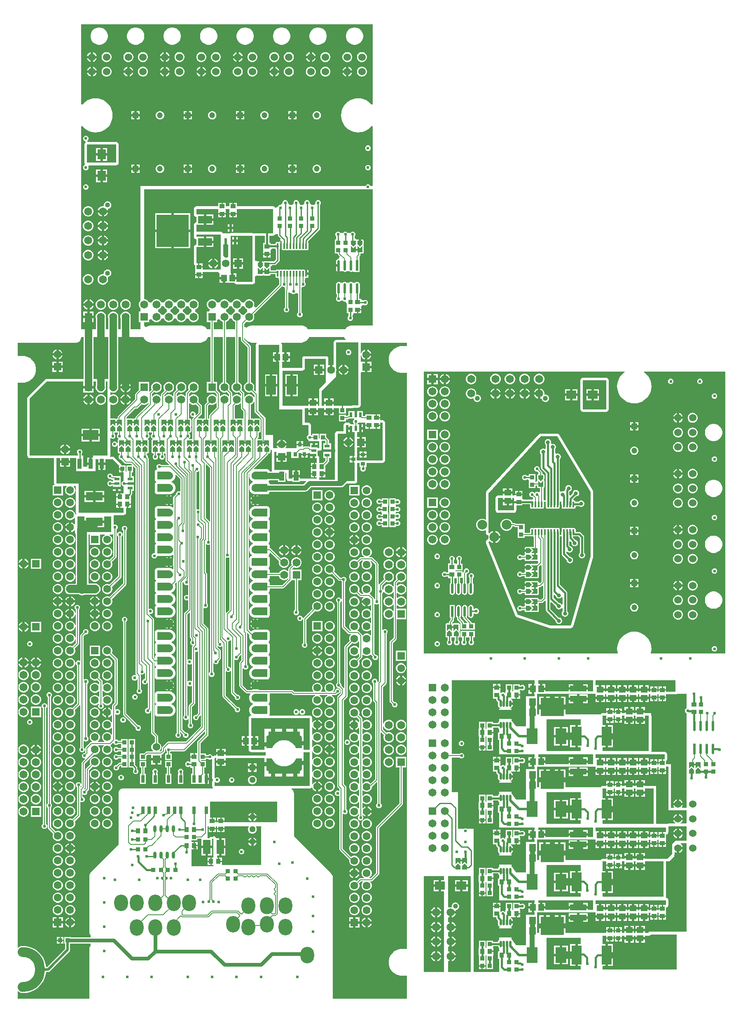
<source format=gtl>
G04*
G04 #@! TF.GenerationSoftware,Altium Limited,Altium Designer,25.8.1 (18)*
G04*
G04 Layer_Physical_Order=1*
G04 Layer_Color=255*
%FSLAX25Y25*%
%MOIN*%
G70*
G04*
G04 #@! TF.SameCoordinates,F384F0F7-549D-428C-8488-93E715E2066E*
G04*
G04*
G04 #@! TF.FilePolarity,Positive*
G04*
G01*
G75*
%ADD11C,0.01500*%
%ADD13C,0.02000*%
%ADD18C,0.01000*%
%ADD19C,0.00600*%
%ADD20C,0.00800*%
%ADD31R,0.05000X0.05000*%
%ADD32R,0.02559X0.06496*%
%ADD33R,0.03937X0.03740*%
%ADD34R,0.03740X0.03937*%
G04:AMPARAMS|DCode=35|XSize=85.59mil|YSize=21.74mil|CornerRadius=10.87mil|HoleSize=0mil|Usage=FLASHONLY|Rotation=270.000|XOffset=0mil|YOffset=0mil|HoleType=Round|Shape=RoundedRectangle|*
%AMROUNDEDRECTD35*
21,1,0.08559,0.00000,0,0,270.0*
21,1,0.06386,0.02174,0,0,270.0*
1,1,0.02174,0.00000,-0.03193*
1,1,0.02174,0.00000,0.03193*
1,1,0.02174,0.00000,0.03193*
1,1,0.02174,0.00000,-0.03193*
%
%ADD35ROUNDEDRECTD35*%
%ADD36R,0.05709X0.04921*%
%ADD37R,0.03347X0.03543*%
G04:AMPARAMS|DCode=38|XSize=15.75mil|YSize=47.24mil|CornerRadius=1.97mil|HoleSize=0mil|Usage=FLASHONLY|Rotation=180.000|XOffset=0mil|YOffset=0mil|HoleType=Round|Shape=RoundedRectangle|*
%AMROUNDEDRECTD38*
21,1,0.01575,0.04331,0,0,180.0*
21,1,0.01181,0.04724,0,0,180.0*
1,1,0.00394,-0.00591,0.02165*
1,1,0.00394,0.00591,0.02165*
1,1,0.00394,0.00591,-0.02165*
1,1,0.00394,-0.00591,-0.02165*
%
%ADD38ROUNDEDRECTD38*%
%ADD39R,0.02362X0.04134*%
%ADD40R,0.26378X0.26378*%
%ADD41R,0.07087X0.08268*%
%ADD42R,0.04921X0.05709*%
%ADD43R,0.04134X0.02362*%
%ADD44R,0.08268X0.07087*%
%ADD45O,0.01968X0.05315*%
%ADD46R,0.07874X0.07402*%
%ADD47R,0.03543X0.03347*%
%ADD48R,0.03543X0.03150*%
%ADD49R,0.07874X0.15748*%
%ADD50R,0.08268X0.15748*%
%ADD51R,0.02174X0.08559*%
%ADD52R,0.13386X0.05118*%
%ADD53R,0.09055X0.12992*%
%ADD54R,0.03150X0.03543*%
%ADD55R,0.03543X0.08268*%
%ADD56R,0.12598X0.08268*%
%ADD57R,0.13780X0.07008*%
%ADD58R,0.06496X0.11811*%
%ADD59O,0.02362X0.05709*%
%ADD60R,0.03937X0.07480*%
%ADD61R,0.11811X0.06299*%
%ADD64R,0.08437X0.03341*%
%ADD65R,0.25591X0.05704*%
%ADD85R,0.19134X0.14961*%
%ADD86R,0.05276X0.06299*%
%ADD99R,0.06181X0.06181*%
%ADD100C,0.06181*%
%ADD109C,0.07874*%
%ADD111R,0.06181X0.06181*%
%ADD117O,0.11024X0.13386*%
%ADD118O,0.11024X0.13780*%
%ADD121C,0.07874*%
%AMCUSTOMSHAPE122*
4,1,8,-0.00984,0.01968,0.00487,0.01968,0.00487,0.01968,0.02456,0.00000,0.02456,0.00000,0.00487,-0.01968,-0.02362,-0.01968,-0.02362,0.01968,-0.00984,0.01968,0.0*%
%ADD122CUSTOMSHAPE122*%

%AMCUSTOMSHAPE123*
4,1,17,-0.02751,0.04724,-0.00783,0.02756,-0.00783,0.02756,-0.02751,0.00787,-0.00171,0.00787,-0.00171,-0.00787,-0.02751,-0.00787,-0.00783,-0.02756,-0.00783,-0.02756,-0.02751,-0.04724,0.02461,-0.04724,0.02461,-0.00787,0.01077,-0.00787,0.01077,0.00787,0.02461,0.00787,0.02461,0.04724,0.02461,0.04724,-0.02751,0.04724,0.0*%
%ADD123CUSTOMSHAPE123*%

%AMCUSTOMSHAPE124*
4,1,8,-0.00984,0.01968,0.00487,0.01968,0.00487,0.01968,0.02456,0.00000,0.02456,0.00000,0.00487,-0.01968,-0.02362,-0.01968,-0.02362,0.01968,-0.00984,0.01968,0.0*%
%ADD124CUSTOMSHAPE124*%

%AMCUSTOMSHAPE125*
4,1,8,-0.01968,-0.00984,-0.01968,0.00487,-0.01968,0.00487,0.00000,0.02456,0.00000,0.02456,0.01968,0.00487,0.01968,-0.02362,-0.01968,-0.02362,-0.01968,-0.00984,0.0*%
%ADD125CUSTOMSHAPE125*%

%AMCUSTOMSHAPE126*
4,1,17,-0.04724,-0.02751,-0.02756,-0.00783,-0.02756,-0.00783,-0.00787,-0.02751,-0.00787,-0.00171,0.00787,-0.00171,0.00787,-0.02751,0.02756,-0.00783,0.02756,-0.00783,0.04724,-0.02751,0.04724,0.02461,0.00787,0.02461,0.00787,0.01077,-0.00787,0.01077,-0.00787,0.02461,-0.04724,0.02461,-0.04724,0.02461,-0.04724,-0.02751,0.0*%
%ADD126CUSTOMSHAPE126*%

%AMCUSTOMSHAPE127*
4,1,8,-0.01968,-0.00984,-0.01968,0.00487,-0.01968,0.00487,0.00000,0.02456,0.00000,0.02456,0.01968,0.00487,0.01968,-0.02362,-0.01968,-0.02362,-0.01968,-0.00984,0.0*%
%ADD127CUSTOMSHAPE127*%

%AMCUSTOMSHAPE128*
4,1,8,0.01968,0.00984,0.01968,-0.00487,0.01968,-0.00487,0.00000,-0.02456,0.00000,-0.02456,-0.01968,-0.00487,-0.01968,0.02362,0.01968,0.02362,0.01968,0.00984,0.0*%
%ADD128CUSTOMSHAPE128*%

%AMCUSTOMSHAPE129*
4,1,17,0.04724,0.02751,0.02756,0.00783,0.02756,0.00783,0.00787,0.02751,0.00787,0.00171,-0.00787,0.00171,-0.00787,0.02751,-0.02756,0.00783,-0.02756,0.00783,-0.04724,0.02751,-0.04724,-0.02461,-0.00787,-0.02461,-0.00787,-0.01077,0.00787,-0.01077,0.00787,-0.02461,0.04724,-0.02461,0.04724,-0.02461,0.04724,0.02751,0.0*%
%ADD129CUSTOMSHAPE129*%

%AMCUSTOMSHAPE130*
4,1,8,0.01968,0.00984,0.01968,-0.00487,0.01968,-0.00487,0.00000,-0.02456,0.00000,-0.02456,-0.01968,-0.00487,-0.01968,0.02362,0.01968,0.02362,0.01968,0.00984,0.0*%
%ADD130CUSTOMSHAPE130*%

%ADD131R,0.01968X0.01968*%
%AMCUSTOMSHAPE132*
4,1,5,0.01968,0.02461,0.00000,0.00492,-0.01968,0.02461,-0.01968,-0.02461,0.01968,-0.02461,0.01968,0.02461,0.0*%
%ADD132CUSTOMSHAPE132*%

%AMCUSTOMSHAPE133*
4,1,5,-0.01968,0.02362,0.01968,0.02362,0.01968,-0.00394,0.00000,-0.02362,-0.01968,-0.00394,-0.01968,0.02362,0.0*%
%ADD133CUSTOMSHAPE133*%

%ADD134C,0.07000*%
%ADD135C,0.08000*%
%ADD136C,0.06500*%
%ADD137C,0.05000*%
%ADD138C,0.04000*%
%ADD139C,0.06000*%
%ADD140C,0.03000*%
%ADD141R,0.13780X0.07402*%
%ADD142R,0.03685X0.05704*%
%ADD143R,0.05704X0.03685*%
%ADD144R,0.05704X0.03685*%
%ADD145R,0.06496X0.06496*%
%ADD146C,0.06496*%
%ADD147R,0.06496X0.06496*%
%ADD148C,0.05071*%
%ADD149C,0.06000*%
%ADD150C,0.06319*%
%ADD151C,0.04724*%
%ADD152C,0.06299*%
%ADD153R,0.06299X0.06299*%
%ADD154R,0.06299X0.06299*%
%ADD155R,0.06319X0.06319*%
%ADD156C,0.04016*%
%ADD157C,0.04000*%
%ADD158R,0.04724X0.04724*%
%ADD159R,0.05071X0.05071*%
%ADD160R,0.04724X0.04724*%
%ADD161C,0.02800*%
%ADD162C,0.02400*%
%ADD163C,0.03200*%
G36*
X291305Y728488D02*
X290305Y728119D01*
X289316Y729276D01*
X287664Y730687D01*
X285812Y731822D01*
X283805Y732653D01*
X281693Y733160D01*
X279528Y733331D01*
X277362Y733160D01*
X275250Y732653D01*
X273243Y731822D01*
X271391Y730687D01*
X269739Y729276D01*
X268329Y727625D01*
X267194Y725773D01*
X266362Y723766D01*
X265855Y721654D01*
X265685Y719488D01*
X265855Y717323D01*
X266362Y715211D01*
X267194Y713204D01*
X268329Y711352D01*
X269739Y709700D01*
X271391Y708289D01*
X273243Y707154D01*
X275250Y706323D01*
X277362Y705816D01*
X279528Y705646D01*
X281693Y705816D01*
X283805Y706323D01*
X285812Y707154D01*
X287664Y708289D01*
X289316Y709700D01*
X290305Y710858D01*
X291305Y710489D01*
X291305Y662402D01*
X289375D01*
X289267Y662664D01*
X288648Y663282D01*
X287839Y663617D01*
X286964D01*
X286155Y663282D01*
X285537Y662664D01*
X285428Y662402D01*
X103347D01*
Y569472D01*
X102782Y568908D01*
X102223Y567939D01*
X101933Y566858D01*
Y565740D01*
X102223Y564660D01*
X102782Y563691D01*
X103347Y563126D01*
Y560547D01*
X101933D01*
Y552051D01*
X103347D01*
Y546260D01*
X95216D01*
Y554943D01*
X95429Y555740D01*
Y556858D01*
X95140Y557939D01*
X94580Y558908D01*
X93789Y559698D01*
X92821Y560258D01*
X91740Y560547D01*
X90622D01*
X89541Y560258D01*
X88573Y559698D01*
X87782Y558908D01*
X87223Y557939D01*
X86933Y556858D01*
Y555740D01*
X87147Y554943D01*
Y546260D01*
X85216D01*
Y554943D01*
X85429Y555740D01*
Y556858D01*
X85140Y557939D01*
X84580Y558908D01*
X83789Y559698D01*
X82821Y560258D01*
X81740Y560547D01*
X80622D01*
X79541Y560258D01*
X78573Y559698D01*
X77782Y558908D01*
X77223Y557939D01*
X76933Y556858D01*
Y555740D01*
X77147Y554943D01*
Y546260D01*
X75216D01*
Y554943D01*
X75429Y555740D01*
Y556858D01*
X75140Y557939D01*
X74580Y558908D01*
X73789Y559698D01*
X72821Y560258D01*
X71740Y560547D01*
X70622D01*
X69541Y560258D01*
X68573Y559698D01*
X67782Y558908D01*
X67223Y557939D01*
X66933Y556858D01*
Y555740D01*
X67147Y554943D01*
Y546260D01*
X55152D01*
X55152Y710489D01*
X56152Y710858D01*
X57141Y709700D01*
X58793Y708289D01*
X60645Y707154D01*
X62651Y706323D01*
X64764Y705816D01*
X66929Y705646D01*
X69095Y705816D01*
X71207Y706323D01*
X73214Y707154D01*
X75066Y708289D01*
X76717Y709700D01*
X78128Y711352D01*
X79263Y713204D01*
X80094Y715211D01*
X80601Y717323D01*
X80772Y719488D01*
X80601Y721654D01*
X80094Y723766D01*
X79263Y725773D01*
X78128Y727625D01*
X76717Y729276D01*
X75066Y730687D01*
X73214Y731822D01*
X71207Y732653D01*
X69095Y733160D01*
X66929Y733331D01*
X64764Y733160D01*
X62651Y732653D01*
X60645Y731822D01*
X58793Y730687D01*
X57141Y729276D01*
X56152Y728119D01*
X55152Y728488D01*
Y793273D01*
X291305D01*
Y728488D01*
D02*
G37*
G36*
X210630Y624016D02*
X194253D01*
X193898Y624086D01*
X176181D01*
X175826Y624016D01*
X170055D01*
X169749Y624473D01*
X169087Y624916D01*
X168307Y625071D01*
X148622D01*
Y630890D01*
X154512D01*
Y635039D01*
Y639189D01*
X148622D01*
Y643701D01*
X166323D01*
Y642929D01*
X166323Y642898D01*
Y642535D01*
X166323Y642504D01*
Y640165D01*
X172260D01*
Y642504D01*
X172260Y642535D01*
Y642898D01*
X172260Y642929D01*
Y643701D01*
X175181D01*
Y642929D01*
X175181Y642898D01*
Y642535D01*
X175181Y642504D01*
Y640165D01*
X178149D01*
X181118D01*
Y642504D01*
X181118Y642535D01*
Y642898D01*
X181118Y642929D01*
Y643701D01*
X210630D01*
Y624016D01*
D02*
G37*
G36*
X214514Y623200D02*
Y622397D01*
X214630Y621811D01*
X214962Y621315D01*
X216490Y619787D01*
X216186Y617446D01*
X215428Y616875D01*
X214961Y616968D01*
X213779D01*
X213313Y616875D01*
X212917Y616611D01*
X212652Y616215D01*
X212559Y615748D01*
Y615219D01*
X208677D01*
Y616157D01*
X207493D01*
Y621977D01*
X210630D01*
X211410Y622132D01*
X212072Y622574D01*
X212514Y623235D01*
X212545Y623394D01*
X214514Y623200D01*
D02*
G37*
G36*
X291339Y549248D02*
X274606D01*
X274477Y549231D01*
X274346Y549239D01*
X273961Y549214D01*
X273579Y549138D01*
X273193Y549087D01*
X272449Y548888D01*
X271491Y548491D01*
X270823Y548106D01*
X270001Y547475D01*
X269456Y546930D01*
X269456Y546930D01*
X268942Y546260D01*
X238964D01*
X238438Y546945D01*
X237889Y547495D01*
X237066Y548126D01*
X236393Y548515D01*
X235435Y548911D01*
X234684Y549113D01*
X233656Y549248D01*
X233268D01*
X193898Y549248D01*
X193509D01*
X192481Y549113D01*
X191730Y548911D01*
X190772Y548515D01*
X190099Y548126D01*
X189318Y547526D01*
X189157Y547548D01*
X187349Y548351D01*
Y550593D01*
X189260Y552503D01*
X189541Y552341D01*
X190622Y552051D01*
X191740D01*
X192821Y552341D01*
X193789Y552900D01*
X194580Y553691D01*
X195140Y554660D01*
X195429Y555740D01*
Y556858D01*
X195140Y557939D01*
X194977Y558221D01*
X217866Y581110D01*
X217937Y581117D01*
X218242Y580812D01*
X219051Y580477D01*
X219610D01*
X220295Y579189D01*
X220447Y578658D01*
X220232Y578337D01*
X220131Y577830D01*
Y563794D01*
X219592Y563254D01*
X219257Y562445D01*
Y561570D01*
X219592Y560762D01*
X220210Y560143D01*
X221019Y559808D01*
X221894D01*
X222703Y560143D01*
X223322Y560762D01*
X223657Y561570D01*
Y562445D01*
X223322Y563254D01*
X222782Y563794D01*
Y575780D01*
X223112Y576025D01*
X223197Y576038D01*
X225300Y575494D01*
X225919Y574876D01*
X226728Y574541D01*
X227603D01*
X228412Y574876D01*
X228990Y575454D01*
X229218Y575447D01*
X230958Y575004D01*
Y559857D01*
X230418Y559317D01*
X230083Y558508D01*
Y557633D01*
X230418Y556825D01*
X231037Y556206D01*
X231846Y555871D01*
X232721D01*
X233530Y556206D01*
X234149Y556825D01*
X234483Y557633D01*
Y558508D01*
X234149Y559317D01*
X233609Y559857D01*
Y579945D01*
X234405Y580477D01*
X235280D01*
X236089Y580812D01*
X236708Y581431D01*
X237042Y582240D01*
Y583115D01*
X236708Y583923D01*
X236168Y584463D01*
Y585877D01*
X236811Y587756D01*
X237992D01*
X238459Y587849D01*
X238855Y588113D01*
X239120Y588509D01*
X239212Y588976D01*
Y590142D01*
X237402D01*
Y591142D01*
X236654D01*
Y593307D01*
X236561Y593774D01*
X236402Y594012D01*
Y594446D01*
X236344Y594434D01*
X236122Y594286D01*
X235900Y594434D01*
X235433Y594527D01*
X234252D01*
X233785Y594434D01*
X233563Y594286D01*
X233341Y594434D01*
X232874Y594527D01*
X231693D01*
X231226Y594434D01*
X231004Y594286D01*
X230782Y594434D01*
X230315Y594527D01*
X229134D01*
X228667Y594434D01*
X228445Y594286D01*
X228223Y594434D01*
X227756Y594527D01*
X226575D01*
X226108Y594434D01*
X225886Y594286D01*
X225664Y594434D01*
X225197Y594527D01*
X224016D01*
X223549Y594434D01*
X223327Y594286D01*
X223105Y594434D01*
X222638Y594527D01*
X221457D01*
X220990Y594434D01*
X220768Y594286D01*
X220546Y594434D01*
X220079Y594527D01*
X218898D01*
X218431Y594434D01*
X218209Y594286D01*
X217987Y594434D01*
X217520Y594527D01*
X216339D01*
X215872Y594434D01*
X215650Y594286D01*
X215428Y594434D01*
X214961Y594527D01*
X213779D01*
X213313Y594434D01*
X212917Y594170D01*
X212804Y594002D01*
X208697D01*
Y595960D01*
X208645Y596220D01*
X208664Y596451D01*
X209164Y597581D01*
X210336Y598168D01*
X211902D01*
X212487Y598284D01*
X212983Y598615D01*
X215452Y601084D01*
X215783Y601580D01*
X215899Y602165D01*
Y609837D01*
X215929Y609861D01*
Y610712D01*
X216088Y610950D01*
X216181Y611417D01*
Y613583D01*
X217677D01*
Y611417D01*
X217770Y610950D01*
X217929Y610712D01*
Y610279D01*
X217987Y610290D01*
X218209Y610438D01*
X218431Y610290D01*
X218898Y610197D01*
X220079D01*
X220546Y610290D01*
X220768Y610438D01*
X220990Y610290D01*
X221457Y610197D01*
X222638D01*
X223105Y610290D01*
X223327Y610438D01*
X223549Y610290D01*
X224016Y610197D01*
X225197D01*
X225664Y610290D01*
X225886Y610438D01*
X226108Y610290D01*
X226575Y610197D01*
X227756D01*
X228223Y610290D01*
X228445Y610438D01*
X228667Y610290D01*
X229134Y610197D01*
X230315D01*
X230782Y610290D01*
X231004Y610438D01*
X231226Y610290D01*
X231693Y610197D01*
X232874D01*
X233341Y610290D01*
X233563Y610438D01*
X233785Y610290D01*
X234252Y610197D01*
X235433D01*
X235900Y610290D01*
X236122Y610438D01*
X236344Y610290D01*
X236811Y610197D01*
X237992D01*
X238459Y610290D01*
X238855Y610554D01*
X239120Y610950D01*
X239212Y611417D01*
Y615748D01*
X239120Y616215D01*
X238931Y616497D01*
Y617674D01*
X248129Y626871D01*
X248460Y627367D01*
X248577Y627953D01*
Y647040D01*
X248912Y647376D01*
X249247Y648184D01*
Y649060D01*
X248912Y649868D01*
X248293Y650487D01*
X247485Y650822D01*
X246610D01*
X245801Y650487D01*
X245182Y649868D01*
X244847Y649060D01*
Y648184D01*
X244698Y647969D01*
X243568Y646760D01*
X241865Y646980D01*
X241105Y647601D01*
X240389Y648478D01*
Y649060D01*
X240054Y649868D01*
X239435Y650487D01*
X238627Y650822D01*
X237751D01*
X236943Y650487D01*
X236324Y649868D01*
X235989Y649060D01*
Y648184D01*
X235840Y647969D01*
X234710Y646760D01*
X233007Y646980D01*
X232246Y647601D01*
X231531Y648478D01*
Y649060D01*
X231196Y649868D01*
X230577Y650487D01*
X229768Y650822D01*
X228893D01*
X228084Y650487D01*
X227466Y649868D01*
X227131Y649060D01*
Y648184D01*
X226981Y647969D01*
X225851Y646760D01*
X224149Y646980D01*
X223388Y647601D01*
X222672Y648478D01*
Y649060D01*
X222338Y649868D01*
X221719Y650487D01*
X220910Y650822D01*
X220035D01*
X219226Y650487D01*
X218607Y649868D01*
X218272Y649060D01*
Y648478D01*
X217557Y647601D01*
X216680Y646885D01*
X216098D01*
X215289Y646550D01*
X214670Y645931D01*
X214335Y645123D01*
X212504Y644697D01*
X212367Y644701D01*
X212072Y645143D01*
X211410Y645585D01*
X210630Y645740D01*
X181118D01*
Y648638D01*
X178649D01*
Y645768D01*
X177649D01*
Y648638D01*
X175181D01*
Y645740D01*
X172260D01*
Y648638D01*
X169791D01*
Y645768D01*
X168791D01*
Y648638D01*
X166323D01*
Y645740D01*
X148622D01*
X147842Y645585D01*
X147180Y645143D01*
X146738Y644481D01*
X146583Y643701D01*
Y639189D01*
X146738Y638409D01*
X147180Y637747D01*
X147842Y637305D01*
X148606Y637153D01*
Y632926D01*
X147842Y632774D01*
X147180Y632332D01*
X146738Y631670D01*
X146583Y630890D01*
Y625071D01*
X146738Y624290D01*
X146898Y624051D01*
X146738Y623812D01*
X146583Y623032D01*
Y621079D01*
X146738Y620298D01*
X147180Y619637D01*
X147842Y619195D01*
X148606Y619043D01*
Y614816D01*
X147842Y614664D01*
X147180Y614221D01*
X146738Y613560D01*
X146583Y612780D01*
Y599524D01*
X146738Y598743D01*
X147180Y598082D01*
X147622Y597786D01*
Y595390D01*
X147622Y593784D01*
X147622D01*
Y593421D01*
X147622D01*
Y591051D01*
X150591D01*
X153559D01*
Y592449D01*
X165850D01*
X167405Y591453D01*
X167405Y590774D01*
Y588598D01*
X170866D01*
Y587598D01*
X171866D01*
Y583744D01*
X179217D01*
X179578Y583204D01*
X180239Y582762D01*
X181020Y582607D01*
X193898D01*
X194678Y582762D01*
X195340Y583204D01*
X195782Y583865D01*
X195937Y584646D01*
Y588889D01*
X196542Y589327D01*
X197828Y589803D01*
X197905Y589793D01*
X198228Y589728D01*
X202165D01*
X202555Y589806D01*
X202953Y589995D01*
X203350Y589806D01*
X203740Y589728D01*
X207677D01*
X208067Y589806D01*
X208398Y590027D01*
X208619Y590358D01*
X208697Y590748D01*
Y590943D01*
X212559D01*
Y588976D01*
X212652Y588509D01*
X212917Y588113D01*
X213313Y587849D01*
X213779Y587756D01*
X214961D01*
X215604Y585877D01*
Y582596D01*
X196869Y563862D01*
X196031Y564248D01*
X195234Y565010D01*
X195429Y565740D01*
Y566858D01*
X195140Y567939D01*
X194580Y568908D01*
X193789Y569698D01*
X192821Y570258D01*
X191740Y570547D01*
X190622D01*
X189541Y570258D01*
X188573Y569698D01*
X187782Y568908D01*
X187223Y567939D01*
X187200Y567855D01*
X185162D01*
X185140Y567939D01*
X184580Y568908D01*
X183789Y569698D01*
X182821Y570258D01*
X181740Y570547D01*
X180622D01*
X179541Y570258D01*
X178573Y569698D01*
X177782Y568908D01*
X177223Y567939D01*
X177200Y567855D01*
X175162D01*
X175140Y567939D01*
X174580Y568908D01*
X173789Y569698D01*
X172821Y570258D01*
X171740Y570547D01*
X170622D01*
X169541Y570258D01*
X168573Y569698D01*
X167782Y568908D01*
X167223Y567939D01*
X167200Y567855D01*
X165162D01*
X165140Y567939D01*
X164580Y568908D01*
X163789Y569698D01*
X162821Y570258D01*
X161740Y570547D01*
X160622D01*
X159541Y570258D01*
X158573Y569698D01*
X157782Y568908D01*
X157223Y567939D01*
X156933Y566858D01*
Y565740D01*
X157223Y564660D01*
X157782Y563691D01*
X158573Y562900D01*
X159238Y562516D01*
X159234Y561493D01*
X158891Y560547D01*
X156933D01*
Y552051D01*
X159856D01*
Y546260D01*
X157270D01*
X156746Y546944D01*
X156196Y547494D01*
X155373Y548125D01*
X154700Y548513D01*
X153742Y548910D01*
X152991Y549111D01*
X151964Y549247D01*
X151575D01*
X112205Y549247D01*
X111816D01*
X110788Y549111D01*
X110037Y548910D01*
X109080Y548513D01*
X108406Y548125D01*
X108268Y548018D01*
X107261Y548275D01*
X106351Y548872D01*
X106299Y548930D01*
Y552051D01*
X110429D01*
Y554009D01*
X111375Y554352D01*
X112398Y554356D01*
X112782Y553691D01*
X113573Y552900D01*
X114541Y552341D01*
X115622Y552051D01*
X116740D01*
X117821Y552341D01*
X118789Y552900D01*
X119580Y553691D01*
X120140Y554660D01*
X120162Y554743D01*
X122200D01*
X122223Y554660D01*
X122782Y553691D01*
X123573Y552900D01*
X124541Y552341D01*
X125622Y552051D01*
X126740D01*
X127821Y552341D01*
X128789Y552900D01*
X129580Y553691D01*
X130140Y554660D01*
X130162Y554743D01*
X132200D01*
X132223Y554660D01*
X132782Y553691D01*
X133573Y552900D01*
X134541Y552341D01*
X135622Y552051D01*
X136740D01*
X137821Y552341D01*
X138789Y552900D01*
X139580Y553691D01*
X140140Y554660D01*
X140162Y554743D01*
X142200D01*
X142223Y554660D01*
X142782Y553691D01*
X143573Y552900D01*
X144541Y552341D01*
X145622Y552051D01*
X146740D01*
X147821Y552341D01*
X148789Y552900D01*
X149580Y553691D01*
X150140Y554660D01*
X150429Y555740D01*
Y556858D01*
X150140Y557939D01*
X149580Y558908D01*
X148789Y559698D01*
X147821Y560258D01*
X147737Y560280D01*
Y562318D01*
X147821Y562341D01*
X148789Y562900D01*
X149580Y563691D01*
X150140Y564660D01*
X150429Y565740D01*
Y566858D01*
X150140Y567939D01*
X149580Y568908D01*
X148789Y569698D01*
X147821Y570258D01*
X146740Y570547D01*
X145622D01*
X144541Y570258D01*
X143573Y569698D01*
X142782Y568908D01*
X142223Y567939D01*
X142200Y567855D01*
X140162D01*
X140140Y567939D01*
X139580Y568908D01*
X138789Y569698D01*
X137821Y570258D01*
X136740Y570547D01*
X135622D01*
X134541Y570258D01*
X133573Y569698D01*
X132782Y568908D01*
X132223Y567939D01*
X132200Y567855D01*
X130162D01*
X130140Y567939D01*
X129580Y568908D01*
X128789Y569698D01*
X127821Y570258D01*
X126740Y570547D01*
X125622D01*
X124541Y570258D01*
X123573Y569698D01*
X122782Y568908D01*
X122223Y567939D01*
X122200Y567855D01*
X120162D01*
X120140Y567939D01*
X119580Y568908D01*
X118789Y569698D01*
X117821Y570258D01*
X116740Y570547D01*
X115622D01*
X114541Y570258D01*
X113573Y569698D01*
X112782Y568908D01*
X112223Y567939D01*
X112200Y567855D01*
X110162D01*
X110140Y567939D01*
X109580Y568908D01*
X108789Y569698D01*
X107821Y570258D01*
X106740Y570547D01*
X106299D01*
Y659449D01*
X291339D01*
Y549248D01*
D02*
G37*
G36*
X173441Y614748D02*
X174142D01*
Y605174D01*
X173383Y604239D01*
X171928D01*
X170346Y605893D01*
Y614748D01*
X171441D01*
Y617815D01*
X173441D01*
Y614748D01*
D02*
G37*
G36*
X203924Y616157D02*
X202740D01*
Y612024D01*
X202740Y610417D01*
X202740Y608449D01*
Y607685D01*
X205709D01*
X208677D01*
Y608449D01*
X208677Y610055D01*
X209577Y611651D01*
X212559D01*
Y611417D01*
X212652Y610950D01*
X212841Y610668D01*
Y602799D01*
X211268Y601226D01*
X206882D01*
X206833Y601216D01*
X203740D01*
X203350Y601139D01*
X202953Y600949D01*
X202555Y601139D01*
X202165Y601216D01*
X201197D01*
Y597835D01*
X199197D01*
Y601216D01*
X198228D01*
X197905Y601152D01*
X197828Y601142D01*
X196542Y601617D01*
X195937Y602056D01*
Y621977D01*
X203924D01*
Y616157D01*
D02*
G37*
G36*
X168307Y600521D02*
X168154Y599948D01*
Y598871D01*
X168307Y598298D01*
Y594488D01*
X153559D01*
Y596154D01*
X150591D01*
Y596654D01*
X150091D01*
Y599524D01*
X148622D01*
Y612780D01*
X154512D01*
Y616929D01*
Y621079D01*
X148622D01*
Y623032D01*
X168307D01*
Y600521D01*
D02*
G37*
G36*
X193898Y584646D02*
X181020D01*
Y586598D01*
X177559D01*
Y587598D01*
X176559D01*
Y591453D01*
X176181D01*
Y598298D01*
X176335Y598871D01*
Y599948D01*
X176181Y600521D01*
Y622047D01*
X193898D01*
Y584646D01*
D02*
G37*
G36*
X187223Y564660D02*
X187782Y563691D01*
X188573Y562900D01*
X189541Y562341D01*
X189625Y562318D01*
Y560280D01*
X189541Y560258D01*
X188573Y559698D01*
X187782Y558908D01*
X187223Y557939D01*
X187200Y557855D01*
X185162D01*
X185140Y557939D01*
X184580Y558908D01*
X183789Y559698D01*
X182821Y560258D01*
X182737Y560280D01*
Y562318D01*
X182821Y562341D01*
X183789Y562900D01*
X184580Y563691D01*
X185140Y564660D01*
X185162Y564744D01*
X187200D01*
X187223Y564660D01*
D02*
G37*
G36*
X177223D02*
X177782Y563691D01*
X178573Y562900D01*
X179541Y562341D01*
X179625Y562318D01*
Y560280D01*
X179541Y560258D01*
X178573Y559698D01*
X177782Y558908D01*
X177223Y557939D01*
X177200Y557855D01*
X175162D01*
X175140Y557939D01*
X174580Y558908D01*
X173789Y559698D01*
X172821Y560258D01*
X172737Y560280D01*
Y562318D01*
X172821Y562341D01*
X173789Y562900D01*
X174580Y563691D01*
X175140Y564660D01*
X175162Y564744D01*
X177200D01*
X177223Y564660D01*
D02*
G37*
G36*
X142223D02*
X142782Y563691D01*
X143573Y562900D01*
X144541Y562341D01*
X144625Y562318D01*
Y560280D01*
X144541Y560258D01*
X143573Y559698D01*
X142782Y558908D01*
X142223Y557939D01*
X142200Y557855D01*
X140162D01*
X140140Y557939D01*
X139580Y558908D01*
X138789Y559698D01*
X137821Y560258D01*
X137737Y560280D01*
Y562318D01*
X137821Y562341D01*
X138789Y562900D01*
X139580Y563691D01*
X140140Y564660D01*
X140162Y564744D01*
X142200D01*
X142223Y564660D01*
D02*
G37*
G36*
X132223D02*
X132782Y563691D01*
X133573Y562900D01*
X134541Y562341D01*
X134625Y562318D01*
Y560280D01*
X134541Y560258D01*
X133573Y559698D01*
X132782Y558908D01*
X132223Y557939D01*
X132200Y557855D01*
X130162D01*
X130140Y557939D01*
X129580Y558908D01*
X128789Y559698D01*
X127821Y560258D01*
X127737Y560280D01*
Y562318D01*
X127821Y562341D01*
X128789Y562900D01*
X129580Y563691D01*
X130140Y564660D01*
X130162Y564744D01*
X132200D01*
X132223Y564660D01*
D02*
G37*
G36*
X122223D02*
X122782Y563691D01*
X123573Y562900D01*
X124541Y562341D01*
X124625Y562318D01*
Y560280D01*
X124541Y560258D01*
X123573Y559698D01*
X122782Y558908D01*
X122223Y557939D01*
X122200Y557855D01*
X120162D01*
X120140Y557939D01*
X119580Y558908D01*
X118789Y559698D01*
X117821Y560258D01*
X117737Y560280D01*
Y562318D01*
X117821Y562341D01*
X118789Y562900D01*
X119580Y563691D01*
X120140Y564660D01*
X120162Y564744D01*
X122200D01*
X122223Y564660D01*
D02*
G37*
G36*
X177223Y554660D02*
X177782Y553691D01*
X178573Y552900D01*
X179541Y552341D01*
X179856Y552256D01*
Y546260D01*
X172507D01*
Y552256D01*
X172821Y552341D01*
X173789Y552900D01*
X174580Y553691D01*
X175140Y554660D01*
X175162Y554743D01*
X177200D01*
X177223Y554660D01*
D02*
G37*
G36*
X167782Y553691D02*
X168573Y552900D01*
X169541Y552341D01*
X169856Y552256D01*
Y546260D01*
X162507D01*
Y552051D01*
X165429D01*
Y554009D01*
X166375Y554352D01*
X167398Y554356D01*
X167782Y553691D01*
D02*
G37*
G36*
X268439Y539209D02*
X268825Y538541D01*
X269343Y537866D01*
X269155Y537472D01*
X261766D01*
X260986Y537317D01*
X260324Y536875D01*
X259882Y536213D01*
X259727Y535433D01*
Y517422D01*
X259386Y517225D01*
X259322Y517262D01*
X258717Y517424D01*
Y513386D01*
X256716D01*
Y517424D01*
X256111Y517262D01*
X255778Y517069D01*
X255437Y517266D01*
Y522327D01*
X255281Y523107D01*
X254839Y523769D01*
X254178Y524211D01*
X253397Y524366D01*
X236221D01*
X235440Y524211D01*
X234778Y523769D01*
X234336Y523107D01*
X234181Y522327D01*
Y514929D01*
X234153Y514910D01*
X234112Y514849D01*
X234055Y514811D01*
Y514764D01*
X218307D01*
X218181Y514739D01*
X217787Y514992D01*
Y519768D01*
X219669D01*
Y523622D01*
Y527476D01*
X217787D01*
Y533465D01*
X217632Y534245D01*
X217190Y534906D01*
X217040Y535007D01*
X217159Y535400D01*
X233268D01*
X233656D01*
X234684Y535536D01*
X235435Y535737D01*
X236393Y536134D01*
X237066Y536522D01*
X237489Y536847D01*
X237889Y537153D01*
X238438Y537703D01*
X239070Y538526D01*
X239458Y539199D01*
X239724Y539841D01*
X268178D01*
X268439Y539209D01*
D02*
G37*
G36*
X159856Y503461D02*
X156933D01*
Y494965D01*
X163555D01*
X165013Y493506D01*
Y491832D01*
X164633Y491730D01*
X164580Y491821D01*
X163789Y492612D01*
X162821Y493171D01*
X161740Y493461D01*
X160622D01*
X159541Y493171D01*
X158573Y492612D01*
X157782Y491821D01*
X157223Y490852D01*
X156933Y489772D01*
Y488653D01*
X157223Y487573D01*
X157385Y487291D01*
X155559Y485465D01*
X155271Y485035D01*
X155171Y484528D01*
Y473953D01*
X154331D01*
X153940Y473875D01*
X153845Y473811D01*
X153543Y473682D01*
X153241Y473811D01*
X153146Y473875D01*
X152756Y473953D01*
X149789D01*
X149638Y474316D01*
X152512Y477190D01*
X152799Y477620D01*
X152900Y478128D01*
Y483819D01*
X152799Y484326D01*
X152512Y484756D01*
X149977Y487291D01*
X150140Y487573D01*
X150429Y488653D01*
Y489772D01*
X150140Y490852D01*
X149580Y491821D01*
X148789Y492612D01*
X147821Y493171D01*
X146740Y493461D01*
X145622D01*
X144541Y493171D01*
X143573Y492612D01*
X142878Y491917D01*
X142484Y492053D01*
Y493641D01*
X144260Y495417D01*
X144541Y495254D01*
X145622Y494965D01*
X146740D01*
X147821Y495254D01*
X148789Y495813D01*
X149580Y496604D01*
X150140Y497573D01*
X150429Y498653D01*
Y499772D01*
X150140Y500852D01*
X149580Y501821D01*
X148789Y502612D01*
X147821Y503171D01*
X146740Y503461D01*
X145622D01*
X144541Y503171D01*
X143573Y502612D01*
X142782Y501821D01*
X142223Y500852D01*
X141933Y499772D01*
Y498653D01*
X142223Y497573D01*
X142385Y497291D01*
X140222Y495128D01*
X139934Y494698D01*
X139833Y494190D01*
Y492125D01*
X139440Y491962D01*
X138789Y492612D01*
X137821Y493171D01*
X136740Y493461D01*
X135622D01*
X134541Y493171D01*
X133573Y492612D01*
X132866Y491905D01*
X132473Y492025D01*
Y493630D01*
X134260Y495417D01*
X134541Y495254D01*
X135622Y494965D01*
X136740D01*
X137821Y495254D01*
X138789Y495813D01*
X139580Y496604D01*
X140140Y497573D01*
X140429Y498653D01*
Y499772D01*
X140140Y500852D01*
X139580Y501821D01*
X138789Y502612D01*
X137821Y503171D01*
X136740Y503461D01*
X135622D01*
X134541Y503171D01*
X133573Y502612D01*
X132782Y501821D01*
X132223Y500852D01*
X131933Y499772D01*
Y498653D01*
X132223Y497573D01*
X132385Y497291D01*
X130210Y495116D01*
X129922Y494686D01*
X129822Y494178D01*
Y492136D01*
X129428Y491973D01*
X128789Y492612D01*
X127821Y493171D01*
X126740Y493461D01*
X125622D01*
X124541Y493171D01*
X123573Y492612D01*
X122974Y492013D01*
X122580Y492176D01*
Y492753D01*
X124967Y495140D01*
X125622Y494965D01*
X126740D01*
X127821Y495254D01*
X128789Y495813D01*
X129580Y496604D01*
X130140Y497573D01*
X130429Y498653D01*
Y499772D01*
X130140Y500852D01*
X129580Y501821D01*
X128789Y502612D01*
X127821Y503171D01*
X126740Y503461D01*
X125622D01*
X124541Y503171D01*
X123573Y502612D01*
X122782Y501821D01*
X122223Y500852D01*
X121933Y499772D01*
Y498653D01*
X122223Y497573D01*
X122746Y496667D01*
X120317Y494239D01*
X120030Y493809D01*
X119929Y493302D01*
Y491929D01*
X119536Y491866D01*
X118789Y492612D01*
X117821Y493171D01*
X116740Y493461D01*
X115622D01*
X114541Y493171D01*
X113573Y492612D01*
X112940Y491979D01*
X112546Y492142D01*
Y493703D01*
X114260Y495417D01*
X114541Y495254D01*
X115622Y494965D01*
X116740D01*
X117821Y495254D01*
X118789Y495813D01*
X119580Y496604D01*
X120140Y497573D01*
X120429Y498653D01*
Y499772D01*
X120140Y500852D01*
X119580Y501821D01*
X118789Y502612D01*
X117821Y503171D01*
X116740Y503461D01*
X115622D01*
X114541Y503171D01*
X113573Y502612D01*
X112782Y501821D01*
X112223Y500852D01*
X111933Y499772D01*
Y498653D01*
X112223Y497573D01*
X112385Y497291D01*
X110793Y495699D01*
X110429Y495850D01*
Y503461D01*
X101933D01*
Y496839D01*
X99456Y494362D01*
X99169Y493932D01*
X99068Y493425D01*
Y489722D01*
X85175Y475829D01*
X84888Y475399D01*
X84787Y474892D01*
Y473953D01*
X84449D01*
X84059Y473875D01*
X83963Y473811D01*
X83661Y473682D01*
X83359Y473811D01*
X83264Y473875D01*
X82874Y473953D01*
X78937D01*
X78811Y474056D01*
Y485282D01*
X79152Y485479D01*
X79541Y485254D01*
X80622Y484965D01*
X81740D01*
X82821Y485254D01*
X83789Y485813D01*
X84580Y486604D01*
X85140Y487573D01*
X85429Y488653D01*
Y489772D01*
X85140Y490852D01*
X84580Y491821D01*
X83789Y492612D01*
X82821Y493171D01*
X81740Y493461D01*
X80622D01*
X79541Y493171D01*
X79152Y492946D01*
X78811Y493143D01*
Y495131D01*
X78912Y495181D01*
X79204Y495288D01*
X80137Y494902D01*
X81181Y494765D01*
X82225Y494902D01*
X83198Y495305D01*
X84034Y495946D01*
X84402Y496425D01*
X84580Y496604D01*
X85140Y497573D01*
X85429Y498653D01*
Y499772D01*
X85216Y500569D01*
Y539841D01*
X105748D01*
X106014Y539198D01*
X106403Y538524D01*
X106727Y538102D01*
X107034Y537702D01*
X107584Y537152D01*
X108406Y536521D01*
X109080Y536132D01*
X110037Y535736D01*
X110788Y535534D01*
X111816Y535399D01*
X112205D01*
X151575Y535399D01*
X151963D01*
X152991Y535534D01*
X153742Y535736D01*
X154700Y536132D01*
X155373Y536521D01*
X155796Y536845D01*
X156196Y537152D01*
X156746Y537702D01*
X157377Y538524D01*
X157765Y539198D01*
X158032Y539841D01*
X159856D01*
Y503461D01*
D02*
G37*
G36*
X318827Y532514D02*
X314961D01*
X314863Y532502D01*
X314766Y532510D01*
X314090Y532476D01*
X313803Y532424D01*
X313511Y532405D01*
X312186Y532141D01*
X311817Y532016D01*
X311441Y531915D01*
X310193Y531398D01*
X309856Y531204D01*
X309507Y531032D01*
X308384Y530281D01*
X308091Y530024D01*
X307782Y529787D01*
X306827Y528832D01*
X306590Y528523D01*
X306333Y528230D01*
X305583Y527107D01*
X305410Y526758D01*
X305216Y526421D01*
X304699Y525173D01*
X304598Y524797D01*
X304473Y524428D01*
X304209Y523104D01*
X304184Y522715D01*
X304133Y522329D01*
Y520978D01*
X304184Y520592D01*
X304209Y520203D01*
X304473Y518879D01*
X304598Y518510D01*
X304699Y518134D01*
X305216Y516886D01*
X305411Y516549D01*
X305583Y516200D01*
X306333Y515077D01*
X306590Y514784D01*
X306827Y514475D01*
X307782Y513520D01*
X308091Y513283D01*
X308384Y513026D01*
X309507Y512276D01*
X309856Y512103D01*
X310193Y511909D01*
X311441Y511392D01*
X311817Y511291D01*
X312186Y511166D01*
X313511Y510902D01*
X313803Y510883D01*
X314090Y510831D01*
X314766Y510798D01*
X314863Y510806D01*
X314961Y510793D01*
X318827D01*
Y44325D01*
X314961D01*
X314863Y44313D01*
X314766Y44320D01*
X314090Y44287D01*
X313803Y44235D01*
X313511Y44216D01*
X312186Y43952D01*
X311817Y43827D01*
X311441Y43726D01*
X310193Y43209D01*
X309856Y43015D01*
X309507Y42843D01*
X308384Y42092D01*
X308091Y41835D01*
X307782Y41598D01*
X306827Y40643D01*
X306590Y40334D01*
X306333Y40042D01*
X305583Y38919D01*
X305410Y38569D01*
X305216Y38232D01*
X304699Y36984D01*
X304598Y36608D01*
X304473Y36239D01*
X304209Y34915D01*
X304184Y34526D01*
X304133Y34140D01*
Y32789D01*
X304184Y32403D01*
X304209Y32015D01*
X304473Y30690D01*
X304598Y30321D01*
X304699Y29945D01*
X305216Y28697D01*
X305411Y28360D01*
X305583Y28011D01*
X306333Y26888D01*
X306590Y26595D01*
X306827Y26286D01*
X307782Y25331D01*
X308091Y25094D01*
X308384Y24837D01*
X309507Y24087D01*
X309856Y23914D01*
X310193Y23720D01*
X311441Y23203D01*
X311817Y23102D01*
X312186Y22977D01*
X313511Y22713D01*
X313803Y22694D01*
X314090Y22642D01*
X314766Y22609D01*
X314863Y22617D01*
X314961Y22604D01*
X318827D01*
Y3971D01*
X258956D01*
Y102362D01*
X258956Y102362D01*
X258818Y103406D01*
X258415Y104379D01*
X257774Y105215D01*
X257774Y105215D01*
X227460Y135529D01*
Y170276D01*
X227322Y171320D01*
X226919Y172293D01*
X226278Y173128D01*
X225470Y173748D01*
X225470Y173768D01*
X225751Y174142D01*
X240158D01*
X240938Y174297D01*
X241599Y174739D01*
X241876Y175154D01*
X241895Y175156D01*
X242288Y175062D01*
X242535Y174142D01*
X243081Y173196D01*
X243854Y172423D01*
X244800Y171877D01*
X245402Y171715D01*
Y175744D01*
Y179772D01*
X244800Y179610D01*
X243854Y179064D01*
X243081Y178291D01*
X242590Y177442D01*
X242197Y177547D01*
Y183940D01*
X242590Y184046D01*
X243081Y183196D01*
X243854Y182423D01*
X244800Y181877D01*
X245855Y181594D01*
X246948D01*
X248003Y181877D01*
X248950Y182423D01*
X249722Y183196D01*
X250268Y184142D01*
X250551Y185197D01*
Y186290D01*
X250268Y187345D01*
X249722Y188292D01*
X248950Y189064D01*
X248003Y189610D01*
X246948Y189893D01*
X245855D01*
X244800Y189610D01*
X243854Y189064D01*
X243081Y188292D01*
X242590Y187442D01*
X242197Y187547D01*
Y193940D01*
X242590Y194046D01*
X243081Y193196D01*
X243854Y192423D01*
X244800Y191877D01*
X245855Y191594D01*
X246948D01*
X248003Y191877D01*
X248950Y192423D01*
X249722Y193196D01*
X250268Y194142D01*
X250551Y195197D01*
Y196290D01*
X250268Y197345D01*
X249722Y198292D01*
X248950Y199064D01*
X248003Y199610D01*
X246948Y199893D01*
X245855D01*
X244800Y199610D01*
X243854Y199064D01*
X243081Y198292D01*
X242590Y197442D01*
X242197Y197547D01*
Y203670D01*
X242055Y204384D01*
X242060Y204393D01*
X242484Y204333D01*
X242535Y204142D01*
X243081Y203196D01*
X243854Y202423D01*
X244800Y201877D01*
X245855Y201594D01*
X246948D01*
X248003Y201877D01*
X248950Y202423D01*
X249722Y203196D01*
X250268Y204142D01*
X250551Y205197D01*
Y206290D01*
X250268Y207345D01*
X249722Y208292D01*
X248950Y209064D01*
X248003Y209610D01*
X246948Y209893D01*
X245855D01*
X244800Y209610D01*
X243854Y209064D01*
X243081Y208292D01*
X242590Y207442D01*
X242197Y207547D01*
Y213940D01*
X242590Y214046D01*
X243081Y213196D01*
X243854Y212423D01*
X244800Y211877D01*
X245855Y211594D01*
X246948D01*
X248003Y211877D01*
X248950Y212423D01*
X249722Y213196D01*
X250268Y214142D01*
X250551Y215197D01*
Y216290D01*
X250268Y217345D01*
X249722Y218291D01*
X248950Y219064D01*
X248003Y219610D01*
X246948Y219893D01*
X245855D01*
X244800Y219610D01*
X243854Y219064D01*
X243081Y218291D01*
X242590Y217442D01*
X242197Y217547D01*
Y223940D01*
X242590Y224046D01*
X243081Y223196D01*
X243854Y222423D01*
X244800Y221877D01*
X245402Y221715D01*
Y225744D01*
Y229772D01*
X244800Y229610D01*
X243854Y229064D01*
X243081Y228292D01*
X242590Y227442D01*
X242197Y227547D01*
Y231299D01*
X242041Y232080D01*
X241599Y232741D01*
X240938Y233183D01*
X240158Y233338D01*
X207894D01*
X207709Y233686D01*
X207750Y233747D01*
X207905Y234528D01*
Y240827D01*
X207750Y241607D01*
X207308Y242269D01*
X206991Y242480D01*
Y242874D01*
X207308Y243086D01*
X207750Y243747D01*
X207905Y244528D01*
Y250827D01*
X207853Y251092D01*
X208102Y251397D01*
X225347D01*
X226481Y250263D01*
X226911Y249975D01*
X227418Y249874D01*
X244470D01*
X244576Y249481D01*
X243854Y249064D01*
X243081Y248291D01*
X242535Y247345D01*
X242252Y246290D01*
Y245197D01*
X242535Y244142D01*
X243081Y243196D01*
X243854Y242423D01*
X244800Y241877D01*
X245855Y241594D01*
X246948D01*
X248003Y241877D01*
X248950Y242423D01*
X249722Y243196D01*
X250268Y244142D01*
X250551Y245197D01*
Y246290D01*
X250268Y247345D01*
X249722Y248291D01*
X248950Y249064D01*
X248228Y249481D01*
X248333Y249874D01*
X254470D01*
X254575Y249481D01*
X253854Y249064D01*
X253081Y248291D01*
X252535Y247345D01*
X252252Y246290D01*
Y245197D01*
X252535Y244142D01*
X253081Y243196D01*
X253854Y242423D01*
X254800Y241877D01*
X255855Y241594D01*
X256948D01*
X258003Y241877D01*
X258949Y242423D01*
X259722Y243196D01*
X260268Y244142D01*
X260551Y245197D01*
Y246290D01*
X260268Y247345D01*
X259722Y248291D01*
X258949Y249064D01*
X258228Y249481D01*
X258333Y249874D01*
X261192D01*
X261700Y249975D01*
X262130Y250263D01*
X262620Y250753D01*
X263233D01*
X264041Y251088D01*
X264660Y251707D01*
X264995Y252515D01*
Y253390D01*
X264660Y254199D01*
X264041Y254818D01*
X263233Y255153D01*
X262358D01*
X261549Y254818D01*
X260930Y254199D01*
X260595Y253390D01*
Y252525D01*
X259566D01*
X259416Y252889D01*
X259722Y253196D01*
X260268Y254142D01*
X260551Y255197D01*
Y256290D01*
X260268Y257345D01*
X259722Y258292D01*
X258949Y259064D01*
X258003Y259610D01*
X256948Y259893D01*
X255855D01*
X254800Y259610D01*
X253854Y259064D01*
X253081Y258292D01*
X252535Y257345D01*
X252252Y256290D01*
Y255197D01*
X252535Y254142D01*
X253081Y253196D01*
X253387Y252889D01*
X253237Y252525D01*
X249566D01*
X249416Y252889D01*
X249722Y253196D01*
X250268Y254142D01*
X250551Y255197D01*
Y256290D01*
X250268Y257345D01*
X249722Y258292D01*
X248950Y259064D01*
X248003Y259610D01*
X246948Y259893D01*
X245855D01*
X244800Y259610D01*
X243854Y259064D01*
X243081Y258292D01*
X242535Y257345D01*
X242252Y256290D01*
Y255197D01*
X242535Y254142D01*
X243081Y253196D01*
X243388Y252889D01*
X243237Y252525D01*
X227967D01*
X226833Y253659D01*
X226403Y253947D01*
X225896Y254048D01*
X199170D01*
X199050Y254441D01*
X199136Y254528D01*
X194016D01*
X193972Y254532D01*
X193933Y254535D01*
X193890Y254543D01*
X193850Y254555D01*
X193811Y254567D01*
X193772Y254579D01*
X193736Y254594D01*
X193697Y254614D01*
X193661Y254634D01*
X193626Y254654D01*
X193590Y254677D01*
X193559Y254705D01*
X193527Y254728D01*
X193500Y254760D01*
X193468Y254787D01*
X193445Y254819D01*
X193417Y254850D01*
X193394Y254886D01*
X193374Y254921D01*
X193354Y254957D01*
X193335Y254996D01*
X193319Y255031D01*
X193307Y255071D01*
X193295Y255110D01*
X193283Y255150D01*
X193276Y255193D01*
X193272Y255232D01*
X193268Y255276D01*
Y255315D01*
Y256677D01*
X192389D01*
X192551Y256076D01*
X193097Y255129D01*
X193785Y254441D01*
X193665Y254048D01*
X189854D01*
X186070Y257833D01*
Y271328D01*
X186271Y271421D01*
X186463Y271449D01*
X187041Y270871D01*
X187850Y270536D01*
X188725D01*
X189534Y270871D01*
X190153Y271490D01*
X190487Y272299D01*
Y273174D01*
X190153Y273982D01*
X189613Y274522D01*
Y300082D01*
X189905Y300242D01*
X189996Y300256D01*
X191370Y298882D01*
X191353Y298814D01*
X191350Y298742D01*
X191324Y298674D01*
X191297Y298513D01*
X191298Y298488D01*
X191289Y298464D01*
X191266Y298303D01*
X191270Y298227D01*
X191250Y298153D01*
X191238Y297988D01*
X191244Y297939D01*
X191233Y297891D01*
X191229Y297726D01*
X191238Y297677D01*
X191229Y297629D01*
X191233Y297463D01*
X191244Y297415D01*
X191238Y297366D01*
X191250Y297201D01*
X191270Y297127D01*
X191266Y297051D01*
X191289Y296890D01*
X191298Y296866D01*
X191297Y296842D01*
X191324Y296680D01*
X191350Y296613D01*
X191353Y296540D01*
X191393Y296379D01*
X191416Y296330D01*
X191421Y296276D01*
X191468Y296119D01*
X191490Y296077D01*
X191497Y296031D01*
X191552Y295874D01*
X191584Y295819D01*
X191597Y295756D01*
X191660Y295606D01*
X191685Y295569D01*
X191697Y295525D01*
X191767Y295375D01*
X191800Y295331D01*
X191816Y295278D01*
X191895Y295133D01*
X191930Y295091D01*
X191949Y295039D01*
X192035Y294897D01*
X192082Y294847D01*
X192110Y294785D01*
X192204Y294651D01*
X192229Y294627D01*
X192245Y294595D01*
X192343Y294465D01*
X192384Y294429D01*
X192410Y294382D01*
X192516Y294256D01*
X192558Y294223D01*
X192586Y294178D01*
X192700Y294056D01*
X192756Y294016D01*
X192796Y293960D01*
X192918Y293846D01*
X192963Y293817D01*
X192996Y293776D01*
X193122Y293670D01*
X193170Y293643D01*
X193206Y293603D01*
X193336Y293505D01*
X193367Y293489D01*
X193391Y293464D01*
X193525Y293370D01*
X193587Y293342D01*
X193637Y293296D01*
X193779Y293209D01*
X193831Y293190D01*
X193873Y293155D01*
X194018Y293076D01*
X194071Y293060D01*
X194115Y293027D01*
X194265Y292956D01*
X194309Y292945D01*
X194346Y292920D01*
X194428Y292885D01*
X194465Y292677D01*
X194428Y292469D01*
X194346Y292435D01*
X194309Y292409D01*
X194265Y292398D01*
X194115Y292327D01*
X194071Y292294D01*
X194018Y292278D01*
X193873Y292199D01*
X193831Y292164D01*
X193779Y292145D01*
X193637Y292059D01*
X193587Y292013D01*
X193525Y291985D01*
X193391Y291890D01*
X193367Y291865D01*
X193336Y291850D01*
X193206Y291751D01*
X193170Y291711D01*
X193122Y291685D01*
X192996Y291578D01*
X192963Y291537D01*
X192918Y291509D01*
X192796Y291395D01*
X192756Y291339D01*
X192700Y291299D01*
X192586Y291177D01*
X192558Y291131D01*
X192516Y291098D01*
X192410Y290972D01*
X192384Y290925D01*
X192343Y290889D01*
X192245Y290759D01*
X192229Y290728D01*
X192204Y290704D01*
X192110Y290570D01*
X192082Y290507D01*
X192035Y290457D01*
X191949Y290315D01*
X191930Y290264D01*
X191895Y290222D01*
X191816Y290076D01*
X191800Y290023D01*
X191767Y289979D01*
X191697Y289830D01*
X191685Y289786D01*
X191660Y289748D01*
X191597Y289598D01*
X191584Y289536D01*
X191552Y289481D01*
X191497Y289323D01*
X191490Y289277D01*
X191468Y289235D01*
X191421Y289078D01*
X191416Y289024D01*
X191393Y288975D01*
X191353Y288814D01*
X191350Y288742D01*
X191324Y288674D01*
X191297Y288512D01*
X191298Y288488D01*
X191289Y288464D01*
X191266Y288303D01*
X191270Y288227D01*
X191250Y288153D01*
X191238Y287988D01*
X191244Y287939D01*
X191233Y287891D01*
X191229Y287726D01*
X191238Y287677D01*
X191229Y287629D01*
X191233Y287463D01*
X191244Y287415D01*
X191238Y287366D01*
X191250Y287201D01*
X191270Y287127D01*
X191266Y287051D01*
X191289Y286890D01*
X191298Y286866D01*
X191297Y286842D01*
X191324Y286680D01*
X191350Y286613D01*
X191353Y286540D01*
X191393Y286379D01*
X191416Y286330D01*
X191421Y286276D01*
X191468Y286119D01*
X191490Y286077D01*
X191497Y286031D01*
X191552Y285874D01*
X191584Y285819D01*
X191597Y285756D01*
X191660Y285606D01*
X191685Y285569D01*
X191697Y285525D01*
X191767Y285375D01*
X191800Y285331D01*
X191816Y285278D01*
X191895Y285133D01*
X191930Y285090D01*
X191949Y285039D01*
X192035Y284897D01*
X192082Y284847D01*
X192110Y284785D01*
X192204Y284651D01*
X192229Y284627D01*
X192245Y284595D01*
X192343Y284466D01*
X192384Y284429D01*
X192410Y284382D01*
X192516Y284256D01*
X192558Y284223D01*
X192586Y284178D01*
X192700Y284056D01*
X192756Y284016D01*
X192796Y283960D01*
X192918Y283845D01*
X192963Y283818D01*
X192996Y283776D01*
X193122Y283670D01*
X193170Y283644D01*
X193206Y283603D01*
X193336Y283505D01*
X193367Y283489D01*
X193391Y283464D01*
X193525Y283369D01*
X193587Y283342D01*
X193637Y283295D01*
X193779Y283209D01*
X193831Y283190D01*
X193873Y283155D01*
X194018Y283076D01*
X194071Y283060D01*
X194115Y283027D01*
X194265Y282956D01*
X194309Y282945D01*
X194346Y282920D01*
X194428Y282885D01*
X194465Y282677D01*
X194428Y282469D01*
X194346Y282435D01*
X194309Y282409D01*
X194265Y282398D01*
X194115Y282327D01*
X194071Y282294D01*
X194018Y282278D01*
X193873Y282199D01*
X193831Y282164D01*
X193779Y282146D01*
X193637Y282059D01*
X193587Y282013D01*
X193525Y281985D01*
X193391Y281890D01*
X193367Y281865D01*
X193336Y281850D01*
X193206Y281751D01*
X193170Y281711D01*
X193122Y281684D01*
X192996Y281578D01*
X192963Y281537D01*
X192918Y281509D01*
X192796Y281395D01*
X192756Y281339D01*
X192700Y281299D01*
X192586Y281177D01*
X192558Y281132D01*
X192516Y281099D01*
X192410Y280973D01*
X192384Y280925D01*
X192343Y280889D01*
X192245Y280759D01*
X192229Y280728D01*
X192204Y280704D01*
X192110Y280570D01*
X192082Y280507D01*
X192035Y280457D01*
X191949Y280315D01*
X191930Y280264D01*
X191895Y280222D01*
X191816Y280076D01*
X191800Y280024D01*
X191767Y279979D01*
X191697Y279830D01*
X191685Y279786D01*
X191660Y279748D01*
X191597Y279598D01*
X191584Y279536D01*
X191552Y279481D01*
X191497Y279323D01*
X191490Y279277D01*
X191468Y279236D01*
X191421Y279078D01*
X191416Y279024D01*
X191393Y278975D01*
X191353Y278814D01*
X191350Y278742D01*
X191324Y278674D01*
X191297Y278513D01*
X191298Y278488D01*
X191289Y278465D01*
X191266Y278303D01*
X191270Y278227D01*
X191250Y278153D01*
X191238Y277988D01*
X191244Y277939D01*
X191233Y277891D01*
X191229Y277726D01*
X191238Y277677D01*
X191229Y277629D01*
X191233Y277463D01*
X191244Y277415D01*
X191238Y277366D01*
X191250Y277201D01*
X191270Y277127D01*
X191266Y277051D01*
X191289Y276890D01*
X191298Y276867D01*
X191297Y276842D01*
X191324Y276680D01*
X191350Y276613D01*
X191353Y276540D01*
X191393Y276379D01*
X191416Y276330D01*
X191421Y276276D01*
X191468Y276119D01*
X191490Y276077D01*
X191497Y276031D01*
X191552Y275874D01*
X191584Y275819D01*
X191597Y275756D01*
X191660Y275606D01*
X191685Y275569D01*
X191697Y275525D01*
X191767Y275375D01*
X191800Y275331D01*
X191816Y275278D01*
X191895Y275133D01*
X191930Y275091D01*
X191949Y275039D01*
X192035Y274897D01*
X192082Y274847D01*
X192110Y274785D01*
X192204Y274651D01*
X192229Y274627D01*
X192245Y274595D01*
X192343Y274465D01*
X192384Y274429D01*
X192410Y274382D01*
X192516Y274256D01*
X192558Y274223D01*
X192586Y274178D01*
X192700Y274056D01*
X192756Y274016D01*
X192796Y273960D01*
X192918Y273846D01*
X192963Y273817D01*
X192996Y273776D01*
X193122Y273670D01*
X193170Y273643D01*
X193206Y273603D01*
X193336Y273504D01*
X193367Y273489D01*
X193391Y273464D01*
X193525Y273370D01*
X193587Y273342D01*
X193637Y273295D01*
X193779Y273209D01*
X193831Y273190D01*
X193873Y273155D01*
X194018Y273076D01*
X194071Y273060D01*
X194115Y273027D01*
X194265Y272956D01*
X194309Y272945D01*
X194346Y272920D01*
X194428Y272885D01*
X194465Y272677D01*
X194428Y272469D01*
X194346Y272434D01*
X194309Y272409D01*
X194265Y272398D01*
X194115Y272327D01*
X194071Y272294D01*
X194018Y272278D01*
X193873Y272199D01*
X193831Y272164D01*
X193779Y272146D01*
X193637Y272059D01*
X193587Y272013D01*
X193525Y271985D01*
X193391Y271890D01*
X193367Y271865D01*
X193336Y271850D01*
X193206Y271751D01*
X193170Y271711D01*
X193122Y271685D01*
X192996Y271578D01*
X192963Y271537D01*
X192918Y271509D01*
X192796Y271395D01*
X192756Y271339D01*
X192700Y271299D01*
X192586Y271177D01*
X192558Y271131D01*
X192516Y271098D01*
X192410Y270972D01*
X192384Y270925D01*
X192343Y270889D01*
X192245Y270759D01*
X192229Y270728D01*
X192204Y270704D01*
X192110Y270570D01*
X192082Y270507D01*
X192035Y270457D01*
X191949Y270315D01*
X191930Y270264D01*
X191895Y270222D01*
X191816Y270076D01*
X191800Y270023D01*
X191767Y269979D01*
X191697Y269830D01*
X191685Y269786D01*
X191660Y269748D01*
X191597Y269598D01*
X191584Y269536D01*
X191552Y269481D01*
X191497Y269323D01*
X191490Y269277D01*
X191468Y269235D01*
X191421Y269078D01*
X191416Y269024D01*
X191393Y268975D01*
X191353Y268814D01*
X191350Y268742D01*
X191324Y268674D01*
X191297Y268513D01*
X191298Y268488D01*
X191289Y268464D01*
X191266Y268303D01*
X191270Y268227D01*
X191250Y268153D01*
X191238Y267988D01*
X191244Y267939D01*
X191233Y267891D01*
X191229Y267726D01*
X191238Y267677D01*
X191229Y267629D01*
X191233Y267463D01*
X191244Y267415D01*
X191238Y267366D01*
X191250Y267201D01*
X191270Y267127D01*
X191266Y267051D01*
X191289Y266890D01*
X191298Y266866D01*
X191297Y266842D01*
X191324Y266680D01*
X191350Y266613D01*
X191353Y266540D01*
X191393Y266379D01*
X191416Y266330D01*
X191421Y266276D01*
X191468Y266119D01*
X191490Y266077D01*
X191497Y266031D01*
X191552Y265874D01*
X191584Y265819D01*
X191597Y265756D01*
X191660Y265606D01*
X191685Y265569D01*
X191697Y265525D01*
X191767Y265375D01*
X191800Y265331D01*
X191816Y265278D01*
X191895Y265133D01*
X191930Y265090D01*
X191949Y265039D01*
X192035Y264897D01*
X192082Y264847D01*
X192110Y264785D01*
X192204Y264651D01*
X192229Y264627D01*
X192245Y264595D01*
X192343Y264465D01*
X192384Y264429D01*
X192410Y264382D01*
X192516Y264256D01*
X192558Y264223D01*
X192586Y264178D01*
X192700Y264056D01*
X192756Y264016D01*
X192796Y263960D01*
X192918Y263845D01*
X192963Y263818D01*
X192996Y263776D01*
X193122Y263670D01*
X193170Y263644D01*
X193206Y263603D01*
X193336Y263505D01*
X193367Y263489D01*
X193391Y263464D01*
X193525Y263369D01*
X193587Y263342D01*
X193637Y263296D01*
X193779Y263209D01*
X193831Y263190D01*
X193873Y263155D01*
X194018Y263076D01*
X194071Y263060D01*
X194115Y263027D01*
X194265Y262956D01*
X194309Y262945D01*
X194346Y262920D01*
X194496Y262857D01*
X194559Y262844D01*
X194614Y262811D01*
X194771Y262756D01*
X194817Y262750D01*
X194859Y262728D01*
X195016Y262681D01*
X195070Y262676D01*
X195119Y262653D01*
X195281Y262613D01*
X195353Y262610D01*
X195421Y262584D01*
X195582Y262557D01*
X195607Y262558D01*
X195630Y262549D01*
X195791Y262526D01*
X195868Y262529D01*
X195941Y262509D01*
X196107Y262497D01*
X196155Y262504D01*
X196203Y262493D01*
X196369Y262489D01*
X196393Y262493D01*
X196417Y262488D01*
X205866D01*
X206646Y262644D01*
X207308Y263086D01*
X207750Y263747D01*
X207905Y264528D01*
Y270827D01*
X207750Y271607D01*
X207308Y272269D01*
X206991Y272480D01*
Y272874D01*
X207308Y273086D01*
X207750Y273747D01*
X207905Y274528D01*
Y280827D01*
X207750Y281607D01*
X207308Y282269D01*
X206991Y282480D01*
Y282874D01*
X207308Y283086D01*
X207750Y283747D01*
X207905Y284528D01*
Y290827D01*
X207750Y291607D01*
X207308Y292269D01*
X206991Y292480D01*
Y292874D01*
X207308Y293086D01*
X207750Y293747D01*
X207905Y294528D01*
Y300827D01*
X207750Y301607D01*
X207308Y302269D01*
X206646Y302711D01*
X205866Y302866D01*
X196417D01*
X196393Y302861D01*
X196369Y302865D01*
X196203Y302861D01*
X196155Y302851D01*
X196107Y302857D01*
X195941Y302845D01*
X195868Y302825D01*
X195791Y302829D01*
X195630Y302805D01*
X195607Y302797D01*
X195582Y302798D01*
X195421Y302770D01*
X195353Y302744D01*
X195281Y302741D01*
X195119Y302702D01*
X195070Y302679D01*
X195016Y302674D01*
X194859Y302626D01*
X194817Y302605D01*
X194771Y302598D01*
X194614Y302543D01*
X194559Y302510D01*
X194496Y302498D01*
X194346Y302434D01*
X194309Y302409D01*
X194265Y302398D01*
X194115Y302327D01*
X194071Y302294D01*
X194018Y302278D01*
X193873Y302199D01*
X193831Y302164D01*
X193779Y302146D01*
X193637Y302059D01*
X193587Y302013D01*
X193525Y301985D01*
X193391Y301890D01*
X193367Y301865D01*
X193336Y301850D01*
X193206Y301751D01*
X193170Y301711D01*
X193122Y301684D01*
X192996Y301578D01*
X192985Y301564D01*
X192753Y301415D01*
X192435Y301565D01*
X190794Y303206D01*
Y428964D01*
X191103Y429240D01*
X191159Y429211D01*
X191354Y428816D01*
X191353Y428814D01*
X191350Y428742D01*
X191324Y428674D01*
X191297Y428512D01*
X191298Y428488D01*
X191289Y428465D01*
X191266Y428303D01*
X191270Y428227D01*
X191250Y428153D01*
X191238Y427988D01*
X191244Y427939D01*
X191233Y427891D01*
X191229Y427726D01*
X191238Y427677D01*
X191229Y427629D01*
X191233Y427463D01*
X191244Y427415D01*
X191238Y427366D01*
X191250Y427201D01*
X191270Y427127D01*
X191266Y427051D01*
X191289Y426890D01*
X191298Y426866D01*
X191297Y426842D01*
X191324Y426680D01*
X191350Y426613D01*
X191353Y426540D01*
X191393Y426379D01*
X191416Y426330D01*
X191421Y426276D01*
X191468Y426119D01*
X191490Y426078D01*
X191497Y426031D01*
X191552Y425874D01*
X191584Y425819D01*
X191597Y425756D01*
X191660Y425606D01*
X191685Y425569D01*
X191697Y425525D01*
X191767Y425375D01*
X191800Y425331D01*
X191816Y425278D01*
X191895Y425133D01*
X191930Y425091D01*
X191949Y425039D01*
X192035Y424897D01*
X192082Y424847D01*
X192110Y424785D01*
X192204Y424651D01*
X192229Y424627D01*
X192245Y424595D01*
X192343Y424466D01*
X192384Y424429D01*
X192410Y424382D01*
X192516Y424256D01*
X192558Y424223D01*
X192586Y424178D01*
X192700Y424056D01*
X192756Y424016D01*
X192796Y423960D01*
X192918Y423845D01*
X192963Y423818D01*
X192996Y423776D01*
X193122Y423670D01*
X193170Y423643D01*
X193206Y423603D01*
X193336Y423504D01*
X193367Y423489D01*
X193391Y423464D01*
X193525Y423370D01*
X193587Y423342D01*
X193637Y423295D01*
X193779Y423209D01*
X193831Y423190D01*
X193873Y423155D01*
X194018Y423076D01*
X194071Y423060D01*
X194115Y423027D01*
X194265Y422956D01*
X194309Y422945D01*
X194346Y422920D01*
X194428Y422886D01*
X194465Y422677D01*
X194428Y422469D01*
X194346Y422435D01*
X194309Y422409D01*
X194265Y422398D01*
X194115Y422327D01*
X194071Y422294D01*
X194018Y422278D01*
X193873Y422199D01*
X193831Y422164D01*
X193779Y422146D01*
X193637Y422059D01*
X193587Y422013D01*
X193525Y421985D01*
X193391Y421890D01*
X193367Y421865D01*
X193336Y421850D01*
X193206Y421751D01*
X193170Y421711D01*
X193122Y421685D01*
X192996Y421578D01*
X192963Y421537D01*
X192918Y421509D01*
X192796Y421395D01*
X192756Y421339D01*
X192700Y421299D01*
X192586Y421177D01*
X192558Y421132D01*
X192516Y421098D01*
X192410Y420972D01*
X192384Y420925D01*
X192343Y420889D01*
X192245Y420759D01*
X192229Y420728D01*
X192204Y420704D01*
X192110Y420570D01*
X192082Y420507D01*
X192035Y420457D01*
X191949Y420315D01*
X191930Y420264D01*
X191895Y420222D01*
X191816Y420076D01*
X191800Y420023D01*
X191767Y419979D01*
X191697Y419830D01*
X191685Y419786D01*
X191660Y419748D01*
X191597Y419598D01*
X191584Y419536D01*
X191552Y419481D01*
X191497Y419323D01*
X191490Y419277D01*
X191468Y419236D01*
X191421Y419078D01*
X191416Y419024D01*
X191393Y418975D01*
X191353Y418814D01*
X191350Y418742D01*
X191324Y418674D01*
X191297Y418512D01*
X191298Y418488D01*
X191289Y418465D01*
X191266Y418303D01*
X191270Y418227D01*
X191250Y418153D01*
X191238Y417988D01*
X191244Y417939D01*
X191233Y417891D01*
X191229Y417726D01*
X191238Y417677D01*
X191229Y417629D01*
X191233Y417463D01*
X191244Y417415D01*
X191238Y417366D01*
X191250Y417201D01*
X191270Y417127D01*
X191266Y417051D01*
X191289Y416890D01*
X191298Y416866D01*
X191297Y416842D01*
X191324Y416680D01*
X191350Y416613D01*
X191353Y416540D01*
X191393Y416379D01*
X191416Y416330D01*
X191421Y416276D01*
X191468Y416119D01*
X191490Y416078D01*
X191497Y416031D01*
X191552Y415874D01*
X191584Y415819D01*
X191597Y415756D01*
X191660Y415606D01*
X191685Y415569D01*
X191697Y415525D01*
X191767Y415375D01*
X191800Y415331D01*
X191816Y415278D01*
X191895Y415133D01*
X191930Y415091D01*
X191949Y415039D01*
X192035Y414897D01*
X192082Y414847D01*
X192110Y414785D01*
X192204Y414651D01*
X192229Y414627D01*
X192245Y414595D01*
X192343Y414466D01*
X192384Y414429D01*
X192410Y414382D01*
X192516Y414256D01*
X192558Y414223D01*
X192586Y414178D01*
X192700Y414056D01*
X192756Y414016D01*
X192796Y413960D01*
X192918Y413845D01*
X192963Y413818D01*
X192996Y413776D01*
X193122Y413670D01*
X193170Y413644D01*
X193206Y413603D01*
X193336Y413505D01*
X193367Y413489D01*
X193391Y413464D01*
X193525Y413370D01*
X193587Y413342D01*
X193637Y413296D01*
X193779Y413209D01*
X193831Y413190D01*
X193873Y413155D01*
X194018Y413076D01*
X194071Y413060D01*
X194115Y413027D01*
X194265Y412956D01*
X194309Y412945D01*
X194346Y412920D01*
X194496Y412857D01*
X194559Y412844D01*
X194614Y412812D01*
X194771Y412756D01*
X194817Y412750D01*
X194859Y412728D01*
X195016Y412681D01*
X195070Y412676D01*
X195119Y412653D01*
X195281Y412613D01*
X195353Y412610D01*
X195421Y412584D01*
X195582Y412557D01*
X195607Y412558D01*
X195630Y412549D01*
X195791Y412526D01*
X195868Y412530D01*
X195941Y412509D01*
X196107Y412498D01*
X196155Y412504D01*
X196203Y412493D01*
X196369Y412489D01*
X196393Y412493D01*
X196417Y412488D01*
X205866D01*
X206646Y412644D01*
X207308Y413086D01*
X207750Y413747D01*
X207905Y414528D01*
Y414651D01*
X236575D01*
X237358Y414754D01*
X238088Y415057D01*
X238714Y415538D01*
X241411Y418234D01*
X265748D01*
X266531Y418337D01*
X267261Y418639D01*
X267888Y419120D01*
X269957Y421189D01*
X276575D01*
X277355Y421344D01*
X278017Y421786D01*
X278459Y422448D01*
X278614Y423228D01*
Y437921D01*
X280614D01*
Y434630D01*
X281398D01*
X281566Y434236D01*
X281265Y433508D01*
Y432633D01*
X281599Y431825D01*
X282218Y431206D01*
X283027Y430871D01*
X283902D01*
X284711Y431206D01*
X285330Y431825D01*
X285665Y432633D01*
Y433508D01*
X285363Y434236D01*
X285531Y434630D01*
X286157D01*
Y437921D01*
X299213D01*
X299993Y438077D01*
X300655Y438519D01*
X301097Y439180D01*
X301252Y439961D01*
Y470472D01*
X301097Y471253D01*
X300655Y471914D01*
X299993Y472356D01*
X299213Y472512D01*
X297181D01*
Y473210D01*
Y474008D01*
X294213D01*
Y474508D01*
X293713D01*
Y477378D01*
X285339D01*
Y475833D01*
X283402D01*
Y479937D01*
X278480D01*
Y476870D01*
X276480D01*
Y479937D01*
X271559D01*
Y476429D01*
X271121D01*
X270613Y476328D01*
X270183Y476040D01*
X269976Y475833D01*
X269504D01*
Y476984D01*
X263961D01*
Y471638D01*
X269504D01*
Y473182D01*
X270525D01*
X271032Y473283D01*
X271462Y473571D01*
X271670Y473778D01*
X272859D01*
X272987Y473803D01*
X276367D01*
X276446Y473410D01*
X276234Y473322D01*
X275615Y472703D01*
X275280Y471894D01*
Y471019D01*
X275615Y470211D01*
X276155Y469671D01*
Y469110D01*
X273497D01*
X273443Y469380D01*
X273001Y470042D01*
X272339Y470484D01*
X271559Y470639D01*
X269685D01*
X268905Y470484D01*
X268243Y470042D01*
X267801Y469380D01*
X267646Y468600D01*
Y463653D01*
X262795Y463653D01*
X262015Y463498D01*
X261353Y463056D01*
X260911Y462395D01*
X260756Y461614D01*
Y424286D01*
X248297D01*
X247999Y424679D01*
X248102Y425197D01*
Y426165D01*
X249598D01*
Y429134D01*
X250098D01*
Y429634D01*
X252969D01*
Y432071D01*
Y435891D01*
X255438Y438361D01*
X255438Y438361D01*
X255748Y438824D01*
X255857Y439370D01*
Y441913D01*
X257496D01*
Y445653D01*
Y446835D01*
X254429D01*
X251362D01*
Y445653D01*
Y441913D01*
X253002D01*
Y439961D01*
X251048Y438008D01*
X248102D01*
Y441913D01*
X247947Y442694D01*
X247505Y443355D01*
X246843Y443797D01*
X246669Y443832D01*
Y447764D01*
X248031D01*
X248812Y447919D01*
X249473Y448361D01*
X249916Y449023D01*
X250071Y449803D01*
Y455709D01*
X250219Y455890D01*
X252721D01*
X253002Y455610D01*
Y453756D01*
X251362D01*
Y449394D01*
Y448835D01*
X254429D01*
X257496D01*
Y449394D01*
Y453756D01*
X255857D01*
Y456201D01*
X255857Y456201D01*
X255748Y456747D01*
X255438Y457210D01*
X253756Y458893D01*
Y461433D01*
X248410D01*
Y457983D01*
X248105Y457733D01*
X248031Y457748D01*
X247654D01*
Y461433D01*
X242307D01*
Y460089D01*
X241841D01*
X241404Y460527D01*
X241207Y460608D01*
X241212Y460635D01*
Y468433D01*
X241057Y469214D01*
X240615Y469875D01*
X239954Y470317D01*
X239173Y470472D01*
X236221D01*
Y470673D01*
Y481299D01*
X236117Y481819D01*
X236414Y482213D01*
X239256D01*
Y481299D01*
Y480921D01*
X243110D01*
X246965D01*
Y481299D01*
Y482213D01*
X248031D01*
X248812Y482368D01*
X249051Y482528D01*
X249290Y482368D01*
X250071Y482213D01*
X252051D01*
Y481299D01*
Y480921D01*
X255906D01*
X259760D01*
Y481299D01*
Y482213D01*
X263961D01*
Y477740D01*
X269504D01*
Y482213D01*
X274347D01*
X274545Y482252D01*
X274745D01*
X274931Y482329D01*
X275128Y482368D01*
X275295Y482480D01*
X275480Y482556D01*
X275590Y482630D01*
Y482677D01*
X279528D01*
X280308Y482832D01*
X280970Y483274D01*
X281412Y483936D01*
X281567Y484716D01*
Y511331D01*
X281874Y511539D01*
X281960Y511539D01*
X285024D01*
Y515689D01*
Y519839D01*
X281960D01*
X281874Y519839D01*
X281567Y520047D01*
Y524768D01*
X281960Y524820D01*
X282157Y524087D01*
X282703Y523141D01*
X283476Y522368D01*
X284422Y521822D01*
X285024Y521661D01*
Y525689D01*
Y529717D01*
X284422Y529556D01*
X283476Y529009D01*
X282703Y528237D01*
X282157Y527291D01*
X281960Y526558D01*
X281567Y526610D01*
Y535399D01*
X318827D01*
Y532514D01*
D02*
G37*
G36*
X57147Y505976D02*
X27559D01*
X27559Y505976D01*
X26779Y505821D01*
X26117Y505379D01*
X12338Y491599D01*
X11896Y490938D01*
X11740Y490158D01*
Y443898D01*
X11896Y443117D01*
X12338Y442456D01*
X12999Y442014D01*
X13780Y441858D01*
X33394D01*
Y421260D01*
X33549Y420479D01*
X33709Y420240D01*
X33523Y419893D01*
X32252D01*
Y411594D01*
X40551D01*
Y419221D01*
X43453D01*
X43617Y418827D01*
X43081Y418292D01*
X42535Y417345D01*
X42252Y416290D01*
Y415197D01*
X42535Y414142D01*
X43081Y413196D01*
X43854Y412423D01*
X44800Y411877D01*
X45855Y411594D01*
X46948D01*
X48003Y411877D01*
X48950Y412423D01*
X49722Y413196D01*
X50268Y414142D01*
X50551Y415197D01*
Y416290D01*
X50268Y417345D01*
X49722Y418292D01*
X49187Y418827D01*
X49350Y419221D01*
X51110D01*
Y397638D01*
X51266Y396857D01*
X51290Y396820D01*
X51385Y396569D01*
X50945Y396275D01*
X50865Y396278D01*
X50507Y396456D01*
X50268Y397345D01*
X49722Y398291D01*
X48950Y399064D01*
X48003Y399610D01*
X46948Y399893D01*
X45855D01*
X44800Y399610D01*
X43854Y399064D01*
X43081Y398291D01*
X42535Y397345D01*
X42252Y396290D01*
Y395197D01*
X42535Y394142D01*
X43081Y393196D01*
X43854Y392423D01*
X44800Y391877D01*
X45855Y391594D01*
X46948D01*
X48003Y391877D01*
X48950Y392423D01*
X49722Y393196D01*
X49746Y393237D01*
X50126Y393135D01*
Y388352D01*
X49746Y388250D01*
X49722Y388292D01*
X48950Y389064D01*
X48003Y389610D01*
X47402Y389772D01*
Y385744D01*
Y381715D01*
X48003Y381877D01*
X48950Y382423D01*
X49722Y383196D01*
X49746Y383237D01*
X50126Y383135D01*
Y381890D01*
X50281Y381109D01*
X50723Y380448D01*
X51059Y380223D01*
Y340030D01*
X46402D01*
X45292Y339884D01*
X44258Y339456D01*
X43982Y339244D01*
X42902D01*
Y338164D01*
X42689Y337887D01*
X42261Y336853D01*
X42115Y335744D01*
X42261Y334634D01*
X42689Y333600D01*
X42902Y333324D01*
Y332244D01*
X43982D01*
X44258Y332031D01*
X45292Y331603D01*
X46402Y331457D01*
X53475D01*
X53581Y331376D01*
X54797Y330872D01*
X56102Y330700D01*
X57408Y330872D01*
X58210Y331205D01*
X66402D01*
X67576Y331359D01*
X68671Y331813D01*
X69611Y332534D01*
X70332Y333474D01*
X70786Y334569D01*
X70940Y335744D01*
X70786Y336918D01*
X70332Y338013D01*
X69611Y338953D01*
X68671Y339674D01*
X67576Y340128D01*
X66402Y340282D01*
X61146D01*
Y379851D01*
X62252D01*
Y371594D01*
X70551D01*
Y379851D01*
X74428D01*
X74534Y379457D01*
X73854Y379064D01*
X73081Y378292D01*
X72535Y377345D01*
X72252Y376290D01*
Y375197D01*
X72535Y374142D01*
X73081Y373196D01*
X73854Y372423D01*
X74800Y371877D01*
X75855Y371594D01*
X76948D01*
X78003Y371877D01*
X78949Y372423D01*
X79722Y373196D01*
X80268Y374142D01*
X80551Y375197D01*
Y376290D01*
X80268Y377345D01*
X79722Y378292D01*
X78949Y379064D01*
X78269Y379457D01*
X78375Y379851D01*
X79724D01*
X80505Y380006D01*
X80958Y380309D01*
X81352Y380098D01*
Y362568D01*
X78251Y359467D01*
X78003Y359610D01*
X76948Y359893D01*
X75855D01*
X74800Y359610D01*
X73854Y359064D01*
X73081Y358292D01*
X72535Y357345D01*
X72252Y356290D01*
Y355197D01*
X72535Y354142D01*
X73081Y353196D01*
X73854Y352423D01*
X74800Y351877D01*
X75855Y351594D01*
X76948D01*
X78003Y351877D01*
X78949Y352423D01*
X79722Y353196D01*
X80268Y354142D01*
X80551Y355197D01*
Y356290D01*
X80268Y357345D01*
X80125Y357593D01*
X83614Y361082D01*
X83902Y361512D01*
X84003Y362019D01*
Y384041D01*
X84542Y384581D01*
X84877Y385389D01*
Y386264D01*
X84542Y387073D01*
X83923Y387692D01*
X83115Y388027D01*
X82240D01*
X82091Y387965D01*
X81764Y388184D01*
Y394685D01*
X81660Y395205D01*
X81957Y395599D01*
X89567D01*
X90347Y395754D01*
X91009Y396196D01*
X91451Y396857D01*
X91606Y397638D01*
Y401240D01*
X91889Y401559D01*
X92118D01*
Y404528D01*
X92618D01*
Y405028D01*
X95488D01*
Y407465D01*
Y411239D01*
X96062Y411812D01*
X96393Y412309D01*
X96510Y412894D01*
Y415339D01*
X98047D01*
Y419079D01*
Y420260D01*
X94980D01*
Y422260D01*
X98047D01*
Y422819D01*
Y427181D01*
X96116D01*
Y430299D01*
X97260D01*
Y435095D01*
X97624Y435246D01*
X99167Y433703D01*
Y267421D01*
X99268Y266914D01*
X99555Y266484D01*
X99871Y266168D01*
X99648Y265834D01*
X99060Y266078D01*
X98184D01*
X97376Y265743D01*
X96757Y265124D01*
X96422Y264316D01*
Y263440D01*
X96757Y262632D01*
X97376Y262013D01*
X98184Y261678D01*
X99060D01*
X99868Y262013D01*
X100487Y262632D01*
X100643Y263008D01*
X101037Y262930D01*
Y254935D01*
X100497Y254396D01*
X100162Y253587D01*
Y252712D01*
X100497Y251903D01*
X101116Y251285D01*
X101925Y250950D01*
X102800D01*
X103608Y251285D01*
X104227Y251903D01*
X104562Y252712D01*
Y253587D01*
X104227Y254396D01*
X103688Y254935D01*
Y265551D01*
X103587Y266058D01*
X103379Y266369D01*
X103640Y266687D01*
X104090Y266501D01*
X104965D01*
X105774Y266836D01*
X106393Y267455D01*
X106450Y267593D01*
X106844Y267515D01*
Y262830D01*
X106354D01*
X105545Y262495D01*
X104926Y261876D01*
X104591Y261068D01*
Y260192D01*
X104926Y259384D01*
X105545Y258765D01*
X106354Y258430D01*
X107229D01*
X108037Y258765D01*
X108656Y259384D01*
X108911Y259998D01*
X109304Y259919D01*
Y239405D01*
X108814D01*
X108006Y239070D01*
X107387Y238451D01*
X107052Y237642D01*
Y236767D01*
X107387Y235959D01*
X108006Y235340D01*
X108814Y235005D01*
X109690D01*
X110498Y235340D01*
X111117Y235959D01*
X111452Y236767D01*
Y237362D01*
X111470Y237375D01*
X111864Y237172D01*
Y219488D01*
X111964Y218981D01*
X112252Y218551D01*
X114816Y215986D01*
Y211636D01*
X114563Y211568D01*
X113630Y211029D01*
X112868Y210268D01*
X112330Y209335D01*
X112051Y208294D01*
Y207217D01*
X112330Y206177D01*
X112868Y205244D01*
X113630Y204483D01*
X113666Y204462D01*
X113565Y204081D01*
X108268D01*
X107761Y203980D01*
X107331Y203693D01*
X106212Y202575D01*
X102543D01*
Y197228D01*
X108087D01*
Y200700D01*
X108817Y201430D01*
X112051D01*
Y198756D01*
X116142D01*
X120232D01*
Y201461D01*
X120586Y201531D01*
X121016Y201819D01*
X122985Y203787D01*
X123272Y204217D01*
X123373Y204724D01*
Y206270D01*
X123422Y206299D01*
X123574Y206235D01*
X123784Y206059D01*
Y205271D01*
X124119Y204463D01*
X124659Y203923D01*
Y202575D01*
X123213D01*
Y197228D01*
X128756D01*
Y202575D01*
X127310D01*
Y203923D01*
X127770Y204383D01*
X138681D01*
X139188Y204484D01*
X139618Y204771D01*
X155299Y220452D01*
X155663Y220301D01*
Y218449D01*
X149653Y212439D01*
X149366Y212009D01*
X149265Y211502D01*
Y202772D01*
X147153D01*
Y199901D01*
X146653D01*
Y199401D01*
X143685D01*
Y197031D01*
X143685D01*
Y196669D01*
X143685D01*
Y195482D01*
X143291Y195450D01*
X142979Y195763D01*
X142170Y196098D01*
X141295D01*
X140486Y195763D01*
X139867Y195144D01*
X139532Y194335D01*
Y193460D01*
X139867Y192651D01*
X140486Y192033D01*
X141295Y191698D01*
X142170D01*
X142979Y192033D01*
X143291Y192345D01*
X143685Y192313D01*
Y190929D01*
X145124D01*
Y186236D01*
X144374D01*
Y177740D01*
X148933D01*
Y177740D01*
X149295D01*
Y177740D01*
X153823D01*
X153854Y177740D01*
Y177740D01*
X154217D01*
Y177740D01*
X155496D01*
Y181988D01*
Y186236D01*
X154869D01*
Y191126D01*
X156315D01*
Y196472D01*
X152646D01*
X152284Y196835D01*
X152447Y197228D01*
X156315D01*
Y198274D01*
X157867D01*
X158203Y197938D01*
X159011Y197603D01*
X159886D01*
X160695Y197938D01*
X160953Y198196D01*
X161347Y198033D01*
Y182802D01*
X161502Y182022D01*
X161944Y181360D01*
X161975Y181339D01*
Y180866D01*
X161944Y180845D01*
X161502Y180183D01*
X161347Y179403D01*
Y176181D01*
X161502Y175401D01*
X161944Y174739D01*
X162022Y174687D01*
X161908Y174310D01*
X89567Y174310D01*
X89567Y174310D01*
X88523Y174173D01*
X87550Y173770D01*
X86714Y173128D01*
X86073Y172293D01*
X85670Y171320D01*
X85532Y170276D01*
Y128640D01*
X63092Y106199D01*
X62451Y105364D01*
X62048Y104391D01*
X61910Y103347D01*
X61910Y103346D01*
Y58071D01*
X62048Y57027D01*
X62451Y56054D01*
X62922Y55440D01*
Y53730D01*
X47063D01*
Y53953D01*
X41717D01*
Y48409D01*
X42351D01*
Y44250D01*
X27699Y29598D01*
X26892D01*
X26861Y30059D01*
X26373Y32516D01*
X25567Y34888D01*
X24460Y37135D01*
X23068Y39218D01*
X21416Y41101D01*
X19533Y42753D01*
X17450Y44144D01*
X15203Y45252D01*
X12831Y46058D01*
X10374Y46547D01*
X7874Y46710D01*
Y46712D01*
X6585Y46542D01*
X5384Y46045D01*
X4365Y45262D01*
X4221Y45283D01*
X3971Y45368D01*
Y502919D01*
X7874D01*
X7971Y502932D01*
X8069Y502924D01*
X8744Y502957D01*
X9032Y503009D01*
X9324Y503028D01*
X10649Y503292D01*
X11017Y503417D01*
X11394Y503518D01*
X12641Y504035D01*
X12979Y504229D01*
X13328Y504402D01*
X14451Y505152D01*
X14744Y505409D01*
X15053Y505646D01*
X16008Y506601D01*
X16245Y506910D01*
X16502Y507203D01*
X17252Y508326D01*
X17424Y508675D01*
X17619Y509012D01*
X18136Y510260D01*
X18237Y510636D01*
X18362Y511005D01*
X18625Y512329D01*
X18651Y512718D01*
X18701Y513104D01*
Y514455D01*
X18651Y514841D01*
X18625Y515230D01*
X18362Y516554D01*
X18237Y516923D01*
X18136Y517299D01*
X17619Y518547D01*
X17424Y518884D01*
X17252Y519234D01*
X16502Y520357D01*
X16245Y520649D01*
X16008Y520958D01*
X15053Y521913D01*
X14744Y522150D01*
X14451Y522407D01*
X13328Y523158D01*
X12979Y523330D01*
X12641Y523524D01*
X11394Y524041D01*
X11017Y524142D01*
X10649Y524267D01*
X9324Y524531D01*
X9032Y524550D01*
X8744Y524602D01*
X8069Y524636D01*
X7971Y524627D01*
X7874Y524640D01*
X3971D01*
Y535399D01*
X51181D01*
X52209Y535534D01*
X53167Y535931D01*
X53989Y536562D01*
X54620Y537385D01*
X55017Y538342D01*
X55152Y539370D01*
Y539841D01*
X57147D01*
Y505976D01*
D02*
G37*
G36*
X77147Y506212D02*
X76842Y505962D01*
X76772Y505976D01*
X75216D01*
X74435Y505821D01*
X73774Y505379D01*
X73332Y504717D01*
X73176Y503937D01*
Y503360D01*
X72910Y503205D01*
X72783Y503181D01*
X72181Y503342D01*
Y499213D01*
X70181D01*
Y503342D01*
X69579Y503181D01*
X69453Y503205D01*
X69186Y503360D01*
Y503937D01*
X69030Y504717D01*
X68589Y505379D01*
X67927Y505821D01*
X67147Y505976D01*
X65216D01*
Y539841D01*
X77147D01*
Y506212D01*
D02*
G37*
G36*
X188096Y538526D02*
X188420Y538103D01*
X188727Y537703D01*
X189277Y537153D01*
X190099Y536522D01*
X190772Y536134D01*
X191730Y535737D01*
X192481Y535536D01*
X193509Y535400D01*
X197408D01*
X197527Y535007D01*
X197377Y534906D01*
X196935Y534245D01*
X196780Y533465D01*
Y496003D01*
X196416Y495852D01*
X194977Y497291D01*
X195140Y497573D01*
X195429Y498653D01*
Y499772D01*
X195140Y500852D01*
X194580Y501821D01*
X193789Y502612D01*
X192821Y503171D01*
X192507Y503255D01*
Y532244D01*
X192406Y532751D01*
X192118Y533181D01*
X187349Y537951D01*
Y539043D01*
X187560Y539135D01*
X187743Y539137D01*
X188096Y538526D01*
D02*
G37*
G36*
X76772Y443898D02*
X64961D01*
Y442339D01*
X63992D01*
Y437205D01*
X62992D01*
Y436205D01*
X60220D01*
Y435039D01*
X57087D01*
Y443898D01*
X55663D01*
Y445268D01*
X55999Y445604D01*
X56334Y446413D01*
Y447288D01*
X55999Y448097D01*
X55380Y448715D01*
X54571Y449050D01*
X53696D01*
X52888Y448715D01*
X52269Y448097D01*
X51934Y447288D01*
Y446413D01*
X52269Y445604D01*
X52605Y445268D01*
Y443898D01*
X51521D01*
X51165Y443968D01*
X46413D01*
X46058Y443898D01*
X38588D01*
X38232Y443968D01*
X35433D01*
X35078Y443898D01*
X13780D01*
Y490158D01*
X27559Y503937D01*
X57147D01*
Y503461D01*
X56933D01*
Y500213D01*
X65429D01*
Y503461D01*
X65216D01*
Y503937D01*
X67147D01*
Y500569D01*
X66933Y499772D01*
Y498653D01*
X67223Y497573D01*
X67782Y496604D01*
X67961Y496425D01*
X68328Y495946D01*
X69164Y495305D01*
X70137Y494902D01*
X71181Y494765D01*
X72225Y494902D01*
X73198Y495305D01*
X74034Y495946D01*
X74401Y496425D01*
X74580Y496604D01*
X75140Y497573D01*
X75429Y498653D01*
Y499772D01*
X75216Y500569D01*
Y503937D01*
X76772D01*
Y443898D01*
D02*
G37*
G36*
X179856Y503255D02*
X179541Y503171D01*
X178573Y502612D01*
X177782Y501821D01*
X177223Y500852D01*
X176933Y499772D01*
Y498653D01*
X177223Y497573D01*
X177782Y496604D01*
X178573Y495813D01*
X179541Y495254D01*
X180622Y494965D01*
X181740D01*
X182821Y495254D01*
X183103Y495417D01*
X184698Y493821D01*
Y492260D01*
X184304Y492097D01*
X183789Y492612D01*
X182821Y493171D01*
X181740Y493461D01*
X180622D01*
X179541Y493171D01*
X178573Y492612D01*
X177900Y491939D01*
X177507Y492102D01*
Y494213D01*
X177406Y494720D01*
X177118Y495150D01*
X174977Y497291D01*
X175140Y497573D01*
X175429Y498653D01*
Y499772D01*
X175140Y500852D01*
X174580Y501821D01*
X173789Y502612D01*
X172821Y503171D01*
X172507Y503255D01*
Y539841D01*
X179856D01*
Y503255D01*
D02*
G37*
G36*
X169856D02*
X169541Y503171D01*
X168573Y502612D01*
X167782Y501821D01*
X167223Y500852D01*
X166933Y499772D01*
Y498653D01*
X167223Y497573D01*
X167782Y496604D01*
X168573Y495813D01*
X169541Y495254D01*
X170622Y494965D01*
X171740D01*
X172821Y495254D01*
X173102Y495417D01*
X174856Y493664D01*
Y492102D01*
X174462Y491939D01*
X173789Y492612D01*
X172821Y493171D01*
X171740Y493461D01*
X170622D01*
X169541Y493171D01*
X168573Y492612D01*
X168058Y492097D01*
X167664Y492260D01*
Y494055D01*
X167563Y494562D01*
X167276Y494992D01*
X165429Y496839D01*
Y503461D01*
X162507D01*
Y539841D01*
X169856D01*
Y503255D01*
D02*
G37*
G36*
X184698Y537402D02*
X184799Y536894D01*
X185086Y536464D01*
X189856Y531695D01*
Y503255D01*
X189541Y503171D01*
X188573Y502612D01*
X187782Y501821D01*
X187223Y500852D01*
X186933Y499772D01*
Y498653D01*
X187223Y497573D01*
X187782Y496604D01*
X188573Y495813D01*
X189541Y495254D01*
X190622Y494965D01*
X191740D01*
X192821Y495254D01*
X193103Y495417D01*
X195525Y492994D01*
Y490936D01*
X195140Y490852D01*
X194580Y491821D01*
X193789Y492612D01*
X192821Y493171D01*
X191740Y493461D01*
X190622D01*
X189541Y493171D01*
X188573Y492612D01*
X187782Y491821D01*
X187729Y491730D01*
X187349Y491832D01*
Y494370D01*
X187248Y494877D01*
X186961Y495307D01*
X184977Y497291D01*
X185140Y497573D01*
X185429Y498653D01*
Y499772D01*
X185140Y500852D01*
X184580Y501821D01*
X183789Y502612D01*
X182821Y503171D01*
X182507Y503255D01*
Y539841D01*
X184698D01*
Y537402D01*
D02*
G37*
G36*
X184698Y486165D02*
Y482283D01*
X184799Y481776D01*
X185086Y481346D01*
X186667Y479766D01*
Y474048D01*
X186273Y473838D01*
X186217Y473875D01*
X185827Y473953D01*
X181890D01*
X181500Y473875D01*
X181404Y473811D01*
X181102Y473682D01*
X180800Y473811D01*
X180705Y473875D01*
X180315Y473953D01*
X179475D01*
Y484132D01*
X180374Y485031D01*
X180622Y484965D01*
X181740D01*
X182821Y485254D01*
X183789Y485813D01*
X184304Y486328D01*
X184698Y486165D01*
D02*
G37*
G36*
X165013Y486593D02*
Y482832D01*
X159496Y477315D01*
X159209Y476885D01*
X159108Y476378D01*
Y474048D01*
X158714Y473838D01*
X158658Y473875D01*
X158268Y473953D01*
X157822D01*
Y483979D01*
X159260Y485417D01*
X159541Y485254D01*
X160622Y484965D01*
X161740D01*
X162821Y485254D01*
X163789Y485813D01*
X164580Y486604D01*
X164633Y486695D01*
X165013Y486593D01*
D02*
G37*
G36*
X109895Y486413D02*
Y485785D01*
X99456Y475347D01*
X99169Y474917D01*
X99068Y474409D01*
Y473953D01*
X98228D01*
X97838Y473875D01*
X97743Y473811D01*
X97441Y473682D01*
X97139Y473811D01*
X97044Y473875D01*
X96653Y473953D01*
X92716D01*
X92326Y473875D01*
X92270Y473838D01*
X91877Y474048D01*
Y474845D01*
X98974Y481942D01*
X100236D01*
X100743Y482043D01*
X101173Y482331D01*
X104260Y485417D01*
X104541Y485254D01*
X105622Y484965D01*
X106740D01*
X107821Y485254D01*
X108789Y485813D01*
X109501Y486525D01*
X109895Y486413D01*
D02*
G37*
G36*
X279528Y484716D02*
X275590D01*
X274810Y484561D01*
X274347Y484252D01*
X259760D01*
Y485614D01*
X255906D01*
X252051D01*
Y484252D01*
X250071D01*
Y496223D01*
X261766Y507919D01*
Y512429D01*
X261876Y512838D01*
Y513933D01*
X261766Y514343D01*
Y535433D01*
X279528D01*
Y484716D01*
D02*
G37*
G36*
X253397Y503399D02*
X248031Y498033D01*
Y484252D01*
X246965D01*
Y485614D01*
X243110D01*
X239256D01*
Y484252D01*
X218217D01*
Y512650D01*
X218307Y512725D01*
X234055D01*
X234836Y512880D01*
X235497Y513322D01*
X235595Y513469D01*
X236221D01*
Y522327D01*
X253397D01*
Y503399D01*
D02*
G37*
G36*
X143573Y485813D02*
X144541Y485254D01*
X145622Y484965D01*
X146740D01*
X147821Y485254D01*
X148102Y485417D01*
X150249Y483270D01*
Y478677D01*
X148153Y476580D01*
X147819Y476803D01*
X147869Y476925D01*
Y477800D01*
X147534Y478608D01*
X146915Y479227D01*
X146107Y479562D01*
X145232D01*
X144423Y479227D01*
X143804Y478608D01*
X143469Y477800D01*
Y476925D01*
X143804Y476116D01*
X144423Y475497D01*
X145232Y475162D01*
X146107D01*
X146229Y475213D01*
X146451Y474879D01*
X145716Y474144D01*
X145429Y473714D01*
X145328Y473206D01*
Y457533D01*
X144934Y457210D01*
X144882Y457220D01*
X142458D01*
X142380Y457614D01*
X142782Y457781D01*
X143401Y458399D01*
X143735Y459208D01*
Y460083D01*
X143401Y460892D01*
X142861Y461432D01*
Y462465D01*
X143504D01*
X143894Y462542D01*
X144225Y462763D01*
X144446Y463094D01*
X144524Y463484D01*
Y466334D01*
X144446Y466724D01*
X144243Y467028D01*
X144446Y467331D01*
X144524Y467721D01*
Y472933D01*
X144446Y473323D01*
X144225Y473654D01*
X143894Y473875D01*
X143504Y473953D01*
X142484D01*
Y486372D01*
X142878Y486508D01*
X143573Y485813D01*
D02*
G37*
G36*
X299213Y439961D02*
X278283D01*
Y442477D01*
X278459Y442739D01*
X278614Y443520D01*
Y450634D01*
X280496D01*
Y454724D01*
Y458815D01*
X278614D01*
Y462976D01*
X280221D01*
Y466043D01*
Y469110D01*
X278806D01*
Y469671D01*
X279345Y470211D01*
X279454Y470472D01*
X285339D01*
Y468905D01*
X288307D01*
Y468405D01*
X288807D01*
Y465535D01*
X293713D01*
Y468405D01*
X294213D01*
Y468905D01*
X297181D01*
Y470472D01*
X299213D01*
Y439961D01*
D02*
G37*
G36*
X271559Y467043D02*
X273740D01*
Y466043D01*
X274740D01*
Y462976D01*
X276575D01*
Y443520D01*
X276012D01*
Y440945D01*
X275512D01*
D01*
X276012D01*
Y438370D01*
X276575D01*
Y423228D01*
X262795D01*
Y461614D01*
X269685Y461614D01*
Y468600D01*
X271559D01*
Y467043D01*
D02*
G37*
G36*
X83963Y462606D02*
X84059Y462542D01*
X84449Y462465D01*
X85092D01*
Y461432D01*
X84552Y460892D01*
X84217Y460083D01*
Y459208D01*
X84552Y458399D01*
X85171Y457781D01*
X85643Y457585D01*
X85602Y457176D01*
X85437Y457143D01*
X85106Y456922D01*
X84885Y456591D01*
X84807Y456201D01*
Y454072D01*
X84413Y453994D01*
X84247Y454396D01*
X83628Y455015D01*
X82819Y455350D01*
X81944D01*
X81136Y455015D01*
X80517Y454396D01*
X80182Y453587D01*
Y452712D01*
X80517Y451903D01*
X81136Y451285D01*
X81944Y450950D01*
X82819D01*
X83628Y451285D01*
X84247Y451903D01*
X84413Y452305D01*
X84807Y452227D01*
Y450989D01*
X84885Y450599D01*
X85088Y450295D01*
X84885Y449992D01*
X84807Y449602D01*
X84807Y449602D01*
Y448130D01*
X84807Y446752D01*
X84885Y446362D01*
X85106Y446031D01*
X85437Y445810D01*
X85827Y445732D01*
X86470D01*
Y444699D01*
X85930Y444160D01*
X85595Y443351D01*
Y442476D01*
X85930Y441667D01*
X86549Y441048D01*
X87358Y440713D01*
X87634D01*
X90702Y437645D01*
X91132Y437358D01*
X91639Y437257D01*
X95612D01*
X96663Y436206D01*
X96513Y435843D01*
X91913D01*
Y430772D01*
X91520Y430734D01*
X91451Y431080D01*
X91158Y431519D01*
Y435843D01*
X87850D01*
X87695Y436623D01*
X87253Y437284D01*
X87253Y437285D01*
X82151Y442387D01*
X81489Y442829D01*
X80709Y442984D01*
X79004D01*
X78707Y443378D01*
X78811Y443898D01*
Y458072D01*
X79204Y458235D01*
X79659Y457781D01*
X80468Y457446D01*
X81343D01*
X82152Y457781D01*
X82771Y458399D01*
X83105Y459208D01*
Y460083D01*
X82771Y460892D01*
X82231Y461432D01*
Y462465D01*
X82874D01*
X83264Y462542D01*
X83359Y462606D01*
X83661Y462735D01*
X83963Y462606D01*
D02*
G37*
G36*
X195525Y487490D02*
Y479823D01*
X195626Y479316D01*
X195913Y478886D01*
X201430Y473368D01*
Y457220D01*
X198131D01*
X197986Y457463D01*
X197959Y457606D01*
X198575Y458221D01*
X198862Y458651D01*
X198963Y459159D01*
Y462465D01*
X199606D01*
X199996Y462542D01*
X200327Y462763D01*
X200548Y463094D01*
X200626Y463484D01*
Y466334D01*
X200548Y466724D01*
X200345Y467028D01*
X200548Y467331D01*
X200626Y467721D01*
Y472933D01*
X200548Y473323D01*
X200327Y473654D01*
X199996Y473875D01*
X199606Y473953D01*
X195669D01*
X195279Y473875D01*
X195184Y473811D01*
X194882Y473682D01*
X194580Y473811D01*
X194485Y473875D01*
X194095Y473953D01*
X192507D01*
Y485170D01*
X192821Y485254D01*
X193789Y485813D01*
X194580Y486604D01*
X195140Y487573D01*
X195525Y487490D01*
D02*
G37*
G36*
X215748Y527476D02*
X214976D01*
Y523622D01*
Y519768D01*
X215748D01*
Y481299D01*
X234181Y481299D01*
Y470472D01*
X234252Y470117D01*
Y468504D01*
X235865D01*
X236221Y468433D01*
X239173D01*
Y460635D01*
X238911Y460527D01*
X238292Y459908D01*
X237958Y459099D01*
Y458224D01*
X238292Y457415D01*
X238911Y456796D01*
X239173Y456688D01*
Y455709D01*
X248031D01*
Y449803D01*
X246669D01*
Y450575D01*
X243602D01*
Y451575D01*
X242602D01*
Y453756D01*
X240535D01*
Y450959D01*
X240415Y450909D01*
X240142Y450840D01*
X239720Y451122D01*
X239173Y451231D01*
X239173Y451231D01*
X236221D01*
X236221Y451231D01*
X235674Y451122D01*
X235252Y450840D01*
X234979Y450909D01*
X234858Y450959D01*
Y452256D01*
X232283D01*
X229709D01*
Y449984D01*
X229390Y449803D01*
X220788D01*
X220637Y450167D01*
X220793Y450323D01*
X221332Y451256D01*
X221487Y451835D01*
X217520D01*
X213553D01*
X213708Y451256D01*
X214246Y450323D01*
X214403Y450167D01*
X214252Y449803D01*
X210630D01*
Y460630D01*
X204724D01*
Y474409D01*
X198819Y480315D01*
X198819Y481021D01*
X198819D01*
Y533465D01*
X215748D01*
Y527476D01*
D02*
G37*
G36*
X225394Y441929D02*
X231299D01*
Y445816D01*
X231349Y445866D01*
X233449D01*
Y445382D01*
X236024D01*
X238598D01*
Y445866D01*
X240535D01*
Y445653D01*
Y445094D01*
X243602D01*
Y444095D01*
X244602D01*
Y441913D01*
X246063D01*
Y438008D01*
X244496D01*
Y435039D01*
X243996D01*
Y434539D01*
X241126D01*
Y432071D01*
Y429634D01*
X243996D01*
Y429134D01*
X244496D01*
Y426165D01*
X246063D01*
Y425197D01*
X232299D01*
Y426165D01*
X229331D01*
Y427165D01*
D01*
Y426165D01*
X226362D01*
Y425197D01*
X223425D01*
Y432087D01*
X211614D01*
Y446850D01*
X213429D01*
Y443835D01*
X217520D01*
X221610D01*
Y446850D01*
X225394D01*
Y441929D01*
D02*
G37*
G36*
X51165Y432071D02*
X51181D01*
Y431102D01*
X66929D01*
Y440945D01*
X69276D01*
Y438205D01*
X72047D01*
X74819D01*
Y440945D01*
X80709D01*
X85811Y435843D01*
Y433571D01*
X88484D01*
Y433071D01*
X88984D01*
Y430299D01*
X89567D01*
Y423339D01*
X88813Y423027D01*
X88194Y422408D01*
X87859Y421599D01*
Y420724D01*
X88194Y419915D01*
X88813Y419296D01*
X89567Y418984D01*
Y413720D01*
X89386Y413402D01*
X89173Y413402D01*
X87016D01*
Y410433D01*
X86516D01*
Y409933D01*
X83646D01*
Y407465D01*
Y405028D01*
X86516D01*
Y404528D01*
X87016D01*
Y401559D01*
X89173D01*
X89386Y401559D01*
X89567Y401240D01*
Y397638D01*
X53150D01*
Y421260D01*
X35433D01*
Y441929D01*
X38232D01*
Y439898D01*
X42323D01*
X46413D01*
Y441929D01*
X51165D01*
Y432071D01*
D02*
G37*
G36*
X111522Y462606D02*
X111618Y462542D01*
X112008Y462465D01*
X112651D01*
Y461432D01*
X112111Y460892D01*
X111776Y460083D01*
Y459208D01*
X112111Y458399D01*
X112730Y457781D01*
X113202Y457585D01*
X113162Y457176D01*
X112996Y457143D01*
X112665Y456922D01*
X112444Y456591D01*
X112366Y456201D01*
Y450989D01*
X112444Y450599D01*
X112647Y450295D01*
X112444Y449992D01*
X112366Y449602D01*
X112366Y449602D01*
Y448130D01*
X112366Y446752D01*
X112444Y446362D01*
X112665Y446031D01*
X112996Y445810D01*
X113386Y445732D01*
X114029D01*
Y444699D01*
X113489Y444160D01*
X113154Y443351D01*
Y442476D01*
X113489Y441667D01*
X114108Y441048D01*
X114917Y440713D01*
X115792D01*
X116601Y441048D01*
X117219Y441667D01*
X117554Y442476D01*
Y443351D01*
X117219Y444160D01*
X116680Y444699D01*
Y445732D01*
X117323D01*
X117713Y445810D01*
X117808Y445874D01*
X118110Y446003D01*
X118412Y445874D01*
X118507Y445810D01*
X118898Y445732D01*
X119541D01*
Y444699D01*
X119001Y444160D01*
X118666Y443351D01*
Y442476D01*
X119001Y441667D01*
X119620Y441048D01*
X120429Y440713D01*
X121304D01*
X122112Y441048D01*
X122731Y441667D01*
X123066Y442476D01*
Y443351D01*
X122731Y444160D01*
X122192Y444699D01*
Y445732D01*
X122835D01*
X123225Y445810D01*
X123281Y445847D01*
X123674Y445637D01*
Y439862D01*
X123775Y439355D01*
X124063Y438925D01*
X126456Y436532D01*
X126305Y436168D01*
X120388D01*
X119849Y436708D01*
X119040Y437043D01*
X118165D01*
X117356Y436708D01*
X116737Y436089D01*
X116402Y435280D01*
Y434405D01*
X116737Y433596D01*
X117074Y433260D01*
X117003Y432995D01*
X116920Y432856D01*
X116188Y432711D01*
X115527Y432269D01*
X115085Y431607D01*
X114929Y430827D01*
Y424528D01*
X115085Y423747D01*
X115527Y423086D01*
X115843Y422874D01*
Y422480D01*
X115527Y422269D01*
X115085Y421607D01*
X114929Y420827D01*
Y414528D01*
X115085Y413747D01*
X115527Y413086D01*
X116188Y412644D01*
X116969Y412488D01*
X126417D01*
X126442Y412493D01*
X126466Y412489D01*
X126631Y412493D01*
X126679Y412504D01*
X126728Y412498D01*
X126893Y412509D01*
X126967Y412530D01*
X127043Y412526D01*
X127205Y412549D01*
X127228Y412558D01*
X127253Y412557D01*
X127414Y412584D01*
X127482Y412610D01*
X127554Y412613D01*
X127716Y412653D01*
X127764Y412676D01*
X127818Y412681D01*
X127976Y412728D01*
X128017Y412750D01*
X128063Y412756D01*
X128221Y412812D01*
X128276Y412844D01*
X128339Y412857D01*
X128488Y412920D01*
X128526Y412945D01*
X128570Y412956D01*
X128719Y413027D01*
X128763Y413060D01*
X128816Y413076D01*
X128962Y413155D01*
X129004Y413190D01*
X129056Y413209D01*
X129197Y413296D01*
X129247Y413342D01*
X129310Y413370D01*
X129444Y413464D01*
X129468Y413489D01*
X129499Y413505D01*
X129629Y413603D01*
X129665Y413644D01*
X129713Y413670D01*
X129839Y413776D01*
X129872Y413818D01*
X129917Y413845D01*
X130039Y413960D01*
X130079Y414016D01*
X130135Y414056D01*
X130249Y414178D01*
X130277Y414223D01*
X130318Y414256D01*
X130425Y414382D01*
X130451Y414429D01*
X130492Y414466D01*
X130590Y414595D01*
X130605Y414627D01*
X130630Y414651D01*
X130725Y414785D01*
X130753Y414847D01*
X130799Y414897D01*
X130886Y415039D01*
X130905Y415091D01*
X130939Y415133D01*
X131018Y415278D01*
X131035Y415331D01*
X131067Y415375D01*
X131138Y415525D01*
X131149Y415569D01*
X131175Y415606D01*
X131238Y415756D01*
X131251Y415819D01*
X131283Y415874D01*
X131338Y416031D01*
X131345Y416078D01*
X131367Y416119D01*
X131414Y416276D01*
X131419Y416330D01*
X131442Y416379D01*
X131481Y416540D01*
X131484Y416613D01*
X131510Y416680D01*
X131538Y416842D01*
X131537Y416866D01*
X131545Y416890D01*
X131569Y417051D01*
X131565Y417127D01*
X131585Y417201D01*
X131597Y417366D01*
X131591Y417415D01*
X131602Y417463D01*
X131606Y417629D01*
X131597Y417677D01*
X131606Y417726D01*
X131602Y417891D01*
X131591Y417939D01*
X131597Y417988D01*
X131585Y418153D01*
X131565Y418227D01*
X131569Y418303D01*
X131545Y418465D01*
X131537Y418488D01*
X131538Y418512D01*
X131510Y418674D01*
X131484Y418742D01*
X131481Y418814D01*
X131442Y418975D01*
X131419Y419024D01*
X131414Y419078D01*
X131367Y419236D01*
X131345Y419277D01*
X131338Y419323D01*
X131283Y419481D01*
X131251Y419536D01*
X131238Y419598D01*
X131175Y419748D01*
X131149Y419786D01*
X131138Y419830D01*
X131067Y419979D01*
X131035Y420023D01*
X131018Y420076D01*
X130939Y420222D01*
X130905Y420264D01*
X130886Y420315D01*
X130799Y420457D01*
X130753Y420507D01*
X130725Y420570D01*
X130630Y420704D01*
X130605Y420728D01*
X130590Y420759D01*
X130492Y420889D01*
X130451Y420925D01*
X130425Y420972D01*
X130318Y421098D01*
X130277Y421132D01*
X130249Y421177D01*
X130135Y421299D01*
X130079Y421339D01*
X130039Y421395D01*
X129917Y421509D01*
X129872Y421537D01*
X129839Y421578D01*
X129713Y421685D01*
X129665Y421711D01*
X129629Y421751D01*
X129499Y421850D01*
X129468Y421865D01*
X129444Y421890D01*
X129310Y421985D01*
X129247Y422013D01*
X129197Y422059D01*
X129056Y422146D01*
X129004Y422164D01*
X128962Y422199D01*
X128816Y422278D01*
X128763Y422294D01*
X128719Y422327D01*
X128570Y422398D01*
X128526Y422409D01*
X128488Y422435D01*
X128407Y422469D01*
X128370Y422677D01*
X128407Y422886D01*
X128488Y422920D01*
X128526Y422945D01*
X128570Y422956D01*
X128719Y423027D01*
X128763Y423060D01*
X128816Y423076D01*
X128962Y423155D01*
X129004Y423190D01*
X129056Y423209D01*
X129197Y423295D01*
X129247Y423342D01*
X129310Y423370D01*
X129444Y423464D01*
X129468Y423489D01*
X129499Y423504D01*
X129629Y423603D01*
X129665Y423643D01*
X129713Y423670D01*
X129839Y423776D01*
X129872Y423818D01*
X129917Y423845D01*
X130039Y423960D01*
X130079Y424016D01*
X130135Y424056D01*
X130249Y424178D01*
X130277Y424223D01*
X130318Y424256D01*
X130425Y424382D01*
X130451Y424429D01*
X130492Y424466D01*
X130590Y424595D01*
X130605Y424627D01*
X130630Y424651D01*
X130725Y424785D01*
X130753Y424847D01*
X130799Y424897D01*
X130886Y425039D01*
X130905Y425091D01*
X130939Y425133D01*
X131018Y425278D01*
X131035Y425331D01*
X131067Y425375D01*
X131138Y425525D01*
X131149Y425569D01*
X131175Y425606D01*
X131238Y425756D01*
X131251Y425819D01*
X131283Y425874D01*
X131338Y426031D01*
X131345Y426078D01*
X131367Y426119D01*
X131414Y426276D01*
X131419Y426330D01*
X131442Y426379D01*
X131481Y426540D01*
X131484Y426613D01*
X131510Y426680D01*
X131538Y426842D01*
X131537Y426866D01*
X131545Y426890D01*
X131569Y427051D01*
X131565Y427127D01*
X131585Y427201D01*
X131597Y427366D01*
X131591Y427415D01*
X131602Y427463D01*
X131606Y427629D01*
X131597Y427677D01*
X131606Y427726D01*
X131602Y427891D01*
X131591Y427939D01*
X131597Y427988D01*
X131585Y428153D01*
X131917Y428367D01*
X131956Y428374D01*
X135485Y424845D01*
Y415051D01*
X135092Y414788D01*
X134591Y414995D01*
X133716D01*
X132907Y414660D01*
X132289Y414042D01*
X131954Y413233D01*
Y412470D01*
X130251Y410767D01*
X130040Y410452D01*
X130037Y410449D01*
X129665Y410378D01*
X129573Y410390D01*
X128965Y410998D01*
X128019Y411544D01*
X127417Y411705D01*
Y410827D01*
X128819D01*
X128862Y410823D01*
X128902Y410819D01*
X128945Y410811D01*
X128984Y410799D01*
X129024Y410787D01*
X129063Y410776D01*
X129098Y410760D01*
X129138Y410740D01*
X129173Y410720D01*
X129209Y410701D01*
X129244Y410677D01*
X129276Y410650D01*
X129307Y410626D01*
X129335Y410595D01*
X129366Y410567D01*
X129390Y410535D01*
X129417Y410504D01*
X129441Y410468D01*
X129461Y410433D01*
X129480Y410398D01*
X129500Y410358D01*
X129516Y410323D01*
X129527Y410284D01*
X129539Y410244D01*
X129551Y410205D01*
X129559Y410161D01*
X129563Y410122D01*
X129567Y410079D01*
Y410039D01*
Y405315D01*
Y405276D01*
X129563Y405232D01*
X129559Y405193D01*
X129551Y405150D01*
X129539Y405110D01*
X129527Y405071D01*
X129516Y405031D01*
X129500Y404996D01*
X129480Y404957D01*
X129461Y404921D01*
X129441Y404886D01*
X129417Y404850D01*
X129390Y404819D01*
X129366Y404787D01*
X129335Y404760D01*
X129307Y404728D01*
X129276Y404705D01*
X129244Y404677D01*
X129209Y404654D01*
X129173Y404634D01*
X129138Y404614D01*
X129098Y404595D01*
X129063Y404579D01*
X129024Y404567D01*
X128984Y404555D01*
X128945Y404543D01*
X128902Y404535D01*
X128862Y404531D01*
X128819Y404528D01*
X127417D01*
Y403649D01*
X128019Y403810D01*
X128965Y404357D01*
X129469Y404860D01*
X129862Y404697D01*
Y402068D01*
X129583Y401900D01*
X129469Y401864D01*
X129468Y401865D01*
X129444Y401890D01*
X129310Y401985D01*
X129247Y402013D01*
X129197Y402059D01*
X129056Y402145D01*
X129004Y402164D01*
X128962Y402199D01*
X128816Y402278D01*
X128763Y402294D01*
X128719Y402327D01*
X128570Y402398D01*
X128526Y402409D01*
X128488Y402434D01*
X128339Y402497D01*
X128276Y402510D01*
X128221Y402543D01*
X128063Y402598D01*
X128017Y402604D01*
X127976Y402626D01*
X127818Y402674D01*
X127764Y402679D01*
X127716Y402702D01*
X127554Y402741D01*
X127482Y402744D01*
X127414Y402770D01*
X127253Y402798D01*
X127228Y402797D01*
X127205Y402805D01*
X127043Y402829D01*
X126967Y402825D01*
X126893Y402845D01*
X126728Y402857D01*
X126679Y402851D01*
X126631Y402861D01*
X126466Y402865D01*
X126442Y402861D01*
X126417Y402866D01*
X116969D01*
X116188Y402711D01*
X115527Y402269D01*
X115085Y401607D01*
X114929Y400827D01*
Y394528D01*
X115085Y393747D01*
X115527Y393086D01*
X115843Y392874D01*
Y392480D01*
X115527Y392269D01*
X115085Y391607D01*
X114929Y390827D01*
Y384528D01*
X115085Y383747D01*
X115527Y383086D01*
X115843Y382874D01*
Y382480D01*
X115527Y382269D01*
X115085Y381607D01*
X114929Y380827D01*
Y374528D01*
X115085Y373747D01*
X115527Y373086D01*
X115843Y372874D01*
Y372480D01*
X115527Y372269D01*
X115085Y371607D01*
X114929Y370827D01*
Y364897D01*
X114129D01*
X113321Y364562D01*
X112702Y363943D01*
X112367Y363135D01*
Y362259D01*
X112702Y361451D01*
X113321Y360832D01*
X114129Y360497D01*
X115005D01*
X115813Y360832D01*
X116432Y361451D01*
X116767Y362259D01*
Y362323D01*
X116969Y362488D01*
X126417D01*
X126442Y362493D01*
X126466Y362489D01*
X126631Y362493D01*
X126679Y362504D01*
X126728Y362497D01*
X126893Y362509D01*
X126967Y362529D01*
X127043Y362526D01*
X127205Y362549D01*
X127228Y362558D01*
X127253Y362557D01*
X127414Y362584D01*
X127482Y362610D01*
X127554Y362613D01*
X127716Y362653D01*
X127764Y362676D01*
X127818Y362681D01*
X127976Y362728D01*
X128017Y362750D01*
X128063Y362756D01*
X128221Y362811D01*
X128276Y362844D01*
X128339Y362857D01*
X128488Y362920D01*
X128526Y362945D01*
X128570Y362956D01*
X128719Y363027D01*
X128763Y363060D01*
X128816Y363076D01*
X128962Y363155D01*
X129004Y363190D01*
X129056Y363209D01*
X129197Y363296D01*
X129247Y363342D01*
X129310Y363369D01*
X129444Y363464D01*
X129468Y363489D01*
X129469Y363490D01*
X129583Y363454D01*
X129862Y363286D01*
Y360657D01*
X129469Y360494D01*
X128965Y360998D01*
X128019Y361544D01*
X127417Y361705D01*
Y360827D01*
X128819D01*
X128862Y360823D01*
X128902Y360819D01*
X128945Y360811D01*
X128984Y360799D01*
X129024Y360787D01*
X129063Y360776D01*
X129098Y360760D01*
X129138Y360740D01*
X129173Y360720D01*
X129209Y360701D01*
X129244Y360677D01*
X129276Y360650D01*
X129307Y360626D01*
X129335Y360595D01*
X129366Y360567D01*
X129390Y360535D01*
X129417Y360504D01*
X129441Y360469D01*
X129461Y360433D01*
X129480Y360398D01*
X129500Y360358D01*
X129516Y360323D01*
X129527Y360283D01*
X129539Y360244D01*
X129551Y360205D01*
X129559Y360161D01*
X129563Y360122D01*
X129567Y360079D01*
Y360039D01*
Y355315D01*
Y355276D01*
X129563Y355232D01*
X129559Y355193D01*
X129551Y355150D01*
X129539Y355110D01*
X129527Y355071D01*
X129516Y355031D01*
X129500Y354996D01*
X129480Y354957D01*
X129461Y354921D01*
X129441Y354886D01*
X129417Y354850D01*
X129390Y354819D01*
X129366Y354787D01*
X129335Y354760D01*
X129307Y354728D01*
X129276Y354705D01*
X129244Y354677D01*
X129209Y354654D01*
X129173Y354634D01*
X129138Y354614D01*
X129098Y354594D01*
X129063Y354579D01*
X129024Y354567D01*
X128984Y354555D01*
X128945Y354543D01*
X128902Y354535D01*
X128862Y354532D01*
X128819Y354528D01*
X127417D01*
Y353649D01*
X128019Y353810D01*
X128965Y354357D01*
X129469Y354860D01*
X129862Y354697D01*
Y352068D01*
X129583Y351901D01*
X129469Y351865D01*
X129468Y351865D01*
X129444Y351890D01*
X129310Y351985D01*
X129247Y352013D01*
X129197Y352059D01*
X129056Y352146D01*
X129004Y352164D01*
X128962Y352199D01*
X128816Y352278D01*
X128763Y352294D01*
X128719Y352327D01*
X128570Y352398D01*
X128526Y352409D01*
X128488Y352434D01*
X128339Y352498D01*
X128276Y352510D01*
X128221Y352543D01*
X128063Y352598D01*
X128017Y352605D01*
X127976Y352626D01*
X127818Y352674D01*
X127764Y352679D01*
X127716Y352702D01*
X127554Y352741D01*
X127482Y352744D01*
X127414Y352770D01*
X127253Y352798D01*
X127228Y352797D01*
X127205Y352805D01*
X127043Y352829D01*
X126967Y352825D01*
X126893Y352845D01*
X126728Y352857D01*
X126679Y352851D01*
X126631Y352861D01*
X126466Y352865D01*
X126442Y352861D01*
X126417Y352866D01*
X116969D01*
X116188Y352711D01*
X115527Y352269D01*
X115085Y351607D01*
X114929Y350827D01*
Y344528D01*
X115085Y343747D01*
X115527Y343086D01*
X115843Y342874D01*
Y342480D01*
X115527Y342269D01*
X115085Y341607D01*
X114929Y340827D01*
Y334528D01*
X115085Y333747D01*
X115527Y333086D01*
X115843Y332874D01*
Y332480D01*
X115527Y332269D01*
X115085Y331607D01*
X114929Y330827D01*
Y324528D01*
X115085Y323747D01*
X115527Y323086D01*
X115843Y322874D01*
Y322480D01*
X115527Y322269D01*
X115085Y321607D01*
X114929Y320827D01*
Y314528D01*
X115085Y313747D01*
X115527Y313086D01*
X116188Y312644D01*
X116969Y312488D01*
X126417D01*
X126442Y312493D01*
X126466Y312489D01*
X126631Y312493D01*
X126679Y312504D01*
X126728Y312497D01*
X126893Y312509D01*
X126967Y312529D01*
X127043Y312526D01*
X127205Y312549D01*
X127228Y312558D01*
X127253Y312557D01*
X127414Y312584D01*
X127482Y312610D01*
X127554Y312613D01*
X127716Y312653D01*
X127764Y312676D01*
X127818Y312681D01*
X127976Y312728D01*
X128017Y312750D01*
X128063Y312756D01*
X128221Y312811D01*
X128276Y312844D01*
X128339Y312857D01*
X128488Y312920D01*
X128526Y312945D01*
X128570Y312956D01*
X128719Y313027D01*
X128763Y313060D01*
X128816Y313076D01*
X128962Y313155D01*
X129004Y313190D01*
X129056Y313209D01*
X129197Y313296D01*
X129247Y313342D01*
X129310Y313369D01*
X129444Y313464D01*
X129468Y313489D01*
X129499Y313505D01*
X129629Y313603D01*
X129665Y313644D01*
X129713Y313670D01*
X129839Y313776D01*
X129872Y313818D01*
X129917Y313845D01*
X130039Y313960D01*
X130079Y314016D01*
X130135Y314056D01*
X130249Y314178D01*
X130277Y314223D01*
X130318Y314256D01*
X130425Y314382D01*
X130451Y314429D01*
X130492Y314465D01*
X130590Y314595D01*
X130605Y314627D01*
X130630Y314651D01*
X130725Y314785D01*
X130753Y314847D01*
X130799Y314897D01*
X130886Y315039D01*
X130905Y315090D01*
X130939Y315133D01*
X131018Y315278D01*
X131035Y315331D01*
X131067Y315375D01*
X131138Y315525D01*
X131149Y315569D01*
X131175Y315606D01*
X131238Y315756D01*
X131251Y315819D01*
X131283Y315874D01*
X131338Y316031D01*
X131345Y316077D01*
X131367Y316119D01*
X131414Y316276D01*
X131419Y316330D01*
X131442Y316379D01*
X131481Y316540D01*
X131484Y316613D01*
X131510Y316680D01*
X131538Y316842D01*
X131537Y316866D01*
X131545Y316890D01*
X131569Y317051D01*
X131565Y317127D01*
X131585Y317201D01*
X131597Y317366D01*
X131591Y317415D01*
X131602Y317463D01*
X131606Y317629D01*
X131597Y317677D01*
X131606Y317726D01*
X131602Y317891D01*
X131591Y317939D01*
X131597Y317988D01*
X131585Y318153D01*
X131565Y318227D01*
X131569Y318303D01*
X131545Y318464D01*
X131537Y318488D01*
X131538Y318513D01*
X131510Y318674D01*
X131484Y318741D01*
X131481Y318814D01*
X131442Y318975D01*
X131419Y319024D01*
X131414Y319078D01*
X131367Y319235D01*
X131345Y319277D01*
X131338Y319323D01*
X131283Y319481D01*
X131251Y319536D01*
X131238Y319598D01*
X131175Y319748D01*
X131149Y319786D01*
X131138Y319830D01*
X131067Y319979D01*
X131035Y320023D01*
X131018Y320076D01*
X130939Y320222D01*
X130905Y320264D01*
X130886Y320315D01*
X130799Y320457D01*
X130753Y320507D01*
X130725Y320570D01*
X130630Y320704D01*
X130605Y320728D01*
X130590Y320759D01*
X130492Y320889D01*
X130451Y320925D01*
X130425Y320972D01*
X130318Y321098D01*
X130277Y321131D01*
X130249Y321177D01*
X130135Y321299D01*
X130079Y321339D01*
X130039Y321395D01*
X129917Y321509D01*
X129872Y321537D01*
X129839Y321578D01*
X129713Y321685D01*
X129665Y321711D01*
X129629Y321751D01*
X129499Y321850D01*
X129468Y321865D01*
X129444Y321890D01*
X129310Y321985D01*
X129247Y322013D01*
X129197Y322059D01*
X129056Y322146D01*
X129004Y322164D01*
X128962Y322199D01*
X128816Y322278D01*
X128763Y322294D01*
X128719Y322327D01*
X128570Y322398D01*
X128526Y322409D01*
X128488Y322434D01*
X128407Y322469D01*
X128370Y322677D01*
X128407Y322885D01*
X128488Y322920D01*
X128526Y322945D01*
X128570Y322956D01*
X128719Y323027D01*
X128763Y323060D01*
X128816Y323076D01*
X128962Y323155D01*
X129004Y323190D01*
X129056Y323209D01*
X129197Y323295D01*
X129247Y323342D01*
X129310Y323370D01*
X129444Y323464D01*
X129468Y323489D01*
X129499Y323504D01*
X129629Y323603D01*
X129665Y323643D01*
X129713Y323670D01*
X129839Y323776D01*
X129872Y323817D01*
X129917Y323846D01*
X130039Y323960D01*
X130079Y324016D01*
X130135Y324056D01*
X130249Y324178D01*
X130277Y324223D01*
X130318Y324256D01*
X130425Y324382D01*
X130451Y324429D01*
X130492Y324465D01*
X130590Y324595D01*
X130605Y324627D01*
X130630Y324651D01*
X130725Y324785D01*
X130753Y324847D01*
X130799Y324897D01*
X130886Y325039D01*
X130905Y325091D01*
X130939Y325133D01*
X131018Y325278D01*
X131035Y325331D01*
X131067Y325375D01*
X131138Y325525D01*
X131149Y325569D01*
X131175Y325606D01*
X131238Y325756D01*
X131251Y325819D01*
X131283Y325874D01*
X131338Y326031D01*
X131345Y326077D01*
X131367Y326119D01*
X131414Y326276D01*
X131419Y326330D01*
X131442Y326379D01*
X131481Y326540D01*
X131484Y326613D01*
X131510Y326680D01*
X131538Y326842D01*
X131537Y326867D01*
X131545Y326890D01*
X131569Y327051D01*
X131565Y327127D01*
X131585Y327201D01*
X131597Y327366D01*
X131591Y327415D01*
X131602Y327463D01*
X131606Y327629D01*
X131597Y327677D01*
X131606Y327726D01*
X131602Y327891D01*
X131591Y327939D01*
X131597Y327988D01*
X131585Y328153D01*
X131565Y328227D01*
X131569Y328303D01*
X131545Y328465D01*
X131537Y328488D01*
X131538Y328513D01*
X131510Y328674D01*
X131484Y328742D01*
X131481Y328814D01*
X131442Y328975D01*
X131419Y329024D01*
X131414Y329078D01*
X131367Y329236D01*
X131345Y329277D01*
X131338Y329323D01*
X131283Y329481D01*
X131251Y329536D01*
X131238Y329598D01*
X131175Y329748D01*
X131149Y329786D01*
X131138Y329830D01*
X131067Y329979D01*
X131035Y330023D01*
X131018Y330076D01*
X130939Y330222D01*
X130905Y330264D01*
X130886Y330315D01*
X130799Y330457D01*
X130753Y330507D01*
X130725Y330570D01*
X130630Y330704D01*
X130605Y330728D01*
X130590Y330759D01*
X130492Y330889D01*
X130451Y330925D01*
X130425Y330973D01*
X130318Y331099D01*
X130277Y331132D01*
X130249Y331177D01*
X130135Y331299D01*
X130079Y331339D01*
X130039Y331395D01*
X129917Y331509D01*
X129872Y331537D01*
X129839Y331578D01*
X129713Y331684D01*
X129665Y331711D01*
X129629Y331751D01*
X129499Y331850D01*
X129468Y331865D01*
X129444Y331890D01*
X129310Y331985D01*
X129247Y332013D01*
X129197Y332059D01*
X129056Y332146D01*
X129004Y332164D01*
X128962Y332199D01*
X128816Y332278D01*
X128763Y332294D01*
X128719Y332327D01*
X128570Y332398D01*
X128526Y332409D01*
X128488Y332435D01*
X128407Y332469D01*
X128370Y332677D01*
X128407Y332885D01*
X128488Y332920D01*
X128526Y332945D01*
X128570Y332956D01*
X128719Y333027D01*
X128763Y333060D01*
X128816Y333076D01*
X128962Y333155D01*
X129004Y333190D01*
X129056Y333209D01*
X129197Y333295D01*
X129247Y333342D01*
X129310Y333369D01*
X129444Y333464D01*
X129468Y333489D01*
X129499Y333505D01*
X129629Y333603D01*
X129665Y333644D01*
X129713Y333670D01*
X129839Y333776D01*
X129872Y333818D01*
X129917Y333845D01*
X130039Y333960D01*
X130079Y334016D01*
X130135Y334056D01*
X130249Y334178D01*
X130277Y334223D01*
X130318Y334256D01*
X130425Y334382D01*
X130451Y334429D01*
X130492Y334466D01*
X130590Y334595D01*
X130605Y334627D01*
X130630Y334651D01*
X130725Y334785D01*
X130753Y334847D01*
X130799Y334897D01*
X130886Y335039D01*
X130905Y335090D01*
X130939Y335133D01*
X131018Y335278D01*
X131035Y335331D01*
X131067Y335375D01*
X131138Y335525D01*
X131149Y335569D01*
X131175Y335606D01*
X131238Y335756D01*
X131251Y335819D01*
X131283Y335874D01*
X131338Y336031D01*
X131345Y336077D01*
X131367Y336119D01*
X131414Y336276D01*
X131419Y336330D01*
X131442Y336379D01*
X131481Y336540D01*
X131484Y336613D01*
X131510Y336680D01*
X131538Y336842D01*
X131537Y336866D01*
X131545Y336890D01*
X131569Y337051D01*
X131565Y337127D01*
X131585Y337201D01*
X131597Y337366D01*
X131591Y337415D01*
X131602Y337463D01*
X131606Y337629D01*
X131597Y337677D01*
X131606Y337726D01*
X131602Y337891D01*
X131591Y337939D01*
X131597Y337988D01*
X131585Y338153D01*
X131565Y338227D01*
X131569Y338303D01*
X131545Y338464D01*
X131537Y338488D01*
X131538Y338512D01*
X131510Y338674D01*
X131484Y338741D01*
X131481Y338814D01*
X131442Y338975D01*
X131419Y339024D01*
X131414Y339078D01*
X131367Y339235D01*
X131345Y339277D01*
X131338Y339323D01*
X131283Y339481D01*
X131251Y339536D01*
X131238Y339598D01*
X131175Y339748D01*
X131149Y339786D01*
X131138Y339830D01*
X131100Y339910D01*
X132125Y340935D01*
X132139Y340955D01*
X132533Y340836D01*
Y219109D01*
X131993Y218569D01*
X131658Y217760D01*
Y216885D01*
X131993Y216077D01*
X132612Y215458D01*
X133421Y215123D01*
X134296D01*
X135105Y215458D01*
X135723Y216077D01*
X136058Y216885D01*
Y217760D01*
X135723Y218569D01*
X135184Y219109D01*
Y219908D01*
X135547Y220058D01*
X137761Y217845D01*
Y217082D01*
X138096Y216273D01*
X138714Y215655D01*
X139523Y215320D01*
X140398D01*
X141207Y215655D01*
X141826Y216273D01*
X142161Y217082D01*
Y217957D01*
X141826Y218766D01*
X141207Y219385D01*
X140398Y219720D01*
X139635D01*
X137251Y222104D01*
Y340888D01*
X137859Y341496D01*
X138253Y341333D01*
Y340704D01*
X138588Y339896D01*
X139207Y339277D01*
X140015Y338942D01*
X140890D01*
X141435Y339167D01*
X141829Y338904D01*
Y331086D01*
X141501Y330867D01*
X141087Y331039D01*
X140212D01*
X139403Y330704D01*
X138785Y330085D01*
X138450Y329276D01*
Y328401D01*
X138785Y327592D01*
X139403Y326974D01*
X140212Y326639D01*
X141087D01*
X141501Y326810D01*
X141829Y326591D01*
Y319392D01*
X139023Y316587D01*
X138736Y316157D01*
X138635Y315650D01*
Y233479D01*
X138194Y233037D01*
X137859Y232229D01*
Y231354D01*
X138194Y230545D01*
X138813Y229926D01*
X139621Y229591D01*
X140497D01*
X141305Y229926D01*
X141924Y230545D01*
X141982Y230684D01*
X142375Y230606D01*
Y226884D01*
X141934Y226443D01*
X141599Y225635D01*
Y224759D01*
X141934Y223951D01*
X142553Y223332D01*
X143362Y222997D01*
X144237D01*
X145045Y223332D01*
X145664Y223951D01*
X145999Y224759D01*
Y225635D01*
X145664Y226443D01*
X145045Y227062D01*
X145026Y227070D01*
Y240297D01*
X147086Y242357D01*
X147373Y242787D01*
X147474Y243294D01*
Y284848D01*
X147801Y285067D01*
X147998Y284985D01*
X148874D01*
X149560Y285270D01*
X149954Y285078D01*
Y235293D01*
X148554Y233893D01*
X147791D01*
X146982Y233558D01*
X146363Y232939D01*
X146028Y232131D01*
Y231255D01*
X146363Y230447D01*
X146982Y229828D01*
X147791Y229493D01*
X148666D01*
X149475Y229828D01*
X150093Y230447D01*
X150428Y231255D01*
Y232018D01*
X151756Y233346D01*
X152119Y233195D01*
Y224565D01*
X139904Y212349D01*
X126083D01*
X125575Y212248D01*
X125145Y211961D01*
X121110Y207925D01*
X120823Y207495D01*
X120722Y206988D01*
Y205274D01*
X119530Y204081D01*
X118719D01*
X118617Y204462D01*
X118653Y204483D01*
X119415Y205244D01*
X119954Y206177D01*
X120232Y207217D01*
Y208294D01*
X119954Y209335D01*
X119415Y210268D01*
X118653Y211029D01*
X117721Y211568D01*
X117467Y211636D01*
Y216535D01*
X117366Y217043D01*
X117079Y217473D01*
X114515Y220037D01*
Y275591D01*
X114460Y275865D01*
X114802Y276164D01*
X114929Y276120D01*
Y274528D01*
X115085Y273747D01*
X115527Y273086D01*
X115843Y272874D01*
Y272480D01*
X115527Y272269D01*
X115085Y271607D01*
X114929Y270827D01*
Y264528D01*
X115085Y263747D01*
X115527Y263086D01*
X116188Y262644D01*
X116969Y262488D01*
X126417D01*
X126442Y262493D01*
X126466Y262489D01*
X126631Y262493D01*
X126679Y262504D01*
X126728Y262497D01*
X126893Y262509D01*
X126967Y262529D01*
X127043Y262526D01*
X127205Y262549D01*
X127228Y262558D01*
X127253Y262557D01*
X127414Y262584D01*
X127482Y262610D01*
X127554Y262613D01*
X127716Y262653D01*
X127764Y262676D01*
X127818Y262681D01*
X127976Y262728D01*
X128017Y262750D01*
X128063Y262756D01*
X128221Y262811D01*
X128276Y262844D01*
X128339Y262857D01*
X128488Y262920D01*
X128526Y262945D01*
X128570Y262956D01*
X128719Y263027D01*
X128763Y263060D01*
X128816Y263076D01*
X128962Y263155D01*
X129004Y263190D01*
X129056Y263209D01*
X129197Y263296D01*
X129247Y263342D01*
X129310Y263369D01*
X129444Y263464D01*
X129468Y263489D01*
X129499Y263505D01*
X129629Y263603D01*
X129665Y263644D01*
X129713Y263670D01*
X129839Y263776D01*
X129872Y263818D01*
X129917Y263845D01*
X130039Y263960D01*
X130079Y264016D01*
X130135Y264056D01*
X130249Y264178D01*
X130277Y264223D01*
X130318Y264256D01*
X130425Y264382D01*
X130451Y264429D01*
X130492Y264465D01*
X130590Y264595D01*
X130605Y264627D01*
X130630Y264651D01*
X130725Y264785D01*
X130753Y264847D01*
X130799Y264897D01*
X130886Y265039D01*
X130905Y265090D01*
X130939Y265133D01*
X131018Y265278D01*
X131035Y265331D01*
X131067Y265375D01*
X131138Y265525D01*
X131149Y265569D01*
X131175Y265606D01*
X131238Y265756D01*
X131251Y265819D01*
X131283Y265874D01*
X131338Y266031D01*
X131345Y266077D01*
X131367Y266119D01*
X131414Y266276D01*
X131419Y266330D01*
X131442Y266379D01*
X131481Y266540D01*
X131484Y266613D01*
X131510Y266680D01*
X131538Y266842D01*
X131537Y266866D01*
X131545Y266890D01*
X131569Y267051D01*
X131565Y267127D01*
X131585Y267201D01*
X131597Y267366D01*
X131591Y267415D01*
X131602Y267463D01*
X131606Y267629D01*
X131597Y267677D01*
X131606Y267726D01*
X131602Y267891D01*
X131591Y267939D01*
X131597Y267988D01*
X131585Y268153D01*
X131565Y268227D01*
X131569Y268303D01*
X131545Y268464D01*
X131537Y268488D01*
X131538Y268513D01*
X131510Y268674D01*
X131484Y268741D01*
X131481Y268814D01*
X131442Y268975D01*
X131419Y269024D01*
X131414Y269078D01*
X131367Y269235D01*
X131345Y269277D01*
X131338Y269323D01*
X131283Y269481D01*
X131251Y269536D01*
X131238Y269598D01*
X131175Y269748D01*
X131149Y269786D01*
X131138Y269830D01*
X131067Y269979D01*
X131035Y270023D01*
X131018Y270076D01*
X130939Y270222D01*
X130905Y270264D01*
X130886Y270315D01*
X130799Y270457D01*
X130753Y270507D01*
X130725Y270570D01*
X130630Y270704D01*
X130605Y270728D01*
X130590Y270759D01*
X130492Y270889D01*
X130451Y270925D01*
X130425Y270972D01*
X130318Y271098D01*
X130277Y271131D01*
X130249Y271177D01*
X130135Y271299D01*
X130079Y271339D01*
X130039Y271395D01*
X129917Y271509D01*
X129872Y271537D01*
X129839Y271578D01*
X129713Y271685D01*
X129665Y271711D01*
X129629Y271751D01*
X129499Y271850D01*
X129468Y271865D01*
X129444Y271890D01*
X129310Y271985D01*
X129247Y272013D01*
X129197Y272059D01*
X129056Y272146D01*
X129004Y272164D01*
X128962Y272199D01*
X128816Y272278D01*
X128763Y272294D01*
X128719Y272327D01*
X128570Y272398D01*
X128526Y272409D01*
X128488Y272434D01*
X128407Y272469D01*
X128370Y272677D01*
X128407Y272885D01*
X128488Y272920D01*
X128526Y272945D01*
X128570Y272956D01*
X128719Y273027D01*
X128763Y273060D01*
X128816Y273076D01*
X128962Y273155D01*
X129004Y273190D01*
X129056Y273209D01*
X129197Y273295D01*
X129247Y273342D01*
X129310Y273370D01*
X129444Y273464D01*
X129468Y273489D01*
X129499Y273504D01*
X129629Y273603D01*
X129665Y273643D01*
X129713Y273670D01*
X129839Y273776D01*
X129872Y273817D01*
X129917Y273846D01*
X130039Y273960D01*
X130079Y274016D01*
X130135Y274056D01*
X130249Y274178D01*
X130277Y274223D01*
X130318Y274256D01*
X130425Y274382D01*
X130451Y274429D01*
X130492Y274465D01*
X130590Y274595D01*
X130605Y274627D01*
X130630Y274651D01*
X130725Y274785D01*
X130753Y274847D01*
X130799Y274897D01*
X130886Y275039D01*
X130905Y275091D01*
X130939Y275133D01*
X131018Y275278D01*
X131035Y275331D01*
X131067Y275375D01*
X131138Y275525D01*
X131149Y275569D01*
X131175Y275606D01*
X131238Y275756D01*
X131251Y275819D01*
X131283Y275874D01*
X131338Y276031D01*
X131345Y276077D01*
X131367Y276119D01*
X131414Y276276D01*
X131419Y276330D01*
X131442Y276379D01*
X131481Y276540D01*
X131484Y276613D01*
X131510Y276680D01*
X131538Y276842D01*
X131537Y276867D01*
X131545Y276890D01*
X131569Y277051D01*
X131565Y277127D01*
X131585Y277201D01*
X131597Y277366D01*
X131591Y277415D01*
X131602Y277463D01*
X131606Y277629D01*
X131597Y277677D01*
X131606Y277726D01*
X131602Y277891D01*
X131591Y277939D01*
X131597Y277988D01*
X131585Y278153D01*
X131565Y278227D01*
X131569Y278303D01*
X131545Y278465D01*
X131537Y278488D01*
X131538Y278513D01*
X131510Y278674D01*
X131484Y278742D01*
X131481Y278814D01*
X131442Y278975D01*
X131419Y279024D01*
X131414Y279078D01*
X131367Y279236D01*
X131345Y279277D01*
X131338Y279323D01*
X131283Y279481D01*
X131251Y279536D01*
X131238Y279598D01*
X131175Y279748D01*
X131149Y279786D01*
X131138Y279830D01*
X131067Y279979D01*
X131035Y280023D01*
X131018Y280076D01*
X130939Y280222D01*
X130905Y280264D01*
X130886Y280315D01*
X130799Y280457D01*
X130753Y280507D01*
X130725Y280570D01*
X130630Y280704D01*
X130605Y280728D01*
X130590Y280759D01*
X130492Y280889D01*
X130451Y280925D01*
X130425Y280973D01*
X130318Y281099D01*
X130277Y281132D01*
X130249Y281177D01*
X130135Y281299D01*
X130079Y281339D01*
X130039Y281395D01*
X129917Y281509D01*
X129872Y281537D01*
X129839Y281578D01*
X129713Y281684D01*
X129665Y281711D01*
X129629Y281751D01*
X129499Y281850D01*
X129468Y281865D01*
X129444Y281890D01*
X129310Y281985D01*
X129247Y282013D01*
X129197Y282059D01*
X129056Y282146D01*
X129004Y282164D01*
X128962Y282199D01*
X128816Y282278D01*
X128763Y282294D01*
X128719Y282327D01*
X128570Y282398D01*
X128526Y282409D01*
X128488Y282435D01*
X128407Y282469D01*
X128370Y282677D01*
X128407Y282885D01*
X128488Y282920D01*
X128526Y282945D01*
X128570Y282956D01*
X128719Y283027D01*
X128763Y283060D01*
X128816Y283076D01*
X128962Y283155D01*
X129004Y283190D01*
X129056Y283209D01*
X129197Y283295D01*
X129247Y283342D01*
X129310Y283369D01*
X129444Y283464D01*
X129468Y283489D01*
X129499Y283505D01*
X129629Y283603D01*
X129665Y283644D01*
X129713Y283670D01*
X129839Y283776D01*
X129872Y283818D01*
X129917Y283845D01*
X130039Y283960D01*
X130079Y284016D01*
X130135Y284056D01*
X130249Y284178D01*
X130277Y284223D01*
X130318Y284256D01*
X130425Y284382D01*
X130451Y284429D01*
X130492Y284466D01*
X130590Y284595D01*
X130605Y284627D01*
X130630Y284651D01*
X130725Y284785D01*
X130753Y284847D01*
X130799Y284897D01*
X130886Y285039D01*
X130905Y285090D01*
X130939Y285133D01*
X131018Y285278D01*
X131035Y285331D01*
X131067Y285375D01*
X131138Y285525D01*
X131149Y285569D01*
X131175Y285606D01*
X131238Y285756D01*
X131251Y285819D01*
X131283Y285874D01*
X131338Y286031D01*
X131345Y286077D01*
X131367Y286119D01*
X131414Y286276D01*
X131419Y286330D01*
X131442Y286379D01*
X131481Y286540D01*
X131484Y286613D01*
X131510Y286680D01*
X131538Y286842D01*
X131537Y286866D01*
X131545Y286890D01*
X131569Y287051D01*
X131565Y287127D01*
X131585Y287201D01*
X131597Y287366D01*
X131591Y287415D01*
X131602Y287463D01*
X131606Y287629D01*
X131597Y287677D01*
X131606Y287726D01*
X131602Y287891D01*
X131591Y287939D01*
X131597Y287988D01*
X131585Y288153D01*
X131565Y288227D01*
X131569Y288303D01*
X131545Y288464D01*
X131537Y288488D01*
X131538Y288512D01*
X131510Y288674D01*
X131484Y288741D01*
X131481Y288814D01*
X131442Y288975D01*
X131419Y289024D01*
X131414Y289078D01*
X131367Y289235D01*
X131345Y289277D01*
X131338Y289323D01*
X131283Y289481D01*
X131251Y289536D01*
X131238Y289598D01*
X131175Y289748D01*
X131149Y289786D01*
X131138Y289830D01*
X131067Y289979D01*
X131035Y290023D01*
X131018Y290076D01*
X130939Y290222D01*
X130905Y290264D01*
X130886Y290315D01*
X130799Y290457D01*
X130753Y290507D01*
X130725Y290570D01*
X130630Y290704D01*
X130605Y290728D01*
X130590Y290759D01*
X130492Y290889D01*
X130451Y290925D01*
X130425Y290972D01*
X130318Y291098D01*
X130277Y291131D01*
X130249Y291177D01*
X130135Y291299D01*
X130079Y291339D01*
X130039Y291395D01*
X129917Y291509D01*
X129872Y291537D01*
X129839Y291578D01*
X129713Y291685D01*
X129665Y291711D01*
X129629Y291751D01*
X129499Y291850D01*
X129468Y291865D01*
X129444Y291890D01*
X129310Y291985D01*
X129247Y292013D01*
X129197Y292059D01*
X129056Y292145D01*
X129004Y292164D01*
X128962Y292199D01*
X128816Y292278D01*
X128763Y292294D01*
X128719Y292327D01*
X128570Y292398D01*
X128526Y292409D01*
X128488Y292435D01*
X128407Y292469D01*
X128370Y292677D01*
X128407Y292885D01*
X128488Y292920D01*
X128526Y292945D01*
X128570Y292956D01*
X128719Y293027D01*
X128763Y293060D01*
X128816Y293076D01*
X128962Y293155D01*
X129004Y293190D01*
X129056Y293209D01*
X129197Y293296D01*
X129247Y293342D01*
X129310Y293370D01*
X129444Y293464D01*
X129468Y293489D01*
X129499Y293505D01*
X129629Y293603D01*
X129665Y293643D01*
X129713Y293670D01*
X129839Y293776D01*
X129872Y293817D01*
X129917Y293846D01*
X130039Y293960D01*
X130079Y294016D01*
X130135Y294056D01*
X130249Y294178D01*
X130277Y294223D01*
X130318Y294256D01*
X130425Y294382D01*
X130451Y294429D01*
X130492Y294465D01*
X130590Y294595D01*
X130605Y294627D01*
X130630Y294651D01*
X130725Y294785D01*
X130753Y294847D01*
X130799Y294897D01*
X130886Y295039D01*
X130905Y295091D01*
X130939Y295133D01*
X131018Y295278D01*
X131035Y295331D01*
X131067Y295375D01*
X131138Y295525D01*
X131149Y295569D01*
X131175Y295606D01*
X131238Y295756D01*
X131251Y295819D01*
X131283Y295874D01*
X131338Y296031D01*
X131345Y296077D01*
X131367Y296119D01*
X131414Y296276D01*
X131419Y296330D01*
X131442Y296379D01*
X131481Y296540D01*
X131484Y296613D01*
X131510Y296680D01*
X131538Y296842D01*
X131537Y296866D01*
X131545Y296890D01*
X131569Y297051D01*
X131565Y297127D01*
X131585Y297201D01*
X131597Y297366D01*
X131591Y297415D01*
X131602Y297463D01*
X131606Y297629D01*
X131597Y297677D01*
X131606Y297726D01*
X131602Y297891D01*
X131591Y297939D01*
X131597Y297988D01*
X131585Y298153D01*
X131565Y298227D01*
X131569Y298303D01*
X131545Y298464D01*
X131537Y298488D01*
X131538Y298513D01*
X131510Y298674D01*
X131484Y298742D01*
X131481Y298814D01*
X131442Y298975D01*
X131419Y299024D01*
X131414Y299078D01*
X131367Y299236D01*
X131345Y299277D01*
X131338Y299323D01*
X131283Y299481D01*
X131251Y299536D01*
X131238Y299598D01*
X131175Y299748D01*
X131149Y299786D01*
X131138Y299830D01*
X131067Y299979D01*
X131035Y300023D01*
X131018Y300076D01*
X130939Y300222D01*
X130905Y300264D01*
X130886Y300315D01*
X130799Y300457D01*
X130753Y300507D01*
X130725Y300570D01*
X130630Y300704D01*
X130605Y300728D01*
X130590Y300759D01*
X130492Y300889D01*
X130451Y300925D01*
X130425Y300973D01*
X130318Y301098D01*
X130277Y301132D01*
X130249Y301177D01*
X130135Y301299D01*
X130079Y301339D01*
X130039Y301395D01*
X129917Y301509D01*
X129872Y301537D01*
X129839Y301578D01*
X129713Y301684D01*
X129665Y301711D01*
X129629Y301751D01*
X129499Y301850D01*
X129468Y301865D01*
X129444Y301890D01*
X129310Y301985D01*
X129247Y302013D01*
X129197Y302059D01*
X129056Y302146D01*
X129004Y302164D01*
X128962Y302199D01*
X128816Y302278D01*
X128763Y302294D01*
X128719Y302327D01*
X128570Y302398D01*
X128526Y302409D01*
X128488Y302434D01*
X128339Y302498D01*
X128276Y302510D01*
X128221Y302543D01*
X128063Y302598D01*
X128017Y302605D01*
X127976Y302626D01*
X127818Y302674D01*
X127764Y302679D01*
X127716Y302702D01*
X127554Y302741D01*
X127482Y302744D01*
X127414Y302770D01*
X127253Y302798D01*
X127228Y302797D01*
X127205Y302805D01*
X127043Y302829D01*
X126967Y302825D01*
X126893Y302845D01*
X126728Y302857D01*
X126679Y302851D01*
X126631Y302861D01*
X126466Y302865D01*
X126442Y302861D01*
X126417Y302866D01*
X116969D01*
X116188Y302711D01*
X115527Y302269D01*
X115085Y301607D01*
X114929Y300827D01*
Y294528D01*
X115085Y293747D01*
X115527Y293086D01*
X115843Y292874D01*
Y292480D01*
X115527Y292269D01*
X115085Y291607D01*
X114929Y290827D01*
Y284528D01*
X115085Y283747D01*
X115527Y283086D01*
X115843Y282874D01*
Y282480D01*
X115527Y282269D01*
X115085Y281607D01*
X114929Y280827D01*
Y280176D01*
X114566Y280026D01*
X114121Y280470D01*
Y311319D01*
X114020Y311826D01*
X113733Y312256D01*
X110673Y315316D01*
X110896Y315650D01*
X110980Y315615D01*
X111855D01*
X112663Y315950D01*
X113282Y316569D01*
X113617Y317377D01*
Y318253D01*
X113282Y319061D01*
X112663Y319680D01*
X111855Y320015D01*
X110980D01*
X110282Y319726D01*
X109889Y319912D01*
Y441310D01*
X109788Y441818D01*
X109500Y442248D01*
X109282Y442466D01*
X109287Y442476D01*
Y443351D01*
X108952Y444160D01*
X108412Y444699D01*
Y445732D01*
X109055D01*
X109445Y445810D01*
X109776Y446031D01*
X109997Y446362D01*
X110075Y446752D01*
Y449602D01*
X109997Y449992D01*
X109794Y450295D01*
X109997Y450599D01*
X110075Y450989D01*
Y456201D01*
X109997Y456591D01*
X109776Y456922D01*
X109445Y457143D01*
X109279Y457176D01*
X109239Y457585D01*
X109711Y457781D01*
X110330Y458399D01*
X110665Y459208D01*
Y460083D01*
X110330Y460892D01*
X109790Y461432D01*
Y462465D01*
X110433D01*
X110823Y462542D01*
X110918Y462606D01*
X111220Y462735D01*
X111522Y462606D01*
D02*
G37*
G36*
X209188Y448361D02*
X209850Y447919D01*
X209755Y447668D01*
X209730Y447631D01*
X209575Y446850D01*
Y432087D01*
X209721Y431353D01*
X209685Y431220D01*
X209545Y430959D01*
X207879D01*
X207750Y431607D01*
X207308Y432269D01*
X206646Y432711D01*
X205866Y432866D01*
X196417D01*
X196393Y432861D01*
X196369Y432865D01*
X196203Y432861D01*
X196155Y432851D01*
X196107Y432857D01*
X195941Y432845D01*
X195868Y432825D01*
X195791Y432829D01*
X195630Y432805D01*
X195607Y432797D01*
X195582Y432797D01*
X195421Y432770D01*
X195353Y432744D01*
X195281Y432741D01*
X195279Y432740D01*
X194883Y432935D01*
X194835Y433030D01*
X194823Y433106D01*
X206449Y444732D01*
X206736Y445162D01*
X206837Y445669D01*
Y445732D01*
X207480D01*
X207871Y445810D01*
X208201Y446031D01*
X208422Y446362D01*
X208500Y446752D01*
Y448682D01*
X208894Y448802D01*
X209188Y448361D01*
D02*
G37*
G36*
X205866Y424528D02*
X196417D01*
X196252Y424532D01*
X196087Y424543D01*
X195925Y424567D01*
X195764Y424594D01*
X195602Y424634D01*
X195445Y424681D01*
X195287Y424736D01*
X195138Y424799D01*
X194988Y424870D01*
X194843Y424949D01*
X194701Y425035D01*
X194567Y425130D01*
X194437Y425228D01*
X194311Y425335D01*
X194189Y425449D01*
X194075Y425571D01*
X193968Y425697D01*
X193870Y425827D01*
X193776Y425961D01*
X193689Y426102D01*
X193610Y426248D01*
X193539Y426398D01*
X193476Y426547D01*
X193421Y426705D01*
X193374Y426862D01*
X193335Y427024D01*
X193307Y427185D01*
X193283Y427347D01*
X193272Y427512D01*
X193268Y427677D01*
X193272Y427843D01*
X193283Y428008D01*
X193307Y428169D01*
X193335Y428331D01*
X193374Y428492D01*
X193421Y428650D01*
X193476Y428807D01*
X193539Y428957D01*
X193610Y429106D01*
X193689Y429252D01*
X193776Y429394D01*
X193870Y429528D01*
X193968Y429658D01*
X194075Y429783D01*
X194189Y429906D01*
X194311Y430020D01*
X194437Y430126D01*
X194567Y430224D01*
X194701Y430319D01*
X194843Y430406D01*
X194988Y430484D01*
X195138Y430555D01*
X195287Y430618D01*
X195445Y430673D01*
X195602Y430721D01*
X195764Y430760D01*
X195925Y430787D01*
X196087Y430811D01*
X196252Y430823D01*
X196417Y430827D01*
X205866D01*
Y424528D01*
D02*
G37*
G36*
X126583Y430823D02*
X126748Y430811D01*
X126909Y430787D01*
X127071Y430760D01*
X127232Y430721D01*
X127390Y430673D01*
X127547Y430618D01*
X127697Y430555D01*
X127846Y430484D01*
X127992Y430406D01*
X128134Y430319D01*
X128268Y430224D01*
X128398Y430126D01*
X128524Y430020D01*
X128646Y429906D01*
X128760Y429783D01*
X128866Y429658D01*
X128965Y429528D01*
X129059Y429394D01*
X129146Y429252D01*
X129224Y429106D01*
X129295Y428957D01*
X129358Y428807D01*
X129413Y428650D01*
X129461Y428492D01*
X129500Y428331D01*
X129527Y428169D01*
X129551Y428008D01*
X129563Y427843D01*
X129567Y427677D01*
X129563Y427512D01*
X129551Y427347D01*
X129527Y427185D01*
X129500Y427024D01*
X129461Y426862D01*
X129413Y426705D01*
X129358Y426547D01*
X129295Y426398D01*
X129224Y426248D01*
X129146Y426102D01*
X129059Y425961D01*
X128965Y425827D01*
X128866Y425697D01*
X128760Y425571D01*
X128646Y425449D01*
X128524Y425335D01*
X128398Y425228D01*
X128268Y425130D01*
X128134Y425035D01*
X127992Y424949D01*
X127846Y424870D01*
X127697Y424799D01*
X127547Y424736D01*
X127390Y424681D01*
X127232Y424634D01*
X127071Y424594D01*
X126909Y424567D01*
X126748Y424543D01*
X126583Y424532D01*
X126417Y424528D01*
X116969D01*
Y430827D01*
X126417D01*
X126583Y430823D01*
D02*
G37*
G36*
X221386Y425197D02*
X221541Y424416D01*
X221983Y423755D01*
X222645Y423313D01*
X223425Y423158D01*
X226362D01*
Y422425D01*
X232299D01*
Y423158D01*
X237262D01*
X237412Y422794D01*
X235321Y420703D01*
X207905D01*
Y420827D01*
X207750Y421607D01*
X207308Y422269D01*
X206991Y422480D01*
Y422874D01*
X207308Y423086D01*
X207750Y423747D01*
X207780Y423898D01*
X214551D01*
Y422425D01*
X220488D01*
Y430047D01*
X221386D01*
Y425197D01*
D02*
G37*
G36*
X205866Y414528D02*
X196417D01*
X196252Y414532D01*
X196087Y414543D01*
X195925Y414567D01*
X195764Y414595D01*
X195602Y414634D01*
X195445Y414681D01*
X195287Y414736D01*
X195138Y414799D01*
X194988Y414870D01*
X194843Y414949D01*
X194701Y415035D01*
X194567Y415130D01*
X194437Y415228D01*
X194311Y415335D01*
X194189Y415449D01*
X194075Y415571D01*
X193968Y415697D01*
X193870Y415827D01*
X193776Y415961D01*
X193689Y416102D01*
X193610Y416248D01*
X193539Y416398D01*
X193476Y416547D01*
X193421Y416705D01*
X193374Y416862D01*
X193335Y417024D01*
X193307Y417185D01*
X193283Y417346D01*
X193272Y417512D01*
X193268Y417677D01*
X193272Y417842D01*
X193283Y418008D01*
X193307Y418169D01*
X193335Y418331D01*
X193374Y418492D01*
X193421Y418650D01*
X193476Y418807D01*
X193539Y418957D01*
X193610Y419106D01*
X193689Y419252D01*
X193776Y419394D01*
X193870Y419528D01*
X193968Y419658D01*
X194075Y419783D01*
X194189Y419906D01*
X194311Y420020D01*
X194437Y420126D01*
X194567Y420224D01*
X194701Y420319D01*
X194843Y420405D01*
X194988Y420484D01*
X195138Y420555D01*
X195287Y420618D01*
X195445Y420673D01*
X195602Y420720D01*
X195764Y420760D01*
X195925Y420787D01*
X196087Y420811D01*
X196252Y420823D01*
X196417Y420827D01*
X205866D01*
Y414528D01*
D02*
G37*
G36*
X126583Y420823D02*
X126748Y420811D01*
X126909Y420787D01*
X127071Y420760D01*
X127232Y420720D01*
X127390Y420673D01*
X127547Y420618D01*
X127697Y420555D01*
X127846Y420484D01*
X127992Y420405D01*
X128134Y420319D01*
X128268Y420224D01*
X128398Y420126D01*
X128524Y420020D01*
X128646Y419906D01*
X128760Y419783D01*
X128866Y419658D01*
X128965Y419528D01*
X129059Y419394D01*
X129146Y419252D01*
X129224Y419106D01*
X129295Y418957D01*
X129358Y418807D01*
X129413Y418650D01*
X129461Y418492D01*
X129500Y418331D01*
X129527Y418169D01*
X129551Y418008D01*
X129563Y417842D01*
X129567Y417677D01*
X129563Y417512D01*
X129551Y417346D01*
X129527Y417185D01*
X129500Y417024D01*
X129461Y416862D01*
X129413Y416705D01*
X129358Y416547D01*
X129295Y416398D01*
X129224Y416248D01*
X129146Y416102D01*
X129059Y415961D01*
X128965Y415827D01*
X128866Y415697D01*
X128760Y415571D01*
X128646Y415449D01*
X128524Y415335D01*
X128398Y415228D01*
X128268Y415130D01*
X128134Y415035D01*
X127992Y414949D01*
X127846Y414870D01*
X127697Y414799D01*
X127547Y414736D01*
X127390Y414681D01*
X127232Y414634D01*
X127071Y414595D01*
X126909Y414567D01*
X126748Y414543D01*
X126583Y414532D01*
X126417Y414528D01*
X116969D01*
Y420827D01*
X126417D01*
X126583Y420823D01*
D02*
G37*
G36*
X150962Y431251D02*
Y400467D01*
X150635Y400248D01*
X150438Y400330D01*
X149562D01*
X149136Y400153D01*
X148743Y400417D01*
Y430674D01*
X149355D01*
X150163Y431009D01*
X150568Y431414D01*
X150962Y431251D01*
D02*
G37*
G36*
X126583Y400823D02*
X126748Y400811D01*
X126909Y400787D01*
X127071Y400760D01*
X127232Y400721D01*
X127390Y400673D01*
X127547Y400618D01*
X127697Y400555D01*
X127846Y400484D01*
X127992Y400406D01*
X128134Y400319D01*
X128268Y400224D01*
X128398Y400126D01*
X128524Y400020D01*
X128646Y399905D01*
X128760Y399783D01*
X128866Y399658D01*
X128965Y399528D01*
X129059Y399394D01*
X129146Y399252D01*
X129224Y399106D01*
X129295Y398957D01*
X129358Y398807D01*
X129413Y398650D01*
X129461Y398492D01*
X129500Y398331D01*
X129527Y398169D01*
X129551Y398008D01*
X129563Y397843D01*
X129567Y397677D01*
X129563Y397512D01*
X129551Y397346D01*
X129527Y397185D01*
X129500Y397024D01*
X129461Y396862D01*
X129413Y396705D01*
X129358Y396547D01*
X129295Y396398D01*
X129224Y396248D01*
X129146Y396102D01*
X129059Y395961D01*
X128965Y395827D01*
X128866Y395697D01*
X128760Y395571D01*
X128646Y395449D01*
X128524Y395335D01*
X128398Y395228D01*
X128268Y395130D01*
X128134Y395035D01*
X127992Y394949D01*
X127846Y394870D01*
X127697Y394799D01*
X127547Y394736D01*
X127390Y394681D01*
X127232Y394634D01*
X127071Y394595D01*
X126909Y394567D01*
X126748Y394543D01*
X126583Y394531D01*
X126417Y394528D01*
X116969D01*
Y400827D01*
X126417D01*
X126583Y400823D01*
D02*
G37*
G36*
X79724Y381890D02*
X52165D01*
Y394685D01*
X58055D01*
Y391295D01*
X65945D01*
X73835D01*
Y394685D01*
X79724D01*
Y381890D01*
D02*
G37*
G36*
X159698Y433851D02*
Y390376D01*
X159304Y390257D01*
X159205Y390406D01*
X156247Y393364D01*
Y436788D01*
X156611Y436939D01*
X159698Y433851D01*
D02*
G37*
G36*
X126583Y390823D02*
X126748Y390811D01*
X126909Y390787D01*
X127071Y390760D01*
X127232Y390721D01*
X127390Y390673D01*
X127547Y390618D01*
X127697Y390555D01*
X127846Y390484D01*
X127992Y390406D01*
X128134Y390319D01*
X128268Y390224D01*
X128398Y390126D01*
X128524Y390020D01*
X128646Y389906D01*
X128760Y389784D01*
X128866Y389657D01*
X128965Y389528D01*
X129059Y389394D01*
X129146Y389252D01*
X129224Y389106D01*
X129295Y388957D01*
X129358Y388807D01*
X129413Y388650D01*
X129461Y388492D01*
X129500Y388331D01*
X129527Y388169D01*
X129551Y388008D01*
X129563Y387842D01*
X129567Y387677D01*
X129563Y387512D01*
X129551Y387347D01*
X129527Y387185D01*
X129500Y387024D01*
X129461Y386862D01*
X129413Y386705D01*
X129358Y386547D01*
X129295Y386398D01*
X129224Y386248D01*
X129146Y386102D01*
X129059Y385961D01*
X128965Y385827D01*
X128866Y385697D01*
X128760Y385571D01*
X128646Y385449D01*
X128524Y385335D01*
X128398Y385228D01*
X128268Y385130D01*
X128134Y385035D01*
X127992Y384949D01*
X127846Y384870D01*
X127697Y384799D01*
X127547Y384736D01*
X127390Y384681D01*
X127232Y384634D01*
X127071Y384594D01*
X126909Y384567D01*
X126748Y384543D01*
X126583Y384531D01*
X126417Y384528D01*
X116969D01*
Y390827D01*
X126417D01*
X126583Y390823D01*
D02*
G37*
G36*
Y380823D02*
X126748Y380811D01*
X126909Y380787D01*
X127071Y380760D01*
X127232Y380720D01*
X127390Y380673D01*
X127547Y380618D01*
X127697Y380555D01*
X127846Y380484D01*
X127992Y380405D01*
X128134Y380319D01*
X128268Y380224D01*
X128398Y380126D01*
X128524Y380020D01*
X128646Y379906D01*
X128760Y379784D01*
X128866Y379658D01*
X128965Y379528D01*
X129059Y379394D01*
X129146Y379252D01*
X129224Y379106D01*
X129295Y378957D01*
X129358Y378807D01*
X129413Y378650D01*
X129461Y378492D01*
X129500Y378331D01*
X129527Y378169D01*
X129551Y378008D01*
X129563Y377842D01*
X129567Y377677D01*
X129563Y377512D01*
X129551Y377346D01*
X129527Y377185D01*
X129500Y377024D01*
X129461Y376862D01*
X129413Y376705D01*
X129358Y376547D01*
X129295Y376398D01*
X129224Y376248D01*
X129146Y376102D01*
X129059Y375961D01*
X128965Y375827D01*
X128866Y375697D01*
X128760Y375571D01*
X128646Y375449D01*
X128524Y375335D01*
X128398Y375228D01*
X128268Y375130D01*
X128134Y375035D01*
X127992Y374949D01*
X127846Y374870D01*
X127697Y374799D01*
X127547Y374736D01*
X127390Y374681D01*
X127232Y374634D01*
X127071Y374594D01*
X126909Y374567D01*
X126748Y374543D01*
X126583Y374532D01*
X126417Y374528D01*
X116969D01*
Y380827D01*
X126417D01*
X126583Y380823D01*
D02*
G37*
G36*
Y370823D02*
X126748Y370811D01*
X126909Y370787D01*
X127071Y370760D01*
X127232Y370721D01*
X127390Y370673D01*
X127547Y370618D01*
X127697Y370555D01*
X127846Y370484D01*
X127992Y370406D01*
X128134Y370319D01*
X128268Y370224D01*
X128398Y370126D01*
X128524Y370020D01*
X128646Y369905D01*
X128760Y369783D01*
X128866Y369657D01*
X128965Y369528D01*
X129059Y369394D01*
X129146Y369252D01*
X129224Y369106D01*
X129295Y368957D01*
X129358Y368807D01*
X129413Y368650D01*
X129461Y368492D01*
X129500Y368331D01*
X129527Y368169D01*
X129551Y368008D01*
X129563Y367843D01*
X129567Y367677D01*
X129563Y367512D01*
X129551Y367347D01*
X129527Y367185D01*
X129500Y367024D01*
X129461Y366862D01*
X129413Y366705D01*
X129358Y366547D01*
X129295Y366398D01*
X129224Y366248D01*
X129146Y366102D01*
X129059Y365961D01*
X128965Y365827D01*
X128866Y365697D01*
X128760Y365571D01*
X128646Y365449D01*
X128524Y365335D01*
X128398Y365228D01*
X128268Y365130D01*
X128134Y365035D01*
X127992Y364949D01*
X127846Y364870D01*
X127697Y364799D01*
X127547Y364736D01*
X127390Y364681D01*
X127232Y364634D01*
X127071Y364595D01*
X126909Y364567D01*
X126748Y364543D01*
X126583Y364531D01*
X126417Y364528D01*
X116969D01*
Y370827D01*
X126417D01*
X126583Y370823D01*
D02*
G37*
G36*
X175249Y361191D02*
Y319053D01*
X172782Y316586D01*
X172389Y316749D01*
Y361032D01*
X172782Y361295D01*
X173283Y361087D01*
X174158D01*
X174856Y361376D01*
X175249Y361191D01*
D02*
G37*
G36*
X126583Y350823D02*
X126748Y350811D01*
X126909Y350787D01*
X127071Y350760D01*
X127232Y350721D01*
X127390Y350673D01*
X127547Y350618D01*
X127697Y350555D01*
X127846Y350484D01*
X127992Y350406D01*
X128134Y350319D01*
X128268Y350224D01*
X128398Y350126D01*
X128524Y350020D01*
X128646Y349905D01*
X128760Y349783D01*
X128866Y349658D01*
X128965Y349528D01*
X129059Y349394D01*
X129146Y349252D01*
X129224Y349106D01*
X129295Y348957D01*
X129358Y348807D01*
X129413Y348650D01*
X129461Y348492D01*
X129500Y348331D01*
X129527Y348169D01*
X129551Y348008D01*
X129563Y347843D01*
X129567Y347677D01*
X129563Y347512D01*
X129551Y347346D01*
X129527Y347185D01*
X129500Y347024D01*
X129461Y346862D01*
X129413Y346705D01*
X129358Y346547D01*
X129295Y346398D01*
X129224Y346248D01*
X129146Y346102D01*
X129059Y345961D01*
X128965Y345827D01*
X128866Y345697D01*
X128760Y345571D01*
X128646Y345449D01*
X128524Y345335D01*
X128398Y345228D01*
X128268Y345130D01*
X128134Y345035D01*
X127992Y344949D01*
X127846Y344870D01*
X127697Y344799D01*
X127547Y344736D01*
X127390Y344681D01*
X127232Y344634D01*
X127071Y344595D01*
X126909Y344567D01*
X126748Y344543D01*
X126583Y344531D01*
X126417Y344528D01*
X116969D01*
Y350827D01*
X126417D01*
X126583Y350823D01*
D02*
G37*
G36*
Y340823D02*
X126748Y340811D01*
X126909Y340787D01*
X127071Y340760D01*
X127232Y340721D01*
X127390Y340673D01*
X127547Y340618D01*
X127697Y340555D01*
X127846Y340484D01*
X127992Y340406D01*
X128134Y340319D01*
X128268Y340224D01*
X128398Y340126D01*
X128524Y340020D01*
X128646Y339906D01*
X128760Y339784D01*
X128866Y339657D01*
X128965Y339528D01*
X129059Y339394D01*
X129146Y339252D01*
X129224Y339106D01*
X129295Y338957D01*
X129358Y338807D01*
X129413Y338650D01*
X129461Y338492D01*
X129500Y338331D01*
X129527Y338169D01*
X129551Y338008D01*
X129563Y337842D01*
X129567Y337677D01*
X129563Y337512D01*
X129551Y337347D01*
X129527Y337185D01*
X129500Y337024D01*
X129461Y336862D01*
X129413Y336705D01*
X129358Y336547D01*
X129295Y336398D01*
X129224Y336248D01*
X129146Y336102D01*
X129059Y335961D01*
X128965Y335827D01*
X128866Y335697D01*
X128760Y335571D01*
X128646Y335449D01*
X128524Y335335D01*
X128398Y335228D01*
X128268Y335130D01*
X128134Y335035D01*
X127992Y334949D01*
X127846Y334870D01*
X127697Y334799D01*
X127547Y334736D01*
X127390Y334681D01*
X127232Y334634D01*
X127071Y334594D01*
X126909Y334567D01*
X126748Y334543D01*
X126583Y334531D01*
X126417Y334528D01*
X116969D01*
Y340827D01*
X126417D01*
X126583Y340823D01*
D02*
G37*
G36*
Y330823D02*
X126748Y330811D01*
X126909Y330787D01*
X127071Y330760D01*
X127232Y330720D01*
X127390Y330673D01*
X127547Y330618D01*
X127697Y330555D01*
X127846Y330484D01*
X127992Y330405D01*
X128134Y330319D01*
X128268Y330224D01*
X128398Y330126D01*
X128524Y330020D01*
X128646Y329906D01*
X128760Y329784D01*
X128866Y329658D01*
X128965Y329528D01*
X129059Y329394D01*
X129146Y329252D01*
X129224Y329106D01*
X129295Y328957D01*
X129358Y328807D01*
X129413Y328650D01*
X129461Y328492D01*
X129500Y328331D01*
X129527Y328169D01*
X129551Y328008D01*
X129563Y327842D01*
X129567Y327677D01*
X129563Y327512D01*
X129551Y327346D01*
X129527Y327185D01*
X129500Y327024D01*
X129461Y326862D01*
X129413Y326705D01*
X129358Y326547D01*
X129295Y326398D01*
X129224Y326248D01*
X129146Y326102D01*
X129059Y325961D01*
X128965Y325827D01*
X128866Y325697D01*
X128760Y325571D01*
X128646Y325449D01*
X128524Y325335D01*
X128398Y325228D01*
X128268Y325130D01*
X128134Y325035D01*
X127992Y324949D01*
X127846Y324870D01*
X127697Y324799D01*
X127547Y324736D01*
X127390Y324681D01*
X127232Y324634D01*
X127071Y324594D01*
X126909Y324567D01*
X126748Y324543D01*
X126583Y324532D01*
X126417Y324528D01*
X116969D01*
Y330827D01*
X126417D01*
X126583Y330823D01*
D02*
G37*
G36*
X157021Y371855D02*
X157830Y371520D01*
X158705D01*
X159304Y371769D01*
X159698Y371525D01*
Y268802D01*
X159679Y268794D01*
X159060Y268175D01*
X158725Y267367D01*
Y266492D01*
X159060Y265683D01*
X159679Y265064D01*
X160488Y264729D01*
X161363D01*
X162171Y265064D01*
X162790Y265683D01*
X163125Y266492D01*
Y267367D01*
X162790Y268175D01*
X162349Y268617D01*
Y275420D01*
X162743Y275583D01*
X163124Y275202D01*
X163933Y274867D01*
X164808D01*
X165616Y275202D01*
X166235Y275821D01*
X166570Y276629D01*
Y277392D01*
X167768Y278590D01*
X168055Y279020D01*
X168156Y279528D01*
Y285925D01*
X168055Y286432D01*
X167768Y286862D01*
X165696Y288934D01*
X165733Y289313D01*
X166089Y289461D01*
X166470Y289080D01*
X167279Y288745D01*
X168154D01*
X168963Y289080D01*
X169335Y289452D01*
X169729Y289289D01*
Y248926D01*
X169830Y248419D01*
X170117Y247989D01*
X179591Y238514D01*
Y237751D01*
X179926Y236943D01*
X180545Y236324D01*
X181354Y235989D01*
X182229D01*
X183037Y236324D01*
X183656Y236943D01*
X183991Y237751D01*
Y238627D01*
X183656Y239435D01*
X183037Y240054D01*
X182229Y240389D01*
X181466D01*
X172380Y249475D01*
Y269031D01*
X172774Y269194D01*
X173163Y268804D01*
X173972Y268469D01*
X174847D01*
X175656Y268804D01*
X176135Y269284D01*
X176529Y269121D01*
Y251969D01*
X176630Y251461D01*
X176917Y251031D01*
X179591Y248357D01*
Y247594D01*
X179926Y246785D01*
X180545Y246166D01*
X181354Y245831D01*
X182229D01*
X183037Y246166D01*
X183656Y246785D01*
X183991Y247594D01*
Y248469D01*
X183656Y249278D01*
X183037Y249897D01*
X182229Y250232D01*
X181466D01*
X179180Y252518D01*
Y278513D01*
X179543Y278664D01*
X179561Y278647D01*
X180369Y278312D01*
X181245D01*
X182053Y278647D01*
X182672Y279266D01*
X183007Y280074D01*
Y280837D01*
X184630Y282460D01*
X184993Y282309D01*
Y278121D01*
X183807Y276935D01*
X183519Y276505D01*
X183419Y275997D01*
Y257283D01*
X183519Y256776D01*
X183807Y256346D01*
X188368Y251785D01*
X188798Y251498D01*
X189305Y251397D01*
X192265D01*
X192326Y251325D01*
X192436Y251003D01*
X192410Y250973D01*
X192384Y250925D01*
X192343Y250889D01*
X192245Y250759D01*
X192229Y250728D01*
X192204Y250704D01*
X192110Y250570D01*
X192082Y250507D01*
X192035Y250457D01*
X191949Y250315D01*
X191930Y250264D01*
X191895Y250222D01*
X191816Y250076D01*
X191800Y250024D01*
X191767Y249979D01*
X191697Y249830D01*
X191685Y249786D01*
X191660Y249748D01*
X191597Y249598D01*
X191584Y249536D01*
X191552Y249481D01*
X191497Y249323D01*
X191490Y249277D01*
X191468Y249236D01*
X191421Y249078D01*
X191416Y249024D01*
X191393Y248975D01*
X191353Y248814D01*
X191350Y248742D01*
X191324Y248674D01*
X191297Y248513D01*
X191298Y248488D01*
X191289Y248464D01*
X191266Y248303D01*
X191270Y248227D01*
X191250Y248153D01*
X191238Y247988D01*
X191244Y247939D01*
X191233Y247891D01*
X191229Y247726D01*
X191238Y247677D01*
X191229Y247629D01*
X191233Y247463D01*
X191244Y247415D01*
X191238Y247366D01*
X191250Y247201D01*
X191270Y247127D01*
X191266Y247051D01*
X191289Y246890D01*
X191298Y246866D01*
X191297Y246842D01*
X191324Y246680D01*
X191350Y246613D01*
X191353Y246540D01*
X191393Y246379D01*
X191416Y246330D01*
X191421Y246276D01*
X191468Y246119D01*
X191490Y246077D01*
X191497Y246031D01*
X191552Y245874D01*
X191584Y245819D01*
X191597Y245756D01*
X191660Y245606D01*
X191685Y245569D01*
X191697Y245525D01*
X191767Y245375D01*
X191800Y245331D01*
X191816Y245278D01*
X191895Y245133D01*
X191930Y245091D01*
X191949Y245039D01*
X192035Y244897D01*
X192082Y244847D01*
X192110Y244785D01*
X192204Y244651D01*
X192229Y244627D01*
X192245Y244595D01*
X192343Y244465D01*
X192384Y244429D01*
X192410Y244382D01*
X192516Y244256D01*
X192558Y244223D01*
X192586Y244178D01*
X192700Y244056D01*
X192756Y244016D01*
X192796Y243960D01*
X192918Y243846D01*
X192963Y243817D01*
X192996Y243776D01*
X193122Y243670D01*
X193170Y243643D01*
X193206Y243603D01*
X193336Y243505D01*
X193367Y243489D01*
X193391Y243464D01*
X193525Y243370D01*
X193587Y243342D01*
X193637Y243296D01*
X193779Y243209D01*
X193831Y243190D01*
X193873Y243155D01*
X194018Y243076D01*
X194071Y243060D01*
X194115Y243027D01*
X194265Y242956D01*
X194309Y242945D01*
X194346Y242920D01*
X194428Y242885D01*
X194465Y242677D01*
X194428Y242469D01*
X194346Y242435D01*
X194309Y242409D01*
X194265Y242398D01*
X194115Y242327D01*
X194071Y242294D01*
X194018Y242278D01*
X193873Y242199D01*
X193831Y242164D01*
X193779Y242145D01*
X193637Y242059D01*
X193587Y242013D01*
X193525Y241985D01*
X193391Y241890D01*
X193367Y241865D01*
X193336Y241850D01*
X193206Y241751D01*
X193170Y241711D01*
X193122Y241685D01*
X192996Y241578D01*
X192963Y241537D01*
X192918Y241509D01*
X192796Y241395D01*
X192756Y241339D01*
X192700Y241299D01*
X192586Y241177D01*
X192558Y241131D01*
X192516Y241098D01*
X192410Y240972D01*
X192384Y240925D01*
X192343Y240889D01*
X192245Y240759D01*
X192229Y240728D01*
X192204Y240704D01*
X192110Y240570D01*
X192082Y240507D01*
X192035Y240457D01*
X191949Y240315D01*
X191930Y240264D01*
X191895Y240222D01*
X191816Y240076D01*
X191800Y240023D01*
X191767Y239979D01*
X191697Y239830D01*
X191685Y239786D01*
X191660Y239748D01*
X191597Y239598D01*
X191584Y239536D01*
X191552Y239481D01*
X191497Y239323D01*
X191490Y239277D01*
X191468Y239235D01*
X191421Y239078D01*
X191416Y239024D01*
X191393Y238975D01*
X191353Y238814D01*
X191350Y238742D01*
X191324Y238674D01*
X191297Y238512D01*
X191298Y238488D01*
X191289Y238464D01*
X191266Y238303D01*
X191270Y238227D01*
X191250Y238153D01*
X191238Y237988D01*
X191244Y237939D01*
X191233Y237891D01*
X191229Y237726D01*
X191238Y237677D01*
X191229Y237629D01*
X191233Y237463D01*
X191244Y237415D01*
X191238Y237366D01*
X191250Y237201D01*
X191270Y237127D01*
X191266Y237051D01*
X191289Y236890D01*
X191298Y236866D01*
X191297Y236842D01*
X191324Y236680D01*
X191350Y236613D01*
X191353Y236540D01*
X191393Y236379D01*
X191416Y236330D01*
X191421Y236276D01*
X191468Y236119D01*
X191490Y236077D01*
X191497Y236031D01*
X191552Y235874D01*
X191584Y235819D01*
X191597Y235756D01*
X191660Y235606D01*
X191685Y235569D01*
X191697Y235525D01*
X191767Y235375D01*
X191800Y235331D01*
X191816Y235278D01*
X191895Y235133D01*
X191930Y235090D01*
X191949Y235039D01*
X192035Y234897D01*
X192082Y234847D01*
X192110Y234785D01*
X192204Y234651D01*
X192229Y234627D01*
X192245Y234595D01*
X192343Y234466D01*
X192384Y234429D01*
X192410Y234382D01*
X192516Y234256D01*
X192558Y234223D01*
X192586Y234178D01*
X192700Y234056D01*
X192756Y234016D01*
X192796Y233960D01*
X192918Y233845D01*
X192963Y233818D01*
X192996Y233776D01*
X193048Y233732D01*
X192987Y233448D01*
X192931Y233354D01*
X192918Y233338D01*
X192913D01*
X192133Y233183D01*
X191472Y232741D01*
X191029Y232080D01*
X190874Y231299D01*
Y216453D01*
X189583D01*
Y212598D01*
Y208744D01*
X190874D01*
Y205709D01*
X191029Y204928D01*
X191472Y204267D01*
X192133Y203825D01*
X192913Y203670D01*
X203740D01*
X204159Y203753D01*
X204553Y203430D01*
Y201098D01*
X204159Y200775D01*
X203740Y200858D01*
X192285D01*
X192087Y200819D01*
X191929D01*
Y200787D01*
X172161D01*
Y201756D01*
X164453D01*
Y200787D01*
X163386D01*
X162606Y200632D01*
X162038Y200253D01*
X161958Y200250D01*
X161705Y200316D01*
X161593Y200374D01*
X161314Y201049D01*
X160695Y201668D01*
X159886Y202003D01*
X159011D01*
X158203Y201668D01*
X157867Y201332D01*
X156315D01*
Y202575D01*
X151916D01*
Y210953D01*
X157925Y216962D01*
X158213Y217392D01*
X158314Y217900D01*
Y303445D01*
X158213Y303952D01*
X157925Y304382D01*
X154377Y307931D01*
Y320344D01*
X154770Y320587D01*
X155369Y320339D01*
X156245D01*
X157053Y320674D01*
X157672Y321293D01*
X158007Y322102D01*
Y322977D01*
X157672Y323786D01*
X157133Y324325D01*
Y347999D01*
X157032Y348506D01*
X156744Y348936D01*
X156223Y349457D01*
Y372097D01*
X156617Y372260D01*
X157021Y371855D01*
D02*
G37*
G36*
X126583Y320823D02*
X126748Y320811D01*
X126909Y320787D01*
X127071Y320760D01*
X127232Y320721D01*
X127390Y320673D01*
X127547Y320618D01*
X127697Y320555D01*
X127846Y320484D01*
X127992Y320406D01*
X128134Y320319D01*
X128268Y320224D01*
X128398Y320126D01*
X128524Y320020D01*
X128646Y319905D01*
X128760Y319783D01*
X128866Y319657D01*
X128965Y319528D01*
X129059Y319394D01*
X129146Y319252D01*
X129224Y319106D01*
X129295Y318957D01*
X129358Y318807D01*
X129413Y318650D01*
X129461Y318492D01*
X129500Y318331D01*
X129527Y318169D01*
X129551Y318008D01*
X129563Y317843D01*
X129567Y317677D01*
X129563Y317512D01*
X129551Y317347D01*
X129527Y317185D01*
X129500Y317024D01*
X129461Y316862D01*
X129413Y316705D01*
X129358Y316547D01*
X129295Y316398D01*
X129224Y316248D01*
X129146Y316102D01*
X129059Y315961D01*
X128965Y315827D01*
X128866Y315697D01*
X128760Y315571D01*
X128646Y315449D01*
X128524Y315335D01*
X128398Y315228D01*
X128268Y315130D01*
X128134Y315035D01*
X127992Y314949D01*
X127846Y314870D01*
X127697Y314799D01*
X127547Y314736D01*
X127390Y314681D01*
X127232Y314634D01*
X127071Y314595D01*
X126909Y314567D01*
X126748Y314543D01*
X126583Y314531D01*
X126417Y314528D01*
X116969D01*
Y320827D01*
X126417D01*
X126583Y320823D01*
D02*
G37*
G36*
X205866Y294528D02*
X196417D01*
X196252Y294531D01*
X196087Y294543D01*
X195925Y294567D01*
X195764Y294595D01*
X195602Y294634D01*
X195445Y294681D01*
X195287Y294736D01*
X195138Y294799D01*
X194988Y294870D01*
X194843Y294949D01*
X194701Y295035D01*
X194567Y295130D01*
X194437Y295228D01*
X194311Y295335D01*
X194189Y295449D01*
X194075Y295571D01*
X193968Y295697D01*
X193870Y295827D01*
X193776Y295961D01*
X193689Y296102D01*
X193610Y296248D01*
X193539Y296398D01*
X193476Y296547D01*
X193421Y296705D01*
X193374Y296862D01*
X193335Y297024D01*
X193307Y297185D01*
X193283Y297346D01*
X193272Y297512D01*
X193268Y297677D01*
X193272Y297843D01*
X193283Y298008D01*
X193307Y298169D01*
X193335Y298331D01*
X193374Y298492D01*
X193421Y298650D01*
X193476Y298807D01*
X193539Y298957D01*
X193610Y299106D01*
X193689Y299252D01*
X193776Y299394D01*
X193870Y299528D01*
X193968Y299658D01*
X194075Y299783D01*
X194189Y299905D01*
X194311Y300020D01*
X194437Y300126D01*
X194567Y300224D01*
X194701Y300319D01*
X194843Y300406D01*
X194988Y300484D01*
X195138Y300555D01*
X195287Y300618D01*
X195445Y300673D01*
X195602Y300721D01*
X195764Y300760D01*
X195925Y300787D01*
X196087Y300811D01*
X196252Y300823D01*
X196417Y300827D01*
X205866D01*
Y294528D01*
D02*
G37*
G36*
X126583Y300823D02*
X126748Y300811D01*
X126909Y300787D01*
X127071Y300760D01*
X127232Y300721D01*
X127390Y300673D01*
X127547Y300618D01*
X127697Y300555D01*
X127846Y300484D01*
X127992Y300406D01*
X128134Y300319D01*
X128268Y300224D01*
X128398Y300126D01*
X128524Y300020D01*
X128646Y299905D01*
X128760Y299783D01*
X128866Y299658D01*
X128965Y299528D01*
X129059Y299394D01*
X129146Y299252D01*
X129224Y299106D01*
X129295Y298957D01*
X129358Y298807D01*
X129413Y298650D01*
X129461Y298492D01*
X129500Y298331D01*
X129527Y298169D01*
X129551Y298008D01*
X129563Y297843D01*
X129567Y297677D01*
X129563Y297512D01*
X129551Y297346D01*
X129527Y297185D01*
X129500Y297024D01*
X129461Y296862D01*
X129413Y296705D01*
X129358Y296547D01*
X129295Y296398D01*
X129224Y296248D01*
X129146Y296102D01*
X129059Y295961D01*
X128965Y295827D01*
X128866Y295697D01*
X128760Y295571D01*
X128646Y295449D01*
X128524Y295335D01*
X128398Y295228D01*
X128268Y295130D01*
X128134Y295035D01*
X127992Y294949D01*
X127846Y294870D01*
X127697Y294799D01*
X127547Y294736D01*
X127390Y294681D01*
X127232Y294634D01*
X127071Y294595D01*
X126909Y294567D01*
X126748Y294543D01*
X126583Y294531D01*
X126417Y294528D01*
X116969D01*
Y300827D01*
X126417D01*
X126583Y300823D01*
D02*
G37*
G36*
X205866Y284528D02*
X196417D01*
X196252Y284531D01*
X196087Y284543D01*
X195925Y284567D01*
X195764Y284594D01*
X195602Y284634D01*
X195445Y284681D01*
X195287Y284736D01*
X195138Y284799D01*
X194988Y284870D01*
X194843Y284949D01*
X194701Y285035D01*
X194567Y285130D01*
X194437Y285228D01*
X194311Y285335D01*
X194189Y285449D01*
X194075Y285571D01*
X193968Y285697D01*
X193870Y285827D01*
X193776Y285961D01*
X193689Y286102D01*
X193610Y286248D01*
X193539Y286398D01*
X193476Y286547D01*
X193421Y286705D01*
X193374Y286862D01*
X193335Y287024D01*
X193307Y287185D01*
X193283Y287347D01*
X193272Y287512D01*
X193268Y287677D01*
X193272Y287842D01*
X193283Y288008D01*
X193307Y288169D01*
X193335Y288331D01*
X193374Y288492D01*
X193421Y288650D01*
X193476Y288807D01*
X193539Y288957D01*
X193610Y289106D01*
X193689Y289252D01*
X193776Y289394D01*
X193870Y289528D01*
X193968Y289657D01*
X194075Y289784D01*
X194189Y289906D01*
X194311Y290020D01*
X194437Y290126D01*
X194567Y290224D01*
X194701Y290319D01*
X194843Y290406D01*
X194988Y290484D01*
X195138Y290555D01*
X195287Y290618D01*
X195445Y290673D01*
X195602Y290721D01*
X195764Y290760D01*
X195925Y290787D01*
X196087Y290811D01*
X196252Y290823D01*
X196417Y290827D01*
X205866D01*
Y284528D01*
D02*
G37*
G36*
X126583Y290823D02*
X126748Y290811D01*
X126909Y290787D01*
X127071Y290760D01*
X127232Y290721D01*
X127390Y290673D01*
X127547Y290618D01*
X127697Y290555D01*
X127846Y290484D01*
X127992Y290406D01*
X128134Y290319D01*
X128268Y290224D01*
X128398Y290126D01*
X128524Y290020D01*
X128646Y289906D01*
X128760Y289784D01*
X128866Y289657D01*
X128965Y289528D01*
X129059Y289394D01*
X129146Y289252D01*
X129224Y289106D01*
X129295Y288957D01*
X129358Y288807D01*
X129413Y288650D01*
X129461Y288492D01*
X129500Y288331D01*
X129527Y288169D01*
X129551Y288008D01*
X129563Y287842D01*
X129567Y287677D01*
X129563Y287512D01*
X129551Y287347D01*
X129527Y287185D01*
X129500Y287024D01*
X129461Y286862D01*
X129413Y286705D01*
X129358Y286547D01*
X129295Y286398D01*
X129224Y286248D01*
X129146Y286102D01*
X129059Y285961D01*
X128965Y285827D01*
X128866Y285697D01*
X128760Y285571D01*
X128646Y285449D01*
X128524Y285335D01*
X128398Y285228D01*
X128268Y285130D01*
X128134Y285035D01*
X127992Y284949D01*
X127846Y284870D01*
X127697Y284799D01*
X127547Y284736D01*
X127390Y284681D01*
X127232Y284634D01*
X127071Y284594D01*
X126909Y284567D01*
X126748Y284543D01*
X126583Y284531D01*
X126417Y284528D01*
X116969D01*
Y290827D01*
X126417D01*
X126583Y290823D01*
D02*
G37*
G36*
X495034Y511777D02*
X495141Y511398D01*
X494816Y511199D01*
X493164Y509788D01*
X491754Y508137D01*
X490619Y506285D01*
X489788Y504278D01*
X489281Y502166D01*
X489110Y500000D01*
X489281Y497835D01*
X489788Y495722D01*
X490619Y493716D01*
X491754Y491863D01*
X493164Y490212D01*
X494816Y488801D01*
X496668Y487666D01*
X498675Y486835D01*
X500787Y486328D01*
X502953Y486157D01*
X505118Y486328D01*
X507230Y486835D01*
X509237Y487666D01*
X511089Y488801D01*
X512741Y490212D01*
X514152Y491863D01*
X515287Y493716D01*
X516118Y495722D01*
X516625Y497835D01*
X516795Y500000D01*
X516625Y502166D01*
X516118Y504278D01*
X515287Y506285D01*
X514152Y508137D01*
X512741Y509788D01*
X511089Y511199D01*
X510764Y511398D01*
X510871Y511777D01*
X576738Y511777D01*
Y283465D01*
X516518D01*
X516274Y283774D01*
X516625Y285236D01*
X516795Y287402D01*
X516625Y289567D01*
X516118Y291679D01*
X515287Y293686D01*
X514152Y295538D01*
X512741Y297190D01*
X511089Y298601D01*
X509237Y299735D01*
X507230Y300567D01*
X505118Y301074D01*
X502953Y301244D01*
X500787Y301074D01*
X498675Y300567D01*
X496668Y299735D01*
X494816Y298601D01*
X493164Y297190D01*
X491754Y295538D01*
X490619Y293686D01*
X489788Y291679D01*
X489281Y289567D01*
X489110Y287402D01*
X489281Y285236D01*
X489632Y283774D01*
X489388Y283465D01*
X332711D01*
Y292712D01*
X332677Y292970D01*
Y333014D01*
X332711Y333273D01*
Y333661D01*
X332711Y373031D01*
Y373420D01*
X332677Y373678D01*
Y414708D01*
X332711Y414966D01*
Y415354D01*
X332711Y454724D01*
Y455113D01*
X332677Y455371D01*
Y511777D01*
X495034Y511777D01*
D02*
G37*
G36*
X143292Y316592D02*
Y297117D01*
X143393Y296609D01*
X143680Y296180D01*
X144344Y295516D01*
Y294109D01*
X143804Y293569D01*
X143469Y292760D01*
Y291885D01*
X143804Y291077D01*
X144423Y290458D01*
X145232Y290123D01*
X145410D01*
X145560Y289759D01*
X145211Y289410D01*
X144924Y288980D01*
X144823Y288473D01*
Y278684D01*
X144459Y278534D01*
X144356Y278637D01*
X143548Y278972D01*
X142673D01*
X141864Y278637D01*
X141650Y278422D01*
X141286Y278573D01*
Y315101D01*
X142928Y316743D01*
X143292Y316592D01*
D02*
G37*
G36*
X205866Y274528D02*
X196417D01*
X196252Y274532D01*
X196087Y274543D01*
X195925Y274567D01*
X195764Y274594D01*
X195602Y274634D01*
X195445Y274681D01*
X195287Y274736D01*
X195138Y274799D01*
X194988Y274870D01*
X194843Y274949D01*
X194701Y275035D01*
X194567Y275130D01*
X194437Y275228D01*
X194311Y275335D01*
X194189Y275449D01*
X194075Y275571D01*
X193968Y275697D01*
X193870Y275827D01*
X193776Y275961D01*
X193689Y276102D01*
X193610Y276248D01*
X193539Y276398D01*
X193476Y276547D01*
X193421Y276705D01*
X193374Y276862D01*
X193335Y277024D01*
X193307Y277185D01*
X193283Y277346D01*
X193272Y277512D01*
X193268Y277677D01*
X193272Y277842D01*
X193283Y278008D01*
X193307Y278169D01*
X193335Y278331D01*
X193374Y278492D01*
X193421Y278650D01*
X193476Y278807D01*
X193539Y278957D01*
X193610Y279106D01*
X193689Y279252D01*
X193776Y279394D01*
X193870Y279528D01*
X193968Y279658D01*
X194075Y279784D01*
X194189Y279906D01*
X194311Y280020D01*
X194437Y280126D01*
X194567Y280224D01*
X194701Y280319D01*
X194843Y280405D01*
X194988Y280484D01*
X195138Y280555D01*
X195287Y280618D01*
X195445Y280673D01*
X195602Y280720D01*
X195764Y280760D01*
X195925Y280787D01*
X196087Y280811D01*
X196252Y280823D01*
X196417Y280827D01*
X205866D01*
Y274528D01*
D02*
G37*
G36*
X126583Y280823D02*
X126748Y280811D01*
X126909Y280787D01*
X127071Y280760D01*
X127232Y280720D01*
X127390Y280673D01*
X127547Y280618D01*
X127697Y280555D01*
X127846Y280484D01*
X127992Y280405D01*
X128134Y280319D01*
X128268Y280224D01*
X128398Y280126D01*
X128524Y280020D01*
X128646Y279906D01*
X128760Y279784D01*
X128866Y279658D01*
X128965Y279528D01*
X129059Y279394D01*
X129146Y279252D01*
X129224Y279106D01*
X129295Y278957D01*
X129358Y278807D01*
X129413Y278650D01*
X129461Y278492D01*
X129500Y278331D01*
X129527Y278169D01*
X129551Y278008D01*
X129563Y277842D01*
X129567Y277677D01*
X129563Y277512D01*
X129551Y277346D01*
X129527Y277185D01*
X129500Y277024D01*
X129461Y276862D01*
X129413Y276705D01*
X129358Y276547D01*
X129295Y276398D01*
X129224Y276248D01*
X129146Y276102D01*
X129059Y275961D01*
X128965Y275827D01*
X128866Y275697D01*
X128760Y275571D01*
X128646Y275449D01*
X128524Y275335D01*
X128398Y275228D01*
X128268Y275130D01*
X128134Y275035D01*
X127992Y274949D01*
X127846Y274870D01*
X127697Y274799D01*
X127547Y274736D01*
X127390Y274681D01*
X127232Y274634D01*
X127071Y274594D01*
X126909Y274567D01*
X126748Y274543D01*
X126583Y274532D01*
X126417Y274528D01*
X116969D01*
Y280827D01*
X126417D01*
X126583Y280823D01*
D02*
G37*
G36*
X176529Y294121D02*
Y272218D01*
X176135Y272055D01*
X175656Y272534D01*
X174847Y272869D01*
X174258D01*
Y292913D01*
X174226Y293076D01*
X174549Y293469D01*
X174847D01*
X175656Y293804D01*
X176135Y294284D01*
X176529Y294121D01*
D02*
G37*
G36*
X205866Y264528D02*
X196417D01*
X196252Y264531D01*
X196087Y264543D01*
X195925Y264567D01*
X195764Y264595D01*
X195602Y264634D01*
X195445Y264681D01*
X195287Y264736D01*
X195138Y264799D01*
X194988Y264870D01*
X194843Y264949D01*
X194701Y265035D01*
X194567Y265130D01*
X194437Y265228D01*
X194311Y265335D01*
X194189Y265449D01*
X194075Y265571D01*
X193968Y265697D01*
X193870Y265827D01*
X193776Y265961D01*
X193689Y266102D01*
X193610Y266248D01*
X193539Y266398D01*
X193476Y266547D01*
X193421Y266705D01*
X193374Y266862D01*
X193335Y267024D01*
X193307Y267185D01*
X193283Y267347D01*
X193272Y267512D01*
X193268Y267677D01*
X193272Y267843D01*
X193283Y268008D01*
X193307Y268169D01*
X193335Y268331D01*
X193374Y268492D01*
X193421Y268650D01*
X193476Y268807D01*
X193539Y268957D01*
X193610Y269106D01*
X193689Y269252D01*
X193776Y269394D01*
X193870Y269528D01*
X193968Y269657D01*
X194075Y269783D01*
X194189Y269905D01*
X194311Y270020D01*
X194437Y270126D01*
X194567Y270224D01*
X194701Y270319D01*
X194843Y270406D01*
X194988Y270484D01*
X195138Y270555D01*
X195287Y270618D01*
X195445Y270673D01*
X195602Y270721D01*
X195764Y270760D01*
X195925Y270787D01*
X196087Y270811D01*
X196252Y270823D01*
X196417Y270827D01*
X205866D01*
Y264528D01*
D02*
G37*
G36*
X126583Y270823D02*
X126748Y270811D01*
X126909Y270787D01*
X127071Y270760D01*
X127232Y270721D01*
X127390Y270673D01*
X127547Y270618D01*
X127697Y270555D01*
X127846Y270484D01*
X127992Y270406D01*
X128134Y270319D01*
X128268Y270224D01*
X128398Y270126D01*
X128524Y270020D01*
X128646Y269905D01*
X128760Y269783D01*
X128866Y269657D01*
X128965Y269528D01*
X129059Y269394D01*
X129146Y269252D01*
X129224Y269106D01*
X129295Y268957D01*
X129358Y268807D01*
X129413Y268650D01*
X129461Y268492D01*
X129500Y268331D01*
X129527Y268169D01*
X129551Y268008D01*
X129563Y267843D01*
X129567Y267677D01*
X129563Y267512D01*
X129551Y267347D01*
X129527Y267185D01*
X129500Y267024D01*
X129461Y266862D01*
X129413Y266705D01*
X129358Y266547D01*
X129295Y266398D01*
X129224Y266248D01*
X129146Y266102D01*
X129059Y265961D01*
X128965Y265827D01*
X128866Y265697D01*
X128760Y265571D01*
X128646Y265449D01*
X128524Y265335D01*
X128398Y265228D01*
X128268Y265130D01*
X128134Y265035D01*
X127992Y264949D01*
X127846Y264870D01*
X127697Y264799D01*
X127547Y264736D01*
X127390Y264681D01*
X127232Y264634D01*
X127071Y264595D01*
X126909Y264567D01*
X126748Y264543D01*
X126583Y264531D01*
X126417Y264528D01*
X116969D01*
Y270827D01*
X126417D01*
X126583Y270823D01*
D02*
G37*
G36*
X536417Y252610D02*
X528657D01*
Y253535D01*
X522720D01*
Y252610D01*
X521768D01*
Y253535D01*
X515831D01*
Y252610D01*
X514780D01*
Y253331D01*
X507071D01*
Y252610D01*
X505921D01*
Y253331D01*
X498213D01*
Y252610D01*
X497063D01*
Y253331D01*
X489354D01*
Y252610D01*
X488106D01*
Y253331D01*
X480398D01*
Y252610D01*
X479248D01*
Y253331D01*
X475394D01*
Y254331D01*
X474394D01*
Y257791D01*
X471539D01*
X471527Y258180D01*
Y261811D01*
X479668D01*
X479926Y261777D01*
X520074D01*
X520331Y261811D01*
X536417D01*
Y252610D01*
D02*
G37*
G36*
X141864Y274907D02*
X142673Y274572D01*
X143548D01*
X144356Y274907D01*
X144459Y275010D01*
X144823Y274859D01*
Y261263D01*
X144459Y261112D01*
X144455Y261117D01*
X143646Y261452D01*
X142771D01*
X141963Y261117D01*
X141680Y260834D01*
X141286Y260998D01*
Y274970D01*
X141650Y275121D01*
X141864Y274907D01*
D02*
G37*
G36*
X469488Y252953D02*
X465370D01*
Y254118D01*
X457677D01*
X449984D01*
Y252953D01*
X431020D01*
Y253921D01*
X427559D01*
Y254921D01*
X426559D01*
Y258776D01*
X425413D01*
Y261777D01*
X434444D01*
X434702Y261811D01*
X469488D01*
Y252953D01*
D02*
G37*
G36*
X545276Y239178D02*
X545014Y239070D01*
X544395Y238451D01*
X544060Y237642D01*
Y236767D01*
X544395Y235959D01*
X545014Y235340D01*
X545276Y235231D01*
Y158535D01*
X541675D01*
X541524Y158899D01*
X541587Y158961D01*
X542113Y159873D01*
X542259Y160417D01*
X538386D01*
X534513D01*
X534658Y159873D01*
X535185Y158961D01*
X535247Y158899D01*
X535097Y158535D01*
X532551D01*
Y191929D01*
X532480Y192284D01*
Y193898D01*
X530867D01*
X530512Y193968D01*
X528975D01*
X528656Y194251D01*
Y196178D01*
X529001Y196409D01*
X529443Y197071D01*
X529598Y197851D01*
Y201772D01*
X529443Y202553D01*
X529001Y203214D01*
X528339Y203656D01*
X527559Y203811D01*
X516732D01*
Y204369D01*
X516803Y204724D01*
Y233268D01*
X516732Y233623D01*
Y235236D01*
X515119D01*
X514764Y235307D01*
X511630D01*
Y235614D01*
X507776D01*
X503921D01*
Y235307D01*
X502772D01*
Y235614D01*
X498917D01*
X495063D01*
Y235307D01*
X492869D01*
X492831Y235338D01*
Y235819D01*
X490059D01*
X487287D01*
Y235338D01*
X487249Y235307D01*
X486456D01*
X486138Y235590D01*
Y235819D01*
X483169D01*
X480201D01*
Y235590D01*
X479882Y235307D01*
X477362D01*
X476582Y235152D01*
X475920Y234710D01*
X475614Y234252D01*
X447161D01*
Y238158D01*
X436594D01*
X426027D01*
Y234252D01*
X424213D01*
Y250984D01*
X430664D01*
X431020Y250914D01*
X449984D01*
X450340Y250984D01*
X465015D01*
X465370Y250914D01*
X469488D01*
X469843Y250984D01*
X471539D01*
Y248638D01*
X479248D01*
Y250571D01*
X480398D01*
Y248638D01*
X488106D01*
Y250571D01*
X489354D01*
Y248638D01*
X497063D01*
Y250571D01*
X498213D01*
Y248638D01*
X505921D01*
Y250571D01*
X507071D01*
Y248638D01*
X514780D01*
Y250571D01*
X515831D01*
Y248433D01*
X521768D01*
Y250571D01*
X522720D01*
Y248433D01*
X528657D01*
Y250571D01*
X536417D01*
X537198Y250726D01*
X537584Y250984D01*
X545276D01*
Y239178D01*
D02*
G37*
G36*
X205866Y244528D02*
X196417D01*
X196252Y244531D01*
X196087Y244543D01*
X195925Y244567D01*
X195764Y244595D01*
X195602Y244634D01*
X195445Y244681D01*
X195287Y244736D01*
X195138Y244799D01*
X194988Y244870D01*
X194843Y244949D01*
X194701Y245035D01*
X194567Y245130D01*
X194437Y245228D01*
X194311Y245335D01*
X194189Y245449D01*
X194075Y245571D01*
X193968Y245697D01*
X193870Y245827D01*
X193776Y245961D01*
X193689Y246102D01*
X193610Y246248D01*
X193539Y246398D01*
X193476Y246547D01*
X193421Y246705D01*
X193374Y246862D01*
X193335Y247024D01*
X193307Y247185D01*
X193283Y247346D01*
X193272Y247512D01*
X193268Y247677D01*
X193272Y247843D01*
X193283Y248008D01*
X193307Y248169D01*
X193335Y248331D01*
X193374Y248492D01*
X193421Y248650D01*
X193476Y248807D01*
X193539Y248957D01*
X193610Y249106D01*
X193689Y249252D01*
X193776Y249394D01*
X193870Y249528D01*
X193968Y249658D01*
X194075Y249783D01*
X194189Y249905D01*
X194311Y250020D01*
X194437Y250126D01*
X194567Y250224D01*
X194701Y250319D01*
X194843Y250406D01*
X194988Y250484D01*
X195138Y250555D01*
X195287Y250618D01*
X195445Y250673D01*
X195602Y250721D01*
X195764Y250760D01*
X195925Y250787D01*
X196087Y250811D01*
X196252Y250823D01*
X196417Y250827D01*
X205866D01*
Y244528D01*
D02*
G37*
G36*
Y234528D02*
X196417D01*
X196252Y234531D01*
X196087Y234543D01*
X195925Y234567D01*
X195764Y234594D01*
X195602Y234634D01*
X195445Y234681D01*
X195287Y234736D01*
X195138Y234799D01*
X194988Y234870D01*
X194843Y234949D01*
X194701Y235035D01*
X194567Y235130D01*
X194437Y235228D01*
X194311Y235335D01*
X194189Y235449D01*
X194075Y235571D01*
X193968Y235697D01*
X193870Y235827D01*
X193776Y235961D01*
X193689Y236102D01*
X193610Y236248D01*
X193539Y236398D01*
X193476Y236547D01*
X193421Y236705D01*
X193374Y236862D01*
X193335Y237024D01*
X193307Y237185D01*
X193283Y237347D01*
X193272Y237512D01*
X193268Y237677D01*
X193272Y237842D01*
X193283Y238008D01*
X193307Y238169D01*
X193335Y238331D01*
X193374Y238492D01*
X193421Y238650D01*
X193476Y238807D01*
X193539Y238957D01*
X193610Y239106D01*
X193689Y239252D01*
X193776Y239394D01*
X193870Y239528D01*
X193968Y239657D01*
X194075Y239784D01*
X194189Y239906D01*
X194311Y240020D01*
X194437Y240126D01*
X194567Y240224D01*
X194701Y240319D01*
X194843Y240406D01*
X194988Y240484D01*
X195138Y240555D01*
X195287Y240618D01*
X195445Y240673D01*
X195602Y240721D01*
X195764Y240760D01*
X195925Y240787D01*
X196087Y240811D01*
X196252Y240823D01*
X196417Y240827D01*
X205866D01*
Y234528D01*
D02*
G37*
G36*
X141963Y257387D02*
X142771Y257052D01*
X143646D01*
X144455Y257387D01*
X144459Y257392D01*
X144823Y257241D01*
Y243843D01*
X142763Y241784D01*
X142476Y241354D01*
X142375Y240846D01*
Y232977D01*
X141982Y232899D01*
X141924Y233037D01*
X141305Y233656D01*
X141286Y233664D01*
Y257506D01*
X141680Y257670D01*
X141963Y257387D01*
D02*
G37*
G36*
X514764Y204724D02*
X477362D01*
Y207661D01*
X479610D01*
Y216535D01*
Y225409D01*
X477362D01*
Y233268D01*
X479882D01*
X480201Y233087D01*
X480201Y232874D01*
Y230716D01*
X483169D01*
X486138D01*
Y232874D01*
X486138Y233087D01*
X486456Y233268D01*
X487249D01*
X487287Y232890D01*
X487287Y232874D01*
Y230716D01*
X490059D01*
X492831D01*
Y232874D01*
X492831Y232890D01*
X492869Y233268D01*
X495063D01*
Y230921D01*
X498917D01*
X502772D01*
Y233268D01*
X503921D01*
Y230921D01*
X507776D01*
X511630D01*
Y233268D01*
X514764D01*
Y204724D01*
D02*
G37*
G36*
X394296Y261777D02*
X422244D01*
Y258776D01*
X421866D01*
Y254921D01*
Y251067D01*
X422106D01*
X422173Y250984D01*
Y249016D01*
X415354D01*
Y224410D01*
X407447D01*
X403462Y229348D01*
X403559Y229551D01*
X403559D01*
Y233252D01*
X398622D01*
X393685D01*
Y230315D01*
X393592D01*
Y228756D01*
X393353Y228596D01*
X392914Y227940D01*
X392773Y227227D01*
X388598D01*
Y228165D01*
X383252D01*
X383252Y222769D01*
X383081Y222498D01*
X382829Y222475D01*
X382496Y222772D01*
Y228165D01*
X377150D01*
Y222622D01*
X376953Y222457D01*
X376953D01*
Y216520D01*
X376953D01*
X377150Y216354D01*
Y210842D01*
X377150Y210811D01*
Y210449D01*
X377150Y210417D01*
Y208177D01*
X379823D01*
X382496D01*
Y210417D01*
X382496Y210449D01*
Y210811D01*
X382496Y210842D01*
Y216204D01*
X382829Y216501D01*
X383081Y216478D01*
X383252Y216208D01*
X383252Y216126D01*
Y210811D01*
X383252D01*
Y210449D01*
X383252D01*
Y204906D01*
X388598D01*
Y210449D01*
X388598D01*
Y210811D01*
X388598D01*
X388598Y216208D01*
X388795Y216520D01*
X388795Y216667D01*
Y218988D01*
X385925D01*
Y219988D01*
X388795D01*
X388795Y222457D01*
X388598Y222769D01*
X388598Y223380D01*
X388877Y223659D01*
X392792D01*
X392914Y223045D01*
X393353Y222388D01*
X393592Y222228D01*
Y219504D01*
X392602D01*
Y213567D01*
X393592D01*
Y201772D01*
X422242D01*
Y199721D01*
X421865D01*
Y195867D01*
Y192012D01*
X422104D01*
X422172Y191930D01*
Y189961D01*
X415353D01*
Y165355D01*
X407445D01*
X403460Y170294D01*
X403557Y170497D01*
X403557D01*
Y174197D01*
X398620D01*
X393683D01*
Y171260D01*
X393591D01*
Y169701D01*
X393351Y169541D01*
X392913Y168885D01*
X392771Y168173D01*
X388597D01*
Y169111D01*
X383250D01*
X383250Y163714D01*
X383080Y163444D01*
X382827Y163420D01*
X382494Y163718D01*
Y169111D01*
X377148D01*
Y163567D01*
X376951Y163402D01*
X376951D01*
Y157465D01*
X376951D01*
X377148Y157300D01*
Y151788D01*
X377148Y151756D01*
Y151394D01*
X377148Y151363D01*
Y149123D01*
X379821D01*
X382494D01*
Y151363D01*
X382494Y151394D01*
Y151756D01*
X382494Y151788D01*
Y157150D01*
X382827Y157447D01*
X383080Y157424D01*
X383250Y157153D01*
X383250Y157071D01*
Y151757D01*
X383250D01*
Y151394D01*
X383250D01*
Y145851D01*
X388597D01*
Y151394D01*
X388597D01*
Y151757D01*
X388597D01*
X388597Y157153D01*
X388794Y157465D01*
X388794Y157612D01*
Y159934D01*
X385924D01*
Y160934D01*
X388794D01*
X388794Y163402D01*
X388597Y163714D01*
X388597Y164326D01*
X388875Y164604D01*
X392791D01*
X392913Y163990D01*
X393351Y163334D01*
X393591Y163174D01*
Y160449D01*
X392601D01*
Y154512D01*
X393591D01*
Y142717D01*
X422244D01*
Y140665D01*
X421866D01*
Y136811D01*
Y132957D01*
X422244D01*
Y130905D01*
X415354D01*
Y106299D01*
X407447D01*
X403462Y111238D01*
X403559Y111441D01*
X403559D01*
Y115142D01*
X398622D01*
X393685D01*
Y112205D01*
X393592D01*
Y110646D01*
X393353Y110486D01*
X392914Y109829D01*
X392773Y109117D01*
X388598D01*
Y110055D01*
X383252D01*
X383252Y104659D01*
X383081Y104388D01*
X382829Y104365D01*
X382496Y104662D01*
Y110055D01*
X377150D01*
Y104512D01*
X376953Y104347D01*
X376953D01*
Y98409D01*
X376953D01*
X377150Y98244D01*
Y92732D01*
X377150Y92701D01*
Y92339D01*
X377150Y92307D01*
Y90067D01*
X379823D01*
X382496D01*
Y92307D01*
X382496Y92339D01*
Y92701D01*
X382496Y92732D01*
Y98094D01*
X382829Y98391D01*
X383081Y98368D01*
X383252Y98097D01*
X383252Y98016D01*
Y92701D01*
X383252D01*
Y92339D01*
X383252D01*
Y86795D01*
X388598D01*
Y92339D01*
X388598D01*
Y92701D01*
X388598D01*
X388598Y98097D01*
X388795Y98409D01*
X388795Y98556D01*
Y100878D01*
X385925D01*
Y101878D01*
X388795D01*
X388795Y104347D01*
X388598Y104659D01*
X388598Y105270D01*
X388877Y105548D01*
X392792D01*
X392914Y104934D01*
X393353Y104278D01*
X393592Y104118D01*
Y101394D01*
X392602D01*
Y95457D01*
X393592D01*
Y83661D01*
X422244D01*
Y81610D01*
X421866D01*
Y77756D01*
Y73902D01*
X422244D01*
Y71850D01*
X415354D01*
Y47244D01*
X407447D01*
X403462Y52183D01*
X403559Y52386D01*
X403559D01*
Y56087D01*
X398622D01*
X393685D01*
Y53150D01*
X393592D01*
Y51591D01*
X393353Y51431D01*
X392914Y50774D01*
X392773Y50062D01*
X388598D01*
Y51000D01*
X383252D01*
X383252Y45603D01*
X383081Y45333D01*
X382829Y45309D01*
X382496Y45607D01*
Y51000D01*
X377150D01*
Y45457D01*
X376953Y45291D01*
X376953D01*
Y39354D01*
X376953D01*
X377150Y39189D01*
Y33677D01*
X377150Y33646D01*
Y33283D01*
X377150Y33252D01*
Y31012D01*
X379823D01*
X382496D01*
Y33252D01*
X382496Y33283D01*
Y33646D01*
X382496Y33677D01*
Y39039D01*
X382829Y39336D01*
X383081Y39313D01*
X383252Y39042D01*
X383252Y38961D01*
Y33646D01*
X383252D01*
Y33283D01*
X383252D01*
Y27740D01*
X388598D01*
Y33283D01*
X388598D01*
Y33646D01*
X388598D01*
X388598Y39042D01*
X388795Y39354D01*
X388795Y39501D01*
Y41823D01*
X385925D01*
Y42823D01*
X388795D01*
X388795Y45291D01*
X388598Y45603D01*
X388598Y46215D01*
X388877Y46493D01*
X392792D01*
X392914Y45879D01*
X393353Y45223D01*
X393592Y45063D01*
Y42339D01*
X392602D01*
Y36402D01*
X393592D01*
Y25591D01*
X373031D01*
Y53150D01*
Y82677D01*
Y112205D01*
Y141732D01*
X367138D01*
X366579Y141964D01*
X365704D01*
X365145Y141732D01*
X360381D01*
Y171260D01*
X355315D01*
Y199340D01*
X361525D01*
X361943Y198922D01*
X362751Y198587D01*
X363627D01*
X364435Y198922D01*
X365054Y199541D01*
X365389Y200350D01*
Y200787D01*
Y201225D01*
X365298Y201445D01*
D01*
X365054Y202034D01*
X364435Y202653D01*
X363627Y202987D01*
X362751D01*
X361943Y202653D01*
X361485Y202195D01*
X355315D01*
Y230315D01*
Y261811D01*
X394038D01*
X394296Y261777D01*
D02*
G37*
G36*
X232366Y217122D02*
X232449Y217118D01*
X232531Y217106D01*
X232610Y217091D01*
X232693Y217071D01*
X232772Y217047D01*
X232846Y217020D01*
X232925Y216988D01*
X233000Y216953D01*
X233071Y216913D01*
X233142Y216870D01*
X233209Y216827D01*
X233276Y216776D01*
X233339Y216721D01*
X233398Y216665D01*
X233453Y216606D01*
X233508Y216543D01*
X233559Y216476D01*
X233602Y216409D01*
X233646Y216339D01*
X233685Y216268D01*
X233720Y216193D01*
X233752Y216114D01*
X233780Y216039D01*
X233803Y215961D01*
X233823Y215878D01*
X233839Y215799D01*
X233850Y215717D01*
X233854Y215634D01*
X233858Y215551D01*
Y206890D01*
X229283D01*
X229098Y207303D01*
X228917Y207673D01*
X228720Y208035D01*
X228508Y208390D01*
X228284Y208736D01*
X228043Y209075D01*
X227791Y209402D01*
X227528Y209720D01*
X227252Y210028D01*
X226961Y210323D01*
X226661Y210606D01*
X226350Y210882D01*
X226031Y211142D01*
X225701Y211390D01*
X225358Y211626D01*
X225012Y211846D01*
X224654Y212051D01*
X224287Y212248D01*
X223917Y212425D01*
X223535Y212591D01*
X223150Y212740D01*
X222760Y212874D01*
X222366Y212992D01*
X221965Y213098D01*
X221559Y213185D01*
X221153Y213256D01*
X220744Y213315D01*
X220331Y213354D01*
X219921Y213378D01*
X219488Y213386D01*
X219055Y213378D01*
X218646Y213354D01*
X218232Y213315D01*
X217823Y213256D01*
X217417Y213185D01*
X217012Y213098D01*
X216610Y212992D01*
X216216Y212874D01*
X215827Y212740D01*
X215441Y212591D01*
X215059Y212425D01*
X214689Y212248D01*
X214323Y212051D01*
X213965Y211846D01*
X213618Y211626D01*
X213276Y211390D01*
X212945Y211142D01*
X212626Y210882D01*
X212315Y210606D01*
X212016Y210323D01*
X211724Y210028D01*
X211449Y209720D01*
X211185Y209402D01*
X210933Y209075D01*
X210693Y208736D01*
X210469Y208390D01*
X210256Y208035D01*
X210059Y207673D01*
X209878Y207303D01*
X209693Y206890D01*
X205118D01*
Y215551D01*
X205122Y215634D01*
X205126Y215717D01*
X205138Y215799D01*
X205153Y215878D01*
X205173Y215961D01*
X205197Y216039D01*
X205224Y216114D01*
X205256Y216193D01*
X205291Y216268D01*
X205331Y216339D01*
X205374Y216409D01*
X205417Y216476D01*
X205469Y216543D01*
X205524Y216606D01*
X205579Y216665D01*
X205638Y216721D01*
X205701Y216776D01*
X205768Y216827D01*
X205835Y216870D01*
X205906Y216913D01*
X205976Y216953D01*
X206051Y216988D01*
X206130Y217020D01*
X206205Y217047D01*
X206283Y217071D01*
X206366Y217091D01*
X206445Y217106D01*
X206528Y217118D01*
X206610Y217122D01*
X206693Y217126D01*
X232283D01*
X232366Y217122D01*
D02*
G37*
G36*
X240158Y205709D02*
X235236D01*
Y222441D01*
X203740D01*
Y205709D01*
X192913D01*
Y208744D01*
X194276D01*
Y212598D01*
Y216453D01*
X192913D01*
Y231299D01*
X240158D01*
Y205709D01*
D02*
G37*
G36*
X459646Y225409D02*
X457201D01*
Y216535D01*
Y207661D01*
X459646D01*
Y204724D01*
X432087D01*
Y230315D01*
X459646D01*
Y225409D01*
D02*
G37*
G36*
X469488Y193898D02*
X465368D01*
Y195063D01*
X457676D01*
X449983D01*
Y193898D01*
X431018D01*
Y194867D01*
X427557D01*
Y195867D01*
X426557D01*
Y199721D01*
X425412D01*
Y201772D01*
X469488D01*
Y193898D01*
D02*
G37*
G36*
X527559Y197851D02*
X526187D01*
Y194981D01*
X525687D01*
Y194481D01*
X522719D01*
Y193555D01*
X521766D01*
Y194481D01*
X515829D01*
Y193555D01*
X514683D01*
Y194308D01*
X506974D01*
Y193555D01*
X505824D01*
Y194308D01*
X498116D01*
Y193555D01*
X497061D01*
Y194276D01*
X489353D01*
Y193555D01*
X488105D01*
Y194276D01*
X480396D01*
Y193555D01*
X479246D01*
Y194276D01*
X475392D01*
Y195276D01*
X474392D01*
Y198737D01*
X471538D01*
X471527Y199126D01*
Y201772D01*
X527559D01*
Y197851D01*
D02*
G37*
G36*
X233858Y189961D02*
X233854Y189878D01*
X233850Y189795D01*
X233839Y189713D01*
X233823Y189634D01*
X233803Y189551D01*
X233780Y189472D01*
X233752Y189398D01*
X233720Y189319D01*
X233685Y189244D01*
X233646Y189173D01*
X233602Y189102D01*
X233559Y189035D01*
X233508Y188969D01*
X233453Y188906D01*
X233398Y188847D01*
X233339Y188791D01*
X233276Y188736D01*
X233209Y188685D01*
X233142Y188642D01*
X233071Y188598D01*
X233000Y188559D01*
X232925Y188524D01*
X232846Y188492D01*
X232772Y188465D01*
X232693Y188441D01*
X232610Y188421D01*
X232531Y188406D01*
X232449Y188394D01*
X232366Y188390D01*
X232283Y188386D01*
X206693D01*
X206610Y188390D01*
X206528Y188394D01*
X206445Y188406D01*
X206366Y188421D01*
X206283Y188441D01*
X206205Y188465D01*
X206130Y188492D01*
X206051Y188524D01*
X205976Y188559D01*
X205906Y188598D01*
X205835Y188642D01*
X205768Y188685D01*
X205701Y188736D01*
X205638Y188791D01*
X205579Y188847D01*
X205524Y188906D01*
X205469Y188969D01*
X205417Y189035D01*
X205374Y189102D01*
X205331Y189173D01*
X205291Y189244D01*
X205256Y189319D01*
X205224Y189398D01*
X205197Y189472D01*
X205173Y189551D01*
X205153Y189634D01*
X205138Y189713D01*
X205126Y189795D01*
X205122Y189878D01*
X205118Y189961D01*
Y198622D01*
X209693D01*
X209878Y198209D01*
X210059Y197839D01*
X210256Y197476D01*
X210469Y197122D01*
X210693Y196776D01*
X210933Y196437D01*
X211185Y196110D01*
X211449Y195791D01*
X211724Y195484D01*
X212016Y195189D01*
X212315Y194905D01*
X212626Y194630D01*
X212945Y194370D01*
X213276Y194122D01*
X213618Y193886D01*
X213965Y193665D01*
X214323Y193461D01*
X214689Y193264D01*
X215059Y193087D01*
X215441Y192921D01*
X215827Y192772D01*
X216216Y192638D01*
X216610Y192520D01*
X217012Y192413D01*
X217417Y192327D01*
X217823Y192256D01*
X218232Y192197D01*
X218646Y192157D01*
X219055Y192134D01*
X219488Y192126D01*
X219921Y192134D01*
X220331Y192157D01*
X220744Y192197D01*
X221153Y192256D01*
X221559Y192327D01*
X221965Y192413D01*
X222366Y192520D01*
X222760Y192638D01*
X223150Y192772D01*
X223535Y192921D01*
X223917Y193087D01*
X224287Y193264D01*
X224654Y193461D01*
X225012Y193665D01*
X225358Y193886D01*
X225701Y194122D01*
X226031Y194370D01*
X226350Y194630D01*
X226661Y194905D01*
X226961Y195189D01*
X227252Y195484D01*
X227528Y195791D01*
X227791Y196110D01*
X228043Y196437D01*
X228284Y196776D01*
X228508Y197122D01*
X228720Y197476D01*
X228917Y197839D01*
X229098Y198209D01*
X229283Y198622D01*
X233858D01*
Y189961D01*
D02*
G37*
G36*
X471538Y189583D02*
X479246D01*
Y191516D01*
X480396D01*
Y189583D01*
X488105D01*
Y191516D01*
X489353D01*
Y189583D01*
X497061D01*
Y191516D01*
X498116D01*
Y189615D01*
X505824D01*
Y191516D01*
X506974D01*
Y189615D01*
X514683D01*
Y191516D01*
X515829D01*
Y189378D01*
X521766D01*
Y191516D01*
X522719D01*
Y189378D01*
X528656D01*
Y191748D01*
X528975Y191929D01*
X530512D01*
Y156496D01*
X545276D01*
Y145740D01*
X540477D01*
X540371Y146134D01*
X540842Y146405D01*
X541587Y147150D01*
X542113Y148062D01*
X542259Y148606D01*
X538386D01*
X534513D01*
X534658Y148062D01*
X535185Y147150D01*
X535930Y146405D01*
X536401Y146134D01*
X536295Y145740D01*
X530728D01*
X530532Y145701D01*
X530332Y145701D01*
X530255Y145669D01*
X520669D01*
Y176252D01*
X511628D01*
Y176559D01*
X507774D01*
X503920D01*
Y176252D01*
X502770D01*
Y176559D01*
X498916D01*
X495061D01*
Y176252D01*
X492867D01*
X492829Y176284D01*
Y176764D01*
X490057D01*
X487286D01*
Y176284D01*
X487248Y176252D01*
X486455D01*
X486136Y176536D01*
Y176764D01*
X483168D01*
X480199D01*
Y176536D01*
X479881Y176252D01*
X477361D01*
X476580Y176097D01*
X475919Y175655D01*
X475613Y175197D01*
X447160D01*
Y179103D01*
X436593D01*
X426026D01*
Y175197D01*
X424211D01*
Y191930D01*
X430663D01*
X431018Y191859D01*
X449983D01*
X450338Y191930D01*
X465013D01*
X465368Y191859D01*
X469488D01*
X469843Y191930D01*
X471538D01*
Y189583D01*
D02*
G37*
G36*
X240158Y176181D02*
X163386D01*
Y179403D01*
X163779Y179566D01*
X164108Y179237D01*
X164917Y178902D01*
X165792D01*
X166601Y179237D01*
X167219Y179856D01*
X167554Y180665D01*
Y181540D01*
X167219Y182349D01*
X166601Y182967D01*
X165792Y183302D01*
X164917D01*
X164108Y182967D01*
X163779Y182639D01*
X163386Y182802D01*
Y198748D01*
X163386Y198748D01*
X164453D01*
Y197063D01*
X172161D01*
Y198748D01*
X191929D01*
X192285Y198819D01*
X203740D01*
Y184055D01*
X235236D01*
Y203670D01*
X240158D01*
Y176181D01*
D02*
G37*
G36*
X518630Y145670D02*
X477361D01*
Y148607D01*
X479609D01*
Y157481D01*
Y166355D01*
X477361D01*
Y174213D01*
X479881D01*
X480199Y174032D01*
X480199Y173819D01*
Y171662D01*
X483168D01*
X486136D01*
Y173819D01*
X486136Y174032D01*
X486455Y174213D01*
X487248D01*
X487286Y173835D01*
X487286Y173819D01*
Y171662D01*
X490057D01*
X492829D01*
Y173819D01*
X492829Y173835D01*
X492867Y174213D01*
X495061D01*
Y171867D01*
X498916D01*
X502770D01*
Y174213D01*
X503920D01*
Y171867D01*
X507774D01*
X511628D01*
Y174213D01*
X518630D01*
Y145670D01*
D02*
G37*
G36*
X213927Y146795D02*
X171276D01*
Y147236D01*
X165339D01*
Y146795D01*
X164386D01*
Y147236D01*
X161417D01*
Y147736D01*
X160917D01*
Y150606D01*
X159449D01*
Y163528D01*
X213927D01*
Y146795D01*
D02*
G37*
G36*
X459644Y166355D02*
X457199D01*
Y157481D01*
Y148607D01*
X459644D01*
Y145670D01*
X432085D01*
Y171260D01*
X459644D01*
Y166355D01*
D02*
G37*
G36*
X200787Y112205D02*
X169307D01*
Y114657D01*
X166437D01*
Y115157D01*
X165937D01*
Y118126D01*
X165354D01*
Y120063D01*
X166815D01*
Y126969D01*
Y133874D01*
X164424D01*
X164402Y133897D01*
X164325Y134082D01*
X164286Y134279D01*
X164174Y134446D01*
X164097Y134632D01*
X163955Y134774D01*
X163844Y134941D01*
X163677Y135052D01*
X163534Y135194D01*
X163207Y135413D01*
X163022Y135490D01*
X162855Y135602D01*
X162658Y135641D01*
X162472Y135718D01*
X162271Y135718D01*
X162074Y135757D01*
X161877Y135718D01*
X161676Y135718D01*
X161552Y135666D01*
X161236D01*
X160456Y135511D01*
X159794Y135069D01*
X159352Y134407D01*
X159246Y133874D01*
X157480D01*
Y143701D01*
X158449D01*
Y142134D01*
X164386D01*
Y143701D01*
X165339D01*
Y142134D01*
X171276D01*
Y143701D01*
X190982D01*
X191132Y143337D01*
X191069Y143273D01*
X190603Y142467D01*
X190362Y141568D01*
Y140637D01*
X190603Y139738D01*
X191069Y138932D01*
X191727Y138273D01*
X192533Y137808D01*
X193432Y137567D01*
X194363D01*
X195262Y137808D01*
X196068Y138273D01*
X196727Y138932D01*
X197192Y139738D01*
X197433Y140637D01*
Y141568D01*
X197192Y142467D01*
X196727Y143273D01*
X196663Y143337D01*
X196813Y143701D01*
X200787D01*
Y112205D01*
D02*
G37*
G36*
X469488Y134843D02*
X465370D01*
Y136008D01*
X457677D01*
Y137008D01*
D01*
Y136008D01*
X449984D01*
Y134843D01*
X431020D01*
Y135811D01*
X427559D01*
Y136811D01*
X426559D01*
Y140665D01*
X425413D01*
Y142717D01*
X469488D01*
Y134843D01*
D02*
G37*
G36*
X528543Y138795D02*
X526189D01*
Y135925D01*
X525689D01*
Y135425D01*
X522720D01*
Y134500D01*
X521768D01*
Y135425D01*
X515831D01*
Y134500D01*
X514780D01*
Y135221D01*
X507071D01*
Y134500D01*
X505921D01*
Y135221D01*
X498213D01*
Y134500D01*
X497063D01*
Y135221D01*
X489354D01*
Y134500D01*
X488106D01*
Y135221D01*
X480398D01*
Y134500D01*
X479248D01*
Y135221D01*
X475394D01*
Y136221D01*
X474394D01*
Y139681D01*
X471539D01*
X471527Y140070D01*
Y142717D01*
X528543D01*
Y138795D01*
D02*
G37*
G36*
X545276Y131890D02*
X536417D01*
X533464Y128937D01*
Y121063D01*
X529528Y117126D01*
X511630D01*
Y117504D01*
X507776D01*
X503921D01*
Y117197D01*
X502772D01*
Y117504D01*
X498917D01*
X495063D01*
Y117197D01*
X492869D01*
X492831Y117228D01*
Y117709D01*
X490059D01*
X487287D01*
Y117228D01*
X487249Y117197D01*
X486456D01*
X486138Y117480D01*
Y117709D01*
X483169D01*
X480201D01*
Y117480D01*
X479882Y117197D01*
X477362D01*
X476582Y117042D01*
X475920Y116599D01*
X475614Y116142D01*
X447161D01*
Y120047D01*
X436594D01*
Y122047D01*
D01*
Y120047D01*
X426027D01*
Y116142D01*
X424213D01*
Y130550D01*
X424283Y130905D01*
Y132874D01*
X430664D01*
X431020Y132803D01*
X449984D01*
X450340Y132874D01*
X465015D01*
X465370Y132803D01*
X469488D01*
X469843Y132874D01*
X471539D01*
Y130528D01*
X479248D01*
Y132460D01*
X480398D01*
Y130528D01*
X488106D01*
Y132460D01*
X489354D01*
Y130528D01*
X497063D01*
Y132460D01*
X498213D01*
Y130528D01*
X505921D01*
Y132460D01*
X507071D01*
Y130528D01*
X514780D01*
Y132460D01*
X515831D01*
Y130323D01*
X521768D01*
Y132460D01*
X522720D01*
Y130323D01*
X528657D01*
Y132693D01*
X528657Y132693D01*
Y133055D01*
X528657D01*
X528657Y133087D01*
Y136779D01*
X529324Y136911D01*
X529985Y137353D01*
X530427Y138015D01*
X530583Y138795D01*
Y142717D01*
X530465Y143307D01*
X530728Y143701D01*
X545276D01*
Y131890D01*
D02*
G37*
G36*
X162402Y133499D02*
Y118126D01*
X160835D01*
Y115157D01*
Y112189D01*
X162402D01*
Y111221D01*
X144685D01*
Y124984D01*
X146252D01*
Y127953D01*
Y130921D01*
X144685D01*
Y132071D01*
X149425D01*
Y133517D01*
X152559D01*
X152740Y133368D01*
Y127969D01*
X156988D01*
X161236D01*
Y133627D01*
X161855D01*
X162074Y133718D01*
X162402Y133499D01*
D02*
G37*
G36*
X545276Y58071D02*
X514764D01*
Y57157D01*
X514740Y57122D01*
X514563Y57087D01*
X511630D01*
Y58449D01*
X507776D01*
X503921D01*
Y57087D01*
X502772D01*
Y58449D01*
X498917D01*
X495063D01*
Y57087D01*
X492831D01*
Y58653D01*
X490059D01*
X487287D01*
Y57087D01*
X486138D01*
Y58653D01*
X483169D01*
X480201D01*
Y57087D01*
X447161D01*
Y60992D01*
X436594D01*
X426027D01*
Y57087D01*
X424213D01*
Y71495D01*
X424283Y71850D01*
Y73819D01*
X430664D01*
X431020Y73748D01*
X449984D01*
X450340Y73819D01*
X465015D01*
X465370Y73748D01*
X469488D01*
X469843Y73819D01*
X471539D01*
Y73705D01*
Y71473D01*
X479248D01*
Y73405D01*
X480398D01*
Y71473D01*
X488106D01*
Y73405D01*
X489354D01*
Y71473D01*
X497063D01*
Y73405D01*
X498213D01*
Y71473D01*
X505921D01*
Y73405D01*
X507071D01*
Y71473D01*
X514780D01*
Y73405D01*
X515831D01*
Y71268D01*
X521768D01*
Y73405D01*
X522720D01*
Y71268D01*
X528657D01*
Y73638D01*
X528657Y73638D01*
X528657Y74000D01*
X528657D01*
Y77724D01*
X529324Y77856D01*
X529985Y78298D01*
X530427Y78960D01*
X530583Y79740D01*
Y83661D01*
X530427Y84442D01*
X529985Y85103D01*
X529324Y85545D01*
X528543Y85701D01*
Y115087D01*
X529528D01*
X529883Y115157D01*
X531496D01*
X535433Y119095D01*
Y120708D01*
X535504Y121063D01*
Y122695D01*
X535868Y122846D01*
X535930Y122784D01*
X536842Y122257D01*
X537386Y122111D01*
Y125984D01*
X538386D01*
Y126984D01*
X542259D01*
X542113Y127528D01*
X541587Y128440D01*
X540842Y129185D01*
X540371Y129457D01*
X540477Y129851D01*
X545276D01*
Y58071D01*
D02*
G37*
G36*
X503921Y112811D02*
X507776D01*
X511630D01*
Y115087D01*
X526504D01*
Y86614D01*
X477362D01*
Y89551D01*
X479610D01*
Y98425D01*
Y107299D01*
X477362D01*
Y115157D01*
X479882D01*
X480201Y114976D01*
X480201Y114764D01*
Y112606D01*
X483169D01*
X486138D01*
Y114764D01*
X486138Y114976D01*
X486456Y115157D01*
X487249D01*
X487287Y114779D01*
X487287Y114764D01*
Y112606D01*
X490059D01*
X492831D01*
Y114764D01*
X492831Y114779D01*
X492869Y115157D01*
X495063D01*
Y112811D01*
X498917D01*
X502772D01*
Y115157D01*
X503921D01*
Y112811D01*
D02*
G37*
G36*
X459646Y107299D02*
X457201D01*
Y98425D01*
Y89551D01*
X459646D01*
Y86614D01*
X432087D01*
Y112205D01*
X459646D01*
Y107299D01*
D02*
G37*
G36*
X469488Y75787D02*
X465370D01*
Y76953D01*
X457677D01*
X449984D01*
Y75787D01*
X431020D01*
Y76756D01*
X427559D01*
Y77756D01*
X426559D01*
Y81610D01*
X425413D01*
Y83661D01*
X469488D01*
Y75787D01*
D02*
G37*
G36*
X528543Y79740D02*
X526189D01*
Y76870D01*
X525689D01*
Y76370D01*
X522720D01*
Y75444D01*
X521768D01*
Y76370D01*
X515831D01*
Y75444D01*
X514780D01*
Y76165D01*
X507071D01*
Y75444D01*
X505921D01*
Y76165D01*
X498213D01*
Y75444D01*
X497063D01*
Y76165D01*
X489354D01*
Y75444D01*
X488106D01*
Y76165D01*
X480398D01*
Y75444D01*
X479248D01*
Y76165D01*
X475394D01*
Y77165D01*
X474394D01*
Y80626D01*
X471539D01*
X471527Y81015D01*
Y83661D01*
X528543D01*
Y79740D01*
D02*
G37*
G36*
X370645Y25591D02*
X352362D01*
Y34221D01*
X352756Y34410D01*
X353331Y34256D01*
Y38386D01*
Y42516D01*
X352756Y42362D01*
X352362Y42551D01*
Y46032D01*
X352756Y46221D01*
X353331Y46067D01*
Y50197D01*
Y54327D01*
X352756Y54173D01*
X352362Y54362D01*
Y57843D01*
X352756Y58032D01*
X353331Y57878D01*
Y62008D01*
Y66138D01*
X352756Y65984D01*
X352362Y66173D01*
Y69654D01*
X352756Y69843D01*
X353331Y69689D01*
Y73819D01*
X354331D01*
Y74819D01*
X358461D01*
X358289Y75459D01*
X358255Y75517D01*
X358452Y75858D01*
X358584D01*
X359347Y76063D01*
X360031Y76458D01*
X360590Y77016D01*
X360984Y77700D01*
X361189Y78463D01*
Y79253D01*
X360984Y80016D01*
X360590Y80700D01*
X360031Y81259D01*
X359347Y81654D01*
X358584Y81858D01*
X357794D01*
X357031Y81654D01*
X356347Y81259D01*
X355788Y80700D01*
X355393Y80016D01*
X355189Y79253D01*
Y78463D01*
X355225Y78330D01*
X354946Y78052D01*
X354890Y78067D01*
X353771D01*
X352756Y77795D01*
X352362Y77984D01*
Y103347D01*
X370645D01*
Y25591D01*
D02*
G37*
G36*
X537402Y27559D02*
X477362D01*
Y30496D01*
X479610D01*
Y39370D01*
Y48244D01*
X477362D01*
Y55047D01*
X480201D01*
Y53551D01*
X483169D01*
X486138D01*
Y55047D01*
X487287D01*
Y53551D01*
X490059D01*
X492831D01*
Y55047D01*
X495063D01*
Y53756D01*
X498917D01*
X502772D01*
Y55047D01*
X503921D01*
Y53756D01*
X507776D01*
X511630D01*
Y55047D01*
X514764D01*
X515544Y55203D01*
X516206Y55645D01*
X516464Y56032D01*
X537402D01*
Y27559D01*
D02*
G37*
G36*
X459646Y48244D02*
X457201D01*
Y39370D01*
Y30496D01*
X459646D01*
Y27559D01*
X432087D01*
Y53150D01*
X459646D01*
Y48244D01*
D02*
G37*
G36*
X348991Y100016D02*
X346669D01*
Y95473D01*
Y90929D01*
X348991D01*
Y25591D01*
X332677D01*
Y82030D01*
X332711Y82288D01*
Y82288D01*
D01*
Y82677D01*
X332711Y103347D01*
X348991D01*
Y100016D01*
D02*
G37*
G36*
X62922Y46922D02*
X62451Y46309D01*
X62048Y45336D01*
X61910Y44291D01*
X61910Y3971D01*
X3971D01*
Y9750D01*
X4221Y9835D01*
X4365Y9856D01*
X5384Y9073D01*
X6585Y8576D01*
X7874Y8406D01*
Y8408D01*
X10374Y8572D01*
X12831Y9060D01*
X15203Y9866D01*
X17450Y10974D01*
X19533Y12365D01*
X21416Y14017D01*
X23068Y15901D01*
X24460Y17983D01*
X25567Y20230D01*
X26373Y22602D01*
X26861Y25059D01*
X26892Y25520D01*
X28543D01*
X29324Y25675D01*
X29985Y26117D01*
X45832Y41964D01*
X46274Y42625D01*
X46429Y43406D01*
Y48409D01*
X47063D01*
Y48632D01*
X62922D01*
Y46922D01*
D02*
G37*
%LPC*%
G36*
X277264Y790662D02*
X275885D01*
X274533Y790393D01*
X273259Y789865D01*
X272113Y789099D01*
X271137Y788124D01*
X270372Y786977D01*
X269844Y785704D01*
X269575Y784351D01*
Y782972D01*
X269844Y781620D01*
X270372Y780346D01*
X271137Y779200D01*
X272113Y778225D01*
X273259Y777458D01*
X274533Y776931D01*
X275885Y776662D01*
X277264D01*
X278617Y776931D01*
X279890Y777458D01*
X281037Y778225D01*
X282012Y779200D01*
X282778Y780346D01*
X283306Y781620D01*
X283575Y782972D01*
Y784351D01*
X283306Y785704D01*
X282778Y786977D01*
X282012Y788124D01*
X281037Y789099D01*
X279890Y789865D01*
X278617Y790393D01*
X277264Y790662D01*
D02*
G37*
G36*
X247737D02*
X246358D01*
X245005Y790393D01*
X243731Y789865D01*
X242585Y789099D01*
X241610Y788124D01*
X240844Y786977D01*
X240316Y785704D01*
X240047Y784351D01*
Y782972D01*
X240316Y781620D01*
X240844Y780346D01*
X241610Y779200D01*
X242585Y778225D01*
X243731Y777458D01*
X245005Y776931D01*
X246358Y776662D01*
X247737D01*
X249089Y776931D01*
X250363Y777458D01*
X251509Y778225D01*
X252484Y779200D01*
X253251Y780346D01*
X253778Y781620D01*
X254047Y782972D01*
Y784351D01*
X253778Y785704D01*
X253251Y786977D01*
X252484Y788124D01*
X251509Y789099D01*
X250363Y789865D01*
X249089Y790393D01*
X247737Y790662D01*
D02*
G37*
G36*
X218209D02*
X216830D01*
X215478Y790393D01*
X214204Y789865D01*
X213057Y789099D01*
X212082Y788124D01*
X211316Y786977D01*
X210789Y785704D01*
X210520Y784351D01*
Y782972D01*
X210789Y781620D01*
X211316Y780346D01*
X212082Y779200D01*
X213057Y778225D01*
X214204Y777458D01*
X215478Y776931D01*
X216830Y776662D01*
X218209D01*
X219562Y776931D01*
X220835Y777458D01*
X221982Y778225D01*
X222957Y779200D01*
X223723Y780346D01*
X224251Y781620D01*
X224520Y782972D01*
Y784351D01*
X224251Y785704D01*
X223723Y786977D01*
X222957Y788124D01*
X221982Y789099D01*
X220835Y789865D01*
X219562Y790393D01*
X218209Y790662D01*
D02*
G37*
G36*
X188682D02*
X187303D01*
X185950Y790393D01*
X184676Y789865D01*
X183530Y789099D01*
X182555Y788124D01*
X181789Y786977D01*
X181261Y785704D01*
X180992Y784351D01*
Y782972D01*
X181261Y781620D01*
X181789Y780346D01*
X182555Y779200D01*
X183530Y778225D01*
X184676Y777458D01*
X185950Y776931D01*
X187303Y776662D01*
X188682D01*
X190034Y776931D01*
X191308Y777458D01*
X192454Y778225D01*
X193429Y779200D01*
X194195Y780346D01*
X194723Y781620D01*
X194992Y782972D01*
Y784351D01*
X194723Y785704D01*
X194195Y786977D01*
X193429Y788124D01*
X192454Y789099D01*
X191308Y789865D01*
X190034Y790393D01*
X188682Y790662D01*
D02*
G37*
G36*
X159154D02*
X157775D01*
X156423Y790393D01*
X155149Y789865D01*
X154002Y789099D01*
X153027Y788124D01*
X152261Y786977D01*
X151734Y785704D01*
X151465Y784351D01*
Y782972D01*
X151734Y781620D01*
X152261Y780346D01*
X153027Y779200D01*
X154002Y778225D01*
X155149Y777458D01*
X156423Y776931D01*
X157775Y776662D01*
X159154D01*
X160506Y776931D01*
X161780Y777458D01*
X162927Y778225D01*
X163902Y779200D01*
X164668Y780346D01*
X165196Y781620D01*
X165465Y782972D01*
Y784351D01*
X165196Y785704D01*
X164668Y786977D01*
X163902Y788124D01*
X162927Y789099D01*
X161780Y789865D01*
X160506Y790393D01*
X159154Y790662D01*
D02*
G37*
G36*
X129626D02*
X128248D01*
X126895Y790393D01*
X125621Y789865D01*
X124475Y789099D01*
X123500Y788124D01*
X122734Y786977D01*
X122206Y785704D01*
X121937Y784351D01*
Y782972D01*
X122206Y781620D01*
X122734Y780346D01*
X123500Y779200D01*
X124475Y778225D01*
X125621Y777458D01*
X126895Y776931D01*
X128248Y776662D01*
X129626D01*
X130979Y776931D01*
X132253Y777458D01*
X133399Y778225D01*
X134374Y779200D01*
X135140Y780346D01*
X135668Y781620D01*
X135937Y782972D01*
Y784351D01*
X135668Y785704D01*
X135140Y786977D01*
X134374Y788124D01*
X133399Y789099D01*
X132253Y789865D01*
X130979Y790393D01*
X129626Y790662D01*
D02*
G37*
G36*
X100099D02*
X98720D01*
X97368Y790393D01*
X96094Y789865D01*
X94947Y789099D01*
X93972Y788124D01*
X93206Y786977D01*
X92678Y785704D01*
X92409Y784351D01*
Y782972D01*
X92678Y781620D01*
X93206Y780346D01*
X93972Y779200D01*
X94947Y778225D01*
X96094Y777458D01*
X97368Y776931D01*
X98720Y776662D01*
X100099D01*
X101451Y776931D01*
X102725Y777458D01*
X103872Y778225D01*
X104847Y779200D01*
X105613Y780346D01*
X106140Y781620D01*
X106409Y782972D01*
Y784351D01*
X106140Y785704D01*
X105613Y786977D01*
X104847Y788124D01*
X103872Y789099D01*
X102725Y789865D01*
X101451Y790393D01*
X100099Y790662D01*
D02*
G37*
G36*
X70571D02*
X69192D01*
X67840Y790393D01*
X66566Y789865D01*
X65420Y789099D01*
X64445Y788124D01*
X63679Y786977D01*
X63151Y785704D01*
X62882Y784351D01*
Y782972D01*
X63151Y781620D01*
X63679Y780346D01*
X64445Y779200D01*
X65420Y778225D01*
X66566Y777458D01*
X67840Y776931D01*
X69192Y776662D01*
X70571D01*
X71924Y776931D01*
X73198Y777458D01*
X74344Y778225D01*
X75319Y779200D01*
X76085Y780346D01*
X76613Y781620D01*
X76882Y782972D01*
Y784351D01*
X76613Y785704D01*
X76085Y786977D01*
X75319Y788124D01*
X74344Y789099D01*
X73198Y789865D01*
X71924Y790393D01*
X70571Y790662D01*
D02*
G37*
G36*
X64976Y770605D02*
Y767732D01*
X67850D01*
X67704Y768276D01*
X67177Y769188D01*
X66432Y769933D01*
X65520Y770460D01*
X64976Y770605D01*
D02*
G37*
G36*
X124031Y770606D02*
Y767732D01*
X126905D01*
X126759Y768276D01*
X126232Y769188D01*
X125488Y769933D01*
X124575Y770460D01*
X124031Y770606D01*
D02*
G37*
G36*
X183087D02*
Y767732D01*
X185960D01*
X185814Y768276D01*
X185287Y769188D01*
X184543Y769933D01*
X183631Y770460D01*
X183087Y770606D01*
D02*
G37*
G36*
X242142D02*
Y767732D01*
X245015D01*
X244869Y768276D01*
X244342Y769188D01*
X243598Y769933D01*
X242686Y770460D01*
X242142Y770606D01*
D02*
G37*
G36*
X122031Y770605D02*
X121488Y770460D01*
X120575Y769933D01*
X119831Y769188D01*
X119304Y768276D01*
X119158Y767732D01*
X122031D01*
Y770605D01*
D02*
G37*
G36*
X181087D02*
X180543Y770460D01*
X179631Y769933D01*
X178886Y769188D01*
X178359Y768276D01*
X178214Y767732D01*
X181087D01*
Y770605D01*
D02*
G37*
G36*
X240142D02*
X239598Y770460D01*
X238686Y769933D01*
X237941Y769188D01*
X237414Y768276D01*
X237269Y767732D01*
X240142D01*
Y770605D01*
D02*
G37*
G36*
X62976Y770606D02*
X62432Y770460D01*
X61520Y769933D01*
X60776Y769188D01*
X60249Y768276D01*
X60103Y767732D01*
X62976D01*
Y770606D01*
D02*
G37*
G36*
X240142Y765732D02*
X237269D01*
X237414Y765188D01*
X237941Y764276D01*
X238686Y763531D01*
X239598Y763005D01*
X240142Y762859D01*
Y765732D01*
D02*
G37*
G36*
X181087D02*
X178214D01*
X178359Y765188D01*
X178886Y764276D01*
X179631Y763531D01*
X180543Y763005D01*
X181087Y762859D01*
Y765732D01*
D02*
G37*
G36*
X122031D02*
X119158D01*
X119304Y765188D01*
X119831Y764276D01*
X120575Y763531D01*
X121488Y763005D01*
X122031Y762859D01*
Y765732D01*
D02*
G37*
G36*
X67849D02*
X64976D01*
Y762859D01*
X65520Y763005D01*
X66432Y763531D01*
X67177Y764276D01*
X67704Y765188D01*
X67849Y765732D01*
D02*
G37*
G36*
X62976D02*
X60103D01*
X60249Y765188D01*
X60776Y764276D01*
X61520Y763531D01*
X62432Y763005D01*
X62976Y762859D01*
Y765732D01*
D02*
G37*
G36*
X245015D02*
X242142D01*
Y762859D01*
X242686Y763005D01*
X243598Y763531D01*
X244342Y764276D01*
X244869Y765188D01*
X245015Y765732D01*
D02*
G37*
G36*
X185960D02*
X183087D01*
Y762859D01*
X183631Y763005D01*
X184543Y763531D01*
X185287Y764276D01*
X185814Y765188D01*
X185960Y765732D01*
D02*
G37*
G36*
X126905D02*
X124031D01*
Y762859D01*
X124575Y763005D01*
X125488Y763531D01*
X126232Y764276D01*
X126759Y765188D01*
X126905Y765732D01*
D02*
G37*
G36*
X283007Y770732D02*
X281954D01*
X280936Y770460D01*
X280024Y769933D01*
X279279Y769188D01*
X278753Y768276D01*
X278480Y767259D01*
Y766206D01*
X278753Y765188D01*
X279279Y764276D01*
X280024Y763531D01*
X280936Y763005D01*
X281954Y762732D01*
X283007D01*
X284024Y763005D01*
X284936Y763531D01*
X285681Y764276D01*
X286208Y765188D01*
X286480Y766206D01*
Y767259D01*
X286208Y768276D01*
X285681Y769188D01*
X284936Y769933D01*
X284024Y770460D01*
X283007Y770732D01*
D02*
G37*
G36*
X271196D02*
X270143D01*
X269125Y770460D01*
X268213Y769933D01*
X267469Y769188D01*
X266942Y768276D01*
X266669Y767259D01*
Y766206D01*
X266942Y765188D01*
X267469Y764276D01*
X268213Y763531D01*
X269125Y763005D01*
X270143Y762732D01*
X271196D01*
X272213Y763005D01*
X273125Y763531D01*
X273870Y764276D01*
X274397Y765188D01*
X274669Y766206D01*
Y767259D01*
X274397Y768276D01*
X273870Y769188D01*
X273125Y769933D01*
X272213Y770460D01*
X271196Y770732D01*
D02*
G37*
G36*
X253479D02*
X252426D01*
X251409Y770460D01*
X250497Y769933D01*
X249752Y769188D01*
X249225Y768276D01*
X248953Y767259D01*
Y766206D01*
X249225Y765188D01*
X249752Y764276D01*
X250497Y763531D01*
X251409Y763005D01*
X252426Y762732D01*
X253479D01*
X254497Y763005D01*
X255409Y763531D01*
X256153Y764276D01*
X256680Y765188D01*
X256953Y766206D01*
Y767259D01*
X256680Y768276D01*
X256153Y769188D01*
X255409Y769933D01*
X254497Y770460D01*
X253479Y770732D01*
D02*
G37*
G36*
X223952D02*
X222899D01*
X221881Y770460D01*
X220969Y769933D01*
X220224Y769188D01*
X219698Y768276D01*
X219425Y767259D01*
Y766206D01*
X219698Y765188D01*
X220224Y764276D01*
X220969Y763531D01*
X221881Y763005D01*
X222899Y762732D01*
X223952D01*
X224969Y763005D01*
X225881Y763531D01*
X226626Y764276D01*
X227153Y765188D01*
X227425Y766206D01*
Y767259D01*
X227153Y768276D01*
X226626Y769188D01*
X225881Y769933D01*
X224969Y770460D01*
X223952Y770732D01*
D02*
G37*
G36*
X212141D02*
X211088D01*
X210070Y770460D01*
X209158Y769933D01*
X208413Y769188D01*
X207887Y768276D01*
X207614Y767259D01*
Y766206D01*
X207887Y765188D01*
X208413Y764276D01*
X209158Y763531D01*
X210070Y763005D01*
X211088Y762732D01*
X212141D01*
X213158Y763005D01*
X214070Y763531D01*
X214815Y764276D01*
X215342Y765188D01*
X215614Y766206D01*
Y767259D01*
X215342Y768276D01*
X214815Y769188D01*
X214070Y769933D01*
X213158Y770460D01*
X212141Y770732D01*
D02*
G37*
G36*
X194424D02*
X193371D01*
X192354Y770460D01*
X191442Y769933D01*
X190697Y769188D01*
X190170Y768276D01*
X189898Y767259D01*
Y766206D01*
X190170Y765188D01*
X190697Y764276D01*
X191442Y763531D01*
X192354Y763005D01*
X193371Y762732D01*
X194424D01*
X195442Y763005D01*
X196354Y763531D01*
X197098Y764276D01*
X197625Y765188D01*
X197898Y766206D01*
Y767259D01*
X197625Y768276D01*
X197098Y769188D01*
X196354Y769933D01*
X195442Y770460D01*
X194424Y770732D01*
D02*
G37*
G36*
X164897D02*
X163844D01*
X162826Y770460D01*
X161914Y769933D01*
X161169Y769188D01*
X160643Y768276D01*
X160370Y767259D01*
Y766206D01*
X160643Y765188D01*
X161169Y764276D01*
X161914Y763531D01*
X162826Y763005D01*
X163844Y762732D01*
X164897D01*
X165914Y763005D01*
X166826Y763531D01*
X167571Y764276D01*
X168097Y765188D01*
X168370Y766206D01*
Y767259D01*
X168097Y768276D01*
X167571Y769188D01*
X166826Y769933D01*
X165914Y770460D01*
X164897Y770732D01*
D02*
G37*
G36*
X153086D02*
X152032D01*
X151015Y770460D01*
X150103Y769933D01*
X149358Y769188D01*
X148832Y768276D01*
X148559Y767259D01*
Y766206D01*
X148832Y765188D01*
X149358Y764276D01*
X150103Y763531D01*
X151015Y763005D01*
X152032Y762732D01*
X153086D01*
X154103Y763005D01*
X155015Y763531D01*
X155760Y764276D01*
X156287Y765188D01*
X156559Y766206D01*
Y767259D01*
X156287Y768276D01*
X155760Y769188D01*
X155015Y769933D01*
X154103Y770460D01*
X153086Y770732D01*
D02*
G37*
G36*
X135369D02*
X134316D01*
X133299Y770460D01*
X132386Y769933D01*
X131642Y769188D01*
X131115Y768276D01*
X130842Y767259D01*
Y766206D01*
X131115Y765188D01*
X131642Y764276D01*
X132386Y763531D01*
X133299Y763005D01*
X134316Y762732D01*
X135369D01*
X136386Y763005D01*
X137299Y763531D01*
X138043Y764276D01*
X138570Y765188D01*
X138842Y766206D01*
Y767259D01*
X138570Y768276D01*
X138043Y769188D01*
X137299Y769933D01*
X136386Y770460D01*
X135369Y770732D01*
D02*
G37*
G36*
X105842D02*
X104788D01*
X103771Y770460D01*
X102859Y769933D01*
X102114Y769188D01*
X101587Y768276D01*
X101315Y767259D01*
Y766206D01*
X101587Y765188D01*
X102114Y764276D01*
X102859Y763531D01*
X103771Y763005D01*
X104788Y762732D01*
X105842D01*
X106859Y763005D01*
X107771Y763531D01*
X108516Y764276D01*
X109042Y765188D01*
X109315Y766206D01*
Y767259D01*
X109042Y768276D01*
X108516Y769188D01*
X107771Y769933D01*
X106859Y770460D01*
X105842Y770732D01*
D02*
G37*
G36*
X94031D02*
X92977D01*
X91960Y770460D01*
X91048Y769933D01*
X90303Y769188D01*
X89776Y768276D01*
X89504Y767259D01*
Y766206D01*
X89776Y765188D01*
X90303Y764276D01*
X91048Y763531D01*
X91960Y763005D01*
X92977Y762732D01*
X94031D01*
X95048Y763005D01*
X95960Y763531D01*
X96705Y764276D01*
X97231Y765188D01*
X97504Y766206D01*
Y767259D01*
X97231Y768276D01*
X96705Y769188D01*
X95960Y769933D01*
X95048Y770460D01*
X94031Y770732D01*
D02*
G37*
G36*
X76314D02*
X75261D01*
X74243Y770460D01*
X73331Y769933D01*
X72587Y769188D01*
X72060Y768276D01*
X71787Y767259D01*
Y766206D01*
X72060Y765188D01*
X72587Y764276D01*
X73331Y763531D01*
X74243Y763005D01*
X75261Y762732D01*
X76314D01*
X77331Y763005D01*
X78243Y763531D01*
X78988Y764276D01*
X79515Y765188D01*
X79787Y766206D01*
Y767259D01*
X79515Y768276D01*
X78988Y769188D01*
X78243Y769933D01*
X77331Y770460D01*
X76314Y770732D01*
D02*
G37*
G36*
X153559Y758794D02*
Y755921D01*
X156432D01*
X156287Y756465D01*
X155760Y757377D01*
X155015Y758122D01*
X154103Y758649D01*
X153559Y758794D01*
D02*
G37*
G36*
X212614D02*
Y755921D01*
X215487D01*
X215342Y756465D01*
X214815Y757377D01*
X214070Y758122D01*
X213158Y758649D01*
X212614Y758794D01*
D02*
G37*
G36*
X94504D02*
Y755921D01*
X97377D01*
X97231Y756465D01*
X96705Y757377D01*
X95960Y758122D01*
X95048Y758649D01*
X94504Y758794D01*
D02*
G37*
G36*
X64976D02*
Y755921D01*
X67849D01*
X67704Y756465D01*
X67177Y757377D01*
X66432Y758122D01*
X65520Y758649D01*
X64976Y758794D01*
D02*
G37*
G36*
X271669Y758794D02*
Y755921D01*
X274542D01*
X274397Y756465D01*
X273870Y757377D01*
X273125Y758122D01*
X272213Y758649D01*
X271669Y758794D01*
D02*
G37*
G36*
X124031Y758794D02*
Y755921D01*
X126905D01*
X126759Y756465D01*
X126232Y757377D01*
X125488Y758122D01*
X124575Y758649D01*
X124031Y758794D01*
D02*
G37*
G36*
X122031Y758794D02*
X121488Y758649D01*
X120575Y758122D01*
X119831Y757377D01*
X119304Y756465D01*
X119158Y755921D01*
X122031D01*
Y758794D01*
D02*
G37*
G36*
X269669Y758794D02*
X269125Y758649D01*
X268213Y758122D01*
X267469Y757377D01*
X266942Y756465D01*
X266796Y755921D01*
X269669D01*
Y758794D01*
D02*
G37*
G36*
X62976D02*
X62432Y758649D01*
X61520Y758122D01*
X60776Y757377D01*
X60249Y756465D01*
X60103Y755921D01*
X62976D01*
Y758794D01*
D02*
G37*
G36*
X151559Y758794D02*
X151015Y758649D01*
X150103Y758122D01*
X149358Y757377D01*
X148832Y756465D01*
X148686Y755921D01*
X151559D01*
Y758794D01*
D02*
G37*
G36*
X210614D02*
X210070Y758649D01*
X209158Y758122D01*
X208413Y757377D01*
X207887Y756465D01*
X207741Y755921D01*
X210614D01*
Y758794D01*
D02*
G37*
G36*
X92504D02*
X91960Y758649D01*
X91048Y758122D01*
X90303Y757377D01*
X89776Y756465D01*
X89631Y755921D01*
X92504D01*
Y758794D01*
D02*
G37*
G36*
X215487Y753921D02*
X212614D01*
Y751048D01*
X213158Y751194D01*
X214070Y751721D01*
X214815Y752465D01*
X215342Y753377D01*
X215487Y753921D01*
D02*
G37*
G36*
X156432D02*
X153559D01*
Y751048D01*
X154103Y751194D01*
X155015Y751721D01*
X155760Y752465D01*
X156287Y753377D01*
X156432Y753921D01*
D02*
G37*
G36*
X97377D02*
X94504D01*
Y751048D01*
X95048Y751194D01*
X95960Y751721D01*
X96705Y752465D01*
X97231Y753377D01*
X97377Y753921D01*
D02*
G37*
G36*
X122031D02*
X119158D01*
X119304Y753377D01*
X119831Y752465D01*
X120575Y751721D01*
X121488Y751194D01*
X122031Y751048D01*
Y753921D01*
D02*
G37*
G36*
X67850D02*
X64976D01*
Y751048D01*
X65520Y751194D01*
X66432Y751721D01*
X67177Y752465D01*
X67704Y753377D01*
X67850Y753921D01*
D02*
G37*
G36*
X274542D02*
X271669D01*
Y751048D01*
X272213Y751194D01*
X273125Y751721D01*
X273870Y752465D01*
X274397Y753377D01*
X274542Y753921D01*
D02*
G37*
G36*
X269669D02*
X266796D01*
X266942Y753377D01*
X267469Y752465D01*
X268213Y751721D01*
X269125Y751194D01*
X269669Y751048D01*
Y753921D01*
D02*
G37*
G36*
X62976D02*
X60103D01*
X60249Y753377D01*
X60776Y752465D01*
X61520Y751721D01*
X62432Y751194D01*
X62976Y751048D01*
Y753921D01*
D02*
G37*
G36*
X126905D02*
X124031D01*
Y751048D01*
X124575Y751194D01*
X125488Y751721D01*
X126232Y752465D01*
X126759Y753377D01*
X126905Y753921D01*
D02*
G37*
G36*
X210614D02*
X207741D01*
X207887Y753377D01*
X208413Y752465D01*
X209158Y751721D01*
X210070Y751194D01*
X210614Y751048D01*
Y753921D01*
D02*
G37*
G36*
X151559D02*
X148686D01*
X148832Y753377D01*
X149358Y752465D01*
X150103Y751721D01*
X151015Y751194D01*
X151559Y751048D01*
Y753921D01*
D02*
G37*
G36*
X92504D02*
X89631D01*
X89776Y753377D01*
X90303Y752465D01*
X91048Y751721D01*
X91960Y751194D01*
X92504Y751048D01*
Y753921D01*
D02*
G37*
G36*
X283007Y758921D02*
X281954D01*
X280936Y758649D01*
X280024Y758122D01*
X279279Y757377D01*
X278753Y756465D01*
X278480Y755448D01*
Y754395D01*
X278753Y753377D01*
X279279Y752465D01*
X280024Y751721D01*
X280936Y751194D01*
X281954Y750921D01*
X283007D01*
X284024Y751194D01*
X284936Y751721D01*
X285681Y752465D01*
X286208Y753377D01*
X286480Y754395D01*
Y755448D01*
X286208Y756465D01*
X285681Y757377D01*
X284936Y758122D01*
X284024Y758649D01*
X283007Y758921D01*
D02*
G37*
G36*
X253479D02*
X252426D01*
X251409Y758649D01*
X250497Y758122D01*
X249752Y757377D01*
X249225Y756465D01*
X248953Y755448D01*
Y754395D01*
X249225Y753377D01*
X249752Y752465D01*
X250497Y751721D01*
X251409Y751194D01*
X252426Y750921D01*
X253479D01*
X254497Y751194D01*
X255409Y751721D01*
X256153Y752465D01*
X256680Y753377D01*
X256953Y754395D01*
Y755448D01*
X256680Y756465D01*
X256153Y757377D01*
X255409Y758122D01*
X254497Y758649D01*
X253479Y758921D01*
D02*
G37*
G36*
X241668D02*
X240615D01*
X239598Y758649D01*
X238686Y758122D01*
X237941Y757377D01*
X237414Y756465D01*
X237142Y755448D01*
Y754395D01*
X237414Y753377D01*
X237941Y752465D01*
X238686Y751721D01*
X239598Y751194D01*
X240615Y750921D01*
X241668D01*
X242686Y751194D01*
X243598Y751721D01*
X244342Y752465D01*
X244869Y753377D01*
X245142Y754395D01*
Y755448D01*
X244869Y756465D01*
X244342Y757377D01*
X243598Y758122D01*
X242686Y758649D01*
X241668Y758921D01*
D02*
G37*
G36*
X223952D02*
X222899D01*
X221881Y758649D01*
X220969Y758122D01*
X220224Y757377D01*
X219698Y756465D01*
X219425Y755448D01*
Y754395D01*
X219698Y753377D01*
X220224Y752465D01*
X220969Y751721D01*
X221881Y751194D01*
X222899Y750921D01*
X223952D01*
X224969Y751194D01*
X225881Y751721D01*
X226626Y752465D01*
X227153Y753377D01*
X227425Y754395D01*
Y755448D01*
X227153Y756465D01*
X226626Y757377D01*
X225881Y758122D01*
X224969Y758649D01*
X223952Y758921D01*
D02*
G37*
G36*
X194424D02*
X193371D01*
X192354Y758649D01*
X191442Y758122D01*
X190697Y757377D01*
X190170Y756465D01*
X189898Y755448D01*
Y754395D01*
X190170Y753377D01*
X190697Y752465D01*
X191442Y751721D01*
X192354Y751194D01*
X193371Y750921D01*
X194424D01*
X195442Y751194D01*
X196354Y751721D01*
X197098Y752465D01*
X197625Y753377D01*
X197898Y754395D01*
Y755448D01*
X197625Y756465D01*
X197098Y757377D01*
X196354Y758122D01*
X195442Y758649D01*
X194424Y758921D01*
D02*
G37*
G36*
X182613D02*
X181560D01*
X180543Y758649D01*
X179631Y758122D01*
X178886Y757377D01*
X178359Y756465D01*
X178087Y755448D01*
Y754395D01*
X178359Y753377D01*
X178886Y752465D01*
X179631Y751721D01*
X180543Y751194D01*
X181560Y750921D01*
X182613D01*
X183631Y751194D01*
X184543Y751721D01*
X185287Y752465D01*
X185814Y753377D01*
X186087Y754395D01*
Y755448D01*
X185814Y756465D01*
X185287Y757377D01*
X184543Y758122D01*
X183631Y758649D01*
X182613Y758921D01*
D02*
G37*
G36*
X164897D02*
X163844D01*
X162826Y758649D01*
X161914Y758122D01*
X161169Y757377D01*
X160643Y756465D01*
X160370Y755448D01*
Y754395D01*
X160643Y753377D01*
X161169Y752465D01*
X161914Y751721D01*
X162826Y751194D01*
X163844Y750921D01*
X164897D01*
X165914Y751194D01*
X166826Y751721D01*
X167571Y752465D01*
X168097Y753377D01*
X168370Y754395D01*
Y755448D01*
X168097Y756465D01*
X167571Y757377D01*
X166826Y758122D01*
X165914Y758649D01*
X164897Y758921D01*
D02*
G37*
G36*
X135369D02*
X134316D01*
X133299Y758649D01*
X132386Y758122D01*
X131642Y757377D01*
X131115Y756465D01*
X130842Y755448D01*
Y754395D01*
X131115Y753377D01*
X131642Y752465D01*
X132386Y751721D01*
X133299Y751194D01*
X134316Y750921D01*
X135369D01*
X136386Y751194D01*
X137299Y751721D01*
X138043Y752465D01*
X138570Y753377D01*
X138842Y754395D01*
Y755448D01*
X138570Y756465D01*
X138043Y757377D01*
X137299Y758122D01*
X136386Y758649D01*
X135369Y758921D01*
D02*
G37*
G36*
X105842D02*
X104788D01*
X103771Y758649D01*
X102859Y758122D01*
X102114Y757377D01*
X101587Y756465D01*
X101315Y755448D01*
Y754395D01*
X101587Y753377D01*
X102114Y752465D01*
X102859Y751721D01*
X103771Y751194D01*
X104788Y750921D01*
X105842D01*
X106859Y751194D01*
X107771Y751721D01*
X108516Y752465D01*
X109042Y753377D01*
X109315Y754395D01*
Y755448D01*
X109042Y756465D01*
X108516Y757377D01*
X107771Y758122D01*
X106859Y758649D01*
X105842Y758921D01*
D02*
G37*
G36*
X76314D02*
X75261D01*
X74243Y758649D01*
X73331Y758122D01*
X72587Y757377D01*
X72060Y756465D01*
X71787Y755448D01*
Y754395D01*
X72060Y753377D01*
X72587Y752465D01*
X73331Y751721D01*
X74243Y751194D01*
X75261Y750921D01*
X76314D01*
X77331Y751194D01*
X78243Y751721D01*
X78988Y752465D01*
X79515Y753377D01*
X79787Y754395D01*
Y755448D01*
X79515Y756465D01*
X78988Y757377D01*
X78243Y758122D01*
X77331Y758649D01*
X76314Y758921D01*
D02*
G37*
G36*
X229740Y722850D02*
X227378D01*
Y720488D01*
X229740D01*
Y722850D01*
D02*
G37*
G36*
X225378D02*
X223016D01*
Y720488D01*
X225378D01*
Y722850D01*
D02*
G37*
G36*
X187417D02*
X185055D01*
Y720488D01*
X187417D01*
Y722850D01*
D02*
G37*
G36*
X183055D02*
X180693D01*
Y720488D01*
X183055D01*
Y722850D01*
D02*
G37*
G36*
X145095D02*
X142732D01*
Y720488D01*
X145095D01*
Y722850D01*
D02*
G37
... [420772 chars truncated]
</source>
